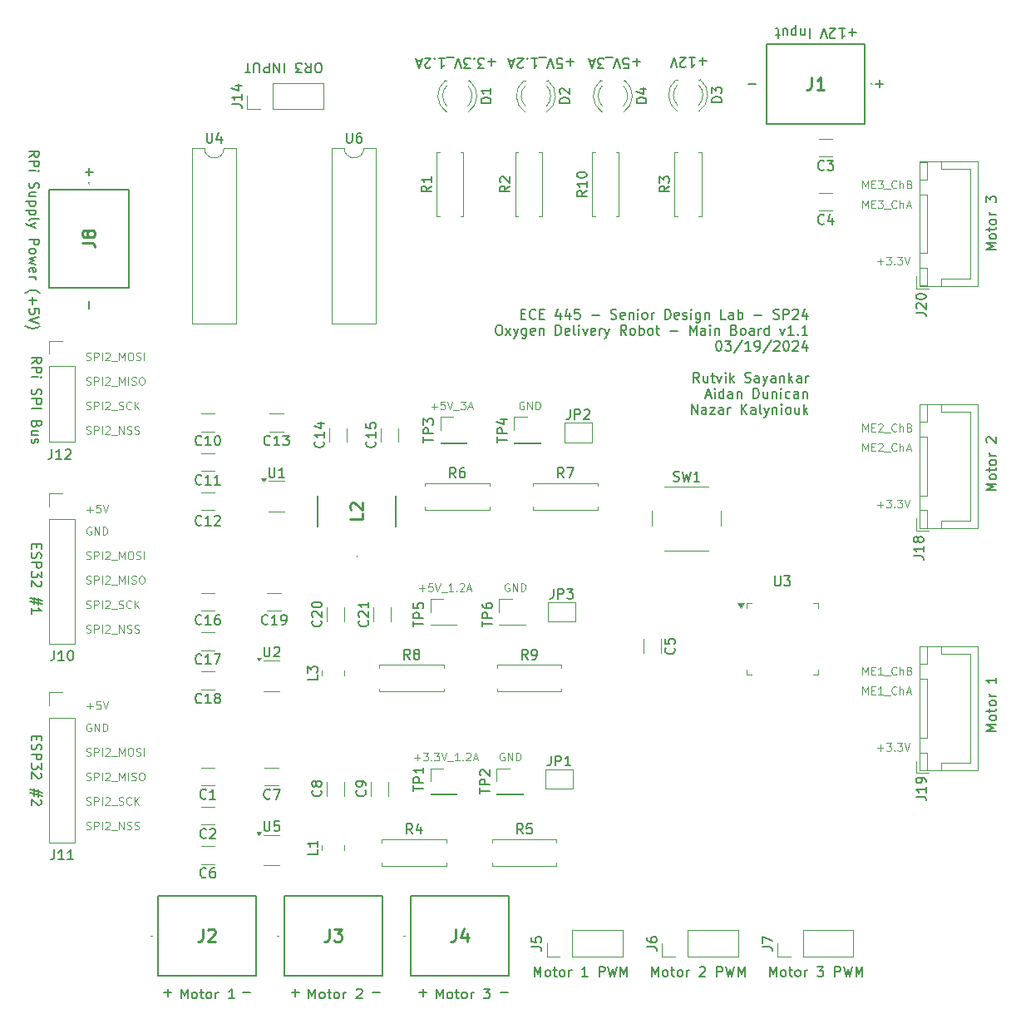
<source format=gbr>
%TF.GenerationSoftware,KiCad,Pcbnew,8.0.0*%
%TF.CreationDate,2024-03-19T00:20:39-05:00*%
%TF.ProjectId,MainBoard,4d61696e-426f-4617-9264-2e6b69636164,rev?*%
%TF.SameCoordinates,Original*%
%TF.FileFunction,Legend,Top*%
%TF.FilePolarity,Positive*%
%FSLAX46Y46*%
G04 Gerber Fmt 4.6, Leading zero omitted, Abs format (unit mm)*
G04 Created by KiCad (PCBNEW 8.0.0) date 2024-03-19 00:20:39*
%MOMM*%
%LPD*%
G01*
G04 APERTURE LIST*
%ADD10C,0.200000*%
%ADD11C,0.100000*%
%ADD12C,0.254000*%
%ADD13C,0.150000*%
%ADD14C,0.120000*%
G04 APERTURE END LIST*
D10*
X144869673Y-145617219D02*
X144869673Y-144617219D01*
X144869673Y-144617219D02*
X145203006Y-145331504D01*
X145203006Y-145331504D02*
X145536339Y-144617219D01*
X145536339Y-144617219D02*
X145536339Y-145617219D01*
X146155387Y-145617219D02*
X146060149Y-145569600D01*
X146060149Y-145569600D02*
X146012530Y-145521980D01*
X146012530Y-145521980D02*
X145964911Y-145426742D01*
X145964911Y-145426742D02*
X145964911Y-145141028D01*
X145964911Y-145141028D02*
X146012530Y-145045790D01*
X146012530Y-145045790D02*
X146060149Y-144998171D01*
X146060149Y-144998171D02*
X146155387Y-144950552D01*
X146155387Y-144950552D02*
X146298244Y-144950552D01*
X146298244Y-144950552D02*
X146393482Y-144998171D01*
X146393482Y-144998171D02*
X146441101Y-145045790D01*
X146441101Y-145045790D02*
X146488720Y-145141028D01*
X146488720Y-145141028D02*
X146488720Y-145426742D01*
X146488720Y-145426742D02*
X146441101Y-145521980D01*
X146441101Y-145521980D02*
X146393482Y-145569600D01*
X146393482Y-145569600D02*
X146298244Y-145617219D01*
X146298244Y-145617219D02*
X146155387Y-145617219D01*
X146774435Y-144950552D02*
X147155387Y-144950552D01*
X146917292Y-144617219D02*
X146917292Y-145474361D01*
X146917292Y-145474361D02*
X146964911Y-145569600D01*
X146964911Y-145569600D02*
X147060149Y-145617219D01*
X147060149Y-145617219D02*
X147155387Y-145617219D01*
X147631578Y-145617219D02*
X147536340Y-145569600D01*
X147536340Y-145569600D02*
X147488721Y-145521980D01*
X147488721Y-145521980D02*
X147441102Y-145426742D01*
X147441102Y-145426742D02*
X147441102Y-145141028D01*
X147441102Y-145141028D02*
X147488721Y-145045790D01*
X147488721Y-145045790D02*
X147536340Y-144998171D01*
X147536340Y-144998171D02*
X147631578Y-144950552D01*
X147631578Y-144950552D02*
X147774435Y-144950552D01*
X147774435Y-144950552D02*
X147869673Y-144998171D01*
X147869673Y-144998171D02*
X147917292Y-145045790D01*
X147917292Y-145045790D02*
X147964911Y-145141028D01*
X147964911Y-145141028D02*
X147964911Y-145426742D01*
X147964911Y-145426742D02*
X147917292Y-145521980D01*
X147917292Y-145521980D02*
X147869673Y-145569600D01*
X147869673Y-145569600D02*
X147774435Y-145617219D01*
X147774435Y-145617219D02*
X147631578Y-145617219D01*
X148393483Y-145617219D02*
X148393483Y-144950552D01*
X148393483Y-145141028D02*
X148441102Y-145045790D01*
X148441102Y-145045790D02*
X148488721Y-144998171D01*
X148488721Y-144998171D02*
X148583959Y-144950552D01*
X148583959Y-144950552D02*
X148679197Y-144950552D01*
X149679198Y-144617219D02*
X150298245Y-144617219D01*
X150298245Y-144617219D02*
X149964912Y-144998171D01*
X149964912Y-144998171D02*
X150107769Y-144998171D01*
X150107769Y-144998171D02*
X150203007Y-145045790D01*
X150203007Y-145045790D02*
X150250626Y-145093409D01*
X150250626Y-145093409D02*
X150298245Y-145188647D01*
X150298245Y-145188647D02*
X150298245Y-145426742D01*
X150298245Y-145426742D02*
X150250626Y-145521980D01*
X150250626Y-145521980D02*
X150203007Y-145569600D01*
X150203007Y-145569600D02*
X150107769Y-145617219D01*
X150107769Y-145617219D02*
X149822055Y-145617219D01*
X149822055Y-145617219D02*
X149726817Y-145569600D01*
X149726817Y-145569600D02*
X149679198Y-145521980D01*
X131869673Y-145617219D02*
X131869673Y-144617219D01*
X131869673Y-144617219D02*
X132203006Y-145331504D01*
X132203006Y-145331504D02*
X132536339Y-144617219D01*
X132536339Y-144617219D02*
X132536339Y-145617219D01*
X133155387Y-145617219D02*
X133060149Y-145569600D01*
X133060149Y-145569600D02*
X133012530Y-145521980D01*
X133012530Y-145521980D02*
X132964911Y-145426742D01*
X132964911Y-145426742D02*
X132964911Y-145141028D01*
X132964911Y-145141028D02*
X133012530Y-145045790D01*
X133012530Y-145045790D02*
X133060149Y-144998171D01*
X133060149Y-144998171D02*
X133155387Y-144950552D01*
X133155387Y-144950552D02*
X133298244Y-144950552D01*
X133298244Y-144950552D02*
X133393482Y-144998171D01*
X133393482Y-144998171D02*
X133441101Y-145045790D01*
X133441101Y-145045790D02*
X133488720Y-145141028D01*
X133488720Y-145141028D02*
X133488720Y-145426742D01*
X133488720Y-145426742D02*
X133441101Y-145521980D01*
X133441101Y-145521980D02*
X133393482Y-145569600D01*
X133393482Y-145569600D02*
X133298244Y-145617219D01*
X133298244Y-145617219D02*
X133155387Y-145617219D01*
X133774435Y-144950552D02*
X134155387Y-144950552D01*
X133917292Y-144617219D02*
X133917292Y-145474361D01*
X133917292Y-145474361D02*
X133964911Y-145569600D01*
X133964911Y-145569600D02*
X134060149Y-145617219D01*
X134060149Y-145617219D02*
X134155387Y-145617219D01*
X134631578Y-145617219D02*
X134536340Y-145569600D01*
X134536340Y-145569600D02*
X134488721Y-145521980D01*
X134488721Y-145521980D02*
X134441102Y-145426742D01*
X134441102Y-145426742D02*
X134441102Y-145141028D01*
X134441102Y-145141028D02*
X134488721Y-145045790D01*
X134488721Y-145045790D02*
X134536340Y-144998171D01*
X134536340Y-144998171D02*
X134631578Y-144950552D01*
X134631578Y-144950552D02*
X134774435Y-144950552D01*
X134774435Y-144950552D02*
X134869673Y-144998171D01*
X134869673Y-144998171D02*
X134917292Y-145045790D01*
X134917292Y-145045790D02*
X134964911Y-145141028D01*
X134964911Y-145141028D02*
X134964911Y-145426742D01*
X134964911Y-145426742D02*
X134917292Y-145521980D01*
X134917292Y-145521980D02*
X134869673Y-145569600D01*
X134869673Y-145569600D02*
X134774435Y-145617219D01*
X134774435Y-145617219D02*
X134631578Y-145617219D01*
X135393483Y-145617219D02*
X135393483Y-144950552D01*
X135393483Y-145141028D02*
X135441102Y-145045790D01*
X135441102Y-145045790D02*
X135488721Y-144998171D01*
X135488721Y-144998171D02*
X135583959Y-144950552D01*
X135583959Y-144950552D02*
X135679197Y-144950552D01*
X136726817Y-144712457D02*
X136774436Y-144664838D01*
X136774436Y-144664838D02*
X136869674Y-144617219D01*
X136869674Y-144617219D02*
X137107769Y-144617219D01*
X137107769Y-144617219D02*
X137203007Y-144664838D01*
X137203007Y-144664838D02*
X137250626Y-144712457D01*
X137250626Y-144712457D02*
X137298245Y-144807695D01*
X137298245Y-144807695D02*
X137298245Y-144902933D01*
X137298245Y-144902933D02*
X137250626Y-145045790D01*
X137250626Y-145045790D02*
X136679198Y-145617219D01*
X136679198Y-145617219D02*
X137298245Y-145617219D01*
X118869673Y-145617219D02*
X118869673Y-144617219D01*
X118869673Y-144617219D02*
X119203006Y-145331504D01*
X119203006Y-145331504D02*
X119536339Y-144617219D01*
X119536339Y-144617219D02*
X119536339Y-145617219D01*
X120155387Y-145617219D02*
X120060149Y-145569600D01*
X120060149Y-145569600D02*
X120012530Y-145521980D01*
X120012530Y-145521980D02*
X119964911Y-145426742D01*
X119964911Y-145426742D02*
X119964911Y-145141028D01*
X119964911Y-145141028D02*
X120012530Y-145045790D01*
X120012530Y-145045790D02*
X120060149Y-144998171D01*
X120060149Y-144998171D02*
X120155387Y-144950552D01*
X120155387Y-144950552D02*
X120298244Y-144950552D01*
X120298244Y-144950552D02*
X120393482Y-144998171D01*
X120393482Y-144998171D02*
X120441101Y-145045790D01*
X120441101Y-145045790D02*
X120488720Y-145141028D01*
X120488720Y-145141028D02*
X120488720Y-145426742D01*
X120488720Y-145426742D02*
X120441101Y-145521980D01*
X120441101Y-145521980D02*
X120393482Y-145569600D01*
X120393482Y-145569600D02*
X120298244Y-145617219D01*
X120298244Y-145617219D02*
X120155387Y-145617219D01*
X120774435Y-144950552D02*
X121155387Y-144950552D01*
X120917292Y-144617219D02*
X120917292Y-145474361D01*
X120917292Y-145474361D02*
X120964911Y-145569600D01*
X120964911Y-145569600D02*
X121060149Y-145617219D01*
X121060149Y-145617219D02*
X121155387Y-145617219D01*
X121631578Y-145617219D02*
X121536340Y-145569600D01*
X121536340Y-145569600D02*
X121488721Y-145521980D01*
X121488721Y-145521980D02*
X121441102Y-145426742D01*
X121441102Y-145426742D02*
X121441102Y-145141028D01*
X121441102Y-145141028D02*
X121488721Y-145045790D01*
X121488721Y-145045790D02*
X121536340Y-144998171D01*
X121536340Y-144998171D02*
X121631578Y-144950552D01*
X121631578Y-144950552D02*
X121774435Y-144950552D01*
X121774435Y-144950552D02*
X121869673Y-144998171D01*
X121869673Y-144998171D02*
X121917292Y-145045790D01*
X121917292Y-145045790D02*
X121964911Y-145141028D01*
X121964911Y-145141028D02*
X121964911Y-145426742D01*
X121964911Y-145426742D02*
X121917292Y-145521980D01*
X121917292Y-145521980D02*
X121869673Y-145569600D01*
X121869673Y-145569600D02*
X121774435Y-145617219D01*
X121774435Y-145617219D02*
X121631578Y-145617219D01*
X122393483Y-145617219D02*
X122393483Y-144950552D01*
X122393483Y-145141028D02*
X122441102Y-145045790D01*
X122441102Y-145045790D02*
X122488721Y-144998171D01*
X122488721Y-144998171D02*
X122583959Y-144950552D01*
X122583959Y-144950552D02*
X122679197Y-144950552D01*
X124298245Y-145617219D02*
X123726817Y-145617219D01*
X124012531Y-145617219D02*
X124012531Y-144617219D01*
X124012531Y-144617219D02*
X123917293Y-144760076D01*
X123917293Y-144760076D02*
X123822055Y-144855314D01*
X123822055Y-144855314D02*
X123726817Y-144902933D01*
D11*
X189756265Y-70592133D02*
X190365789Y-70592133D01*
X190061027Y-70896895D02*
X190061027Y-70287371D01*
X190670550Y-70096895D02*
X191165788Y-70096895D01*
X191165788Y-70096895D02*
X190899122Y-70401657D01*
X190899122Y-70401657D02*
X191013407Y-70401657D01*
X191013407Y-70401657D02*
X191089598Y-70439752D01*
X191089598Y-70439752D02*
X191127693Y-70477847D01*
X191127693Y-70477847D02*
X191165788Y-70554038D01*
X191165788Y-70554038D02*
X191165788Y-70744514D01*
X191165788Y-70744514D02*
X191127693Y-70820704D01*
X191127693Y-70820704D02*
X191089598Y-70858800D01*
X191089598Y-70858800D02*
X191013407Y-70896895D01*
X191013407Y-70896895D02*
X190784836Y-70896895D01*
X190784836Y-70896895D02*
X190708645Y-70858800D01*
X190708645Y-70858800D02*
X190670550Y-70820704D01*
X191508646Y-70820704D02*
X191546741Y-70858800D01*
X191546741Y-70858800D02*
X191508646Y-70896895D01*
X191508646Y-70896895D02*
X191470550Y-70858800D01*
X191470550Y-70858800D02*
X191508646Y-70820704D01*
X191508646Y-70820704D02*
X191508646Y-70896895D01*
X191813407Y-70096895D02*
X192308645Y-70096895D01*
X192308645Y-70096895D02*
X192041979Y-70401657D01*
X192041979Y-70401657D02*
X192156264Y-70401657D01*
X192156264Y-70401657D02*
X192232455Y-70439752D01*
X192232455Y-70439752D02*
X192270550Y-70477847D01*
X192270550Y-70477847D02*
X192308645Y-70554038D01*
X192308645Y-70554038D02*
X192308645Y-70744514D01*
X192308645Y-70744514D02*
X192270550Y-70820704D01*
X192270550Y-70820704D02*
X192232455Y-70858800D01*
X192232455Y-70858800D02*
X192156264Y-70896895D01*
X192156264Y-70896895D02*
X191927693Y-70896895D01*
X191927693Y-70896895D02*
X191851502Y-70858800D01*
X191851502Y-70858800D02*
X191813407Y-70820704D01*
X192537217Y-70096895D02*
X192803884Y-70896895D01*
X192803884Y-70896895D02*
X193070550Y-70096895D01*
X109218169Y-108358800D02*
X109332455Y-108396895D01*
X109332455Y-108396895D02*
X109522931Y-108396895D01*
X109522931Y-108396895D02*
X109599122Y-108358800D01*
X109599122Y-108358800D02*
X109637217Y-108320704D01*
X109637217Y-108320704D02*
X109675312Y-108244514D01*
X109675312Y-108244514D02*
X109675312Y-108168323D01*
X109675312Y-108168323D02*
X109637217Y-108092133D01*
X109637217Y-108092133D02*
X109599122Y-108054038D01*
X109599122Y-108054038D02*
X109522931Y-108015942D01*
X109522931Y-108015942D02*
X109370550Y-107977847D01*
X109370550Y-107977847D02*
X109294360Y-107939752D01*
X109294360Y-107939752D02*
X109256265Y-107901657D01*
X109256265Y-107901657D02*
X109218169Y-107825466D01*
X109218169Y-107825466D02*
X109218169Y-107749276D01*
X109218169Y-107749276D02*
X109256265Y-107673085D01*
X109256265Y-107673085D02*
X109294360Y-107634990D01*
X109294360Y-107634990D02*
X109370550Y-107596895D01*
X109370550Y-107596895D02*
X109561027Y-107596895D01*
X109561027Y-107596895D02*
X109675312Y-107634990D01*
X110018170Y-108396895D02*
X110018170Y-107596895D01*
X110018170Y-107596895D02*
X110322932Y-107596895D01*
X110322932Y-107596895D02*
X110399122Y-107634990D01*
X110399122Y-107634990D02*
X110437217Y-107673085D01*
X110437217Y-107673085D02*
X110475313Y-107749276D01*
X110475313Y-107749276D02*
X110475313Y-107863561D01*
X110475313Y-107863561D02*
X110437217Y-107939752D01*
X110437217Y-107939752D02*
X110399122Y-107977847D01*
X110399122Y-107977847D02*
X110322932Y-108015942D01*
X110322932Y-108015942D02*
X110018170Y-108015942D01*
X110818170Y-108396895D02*
X110818170Y-107596895D01*
X111161026Y-107673085D02*
X111199122Y-107634990D01*
X111199122Y-107634990D02*
X111275312Y-107596895D01*
X111275312Y-107596895D02*
X111465788Y-107596895D01*
X111465788Y-107596895D02*
X111541979Y-107634990D01*
X111541979Y-107634990D02*
X111580074Y-107673085D01*
X111580074Y-107673085D02*
X111618169Y-107749276D01*
X111618169Y-107749276D02*
X111618169Y-107825466D01*
X111618169Y-107825466D02*
X111580074Y-107939752D01*
X111580074Y-107939752D02*
X111122931Y-108396895D01*
X111122931Y-108396895D02*
X111618169Y-108396895D01*
X111770551Y-108473085D02*
X112380074Y-108473085D01*
X112570551Y-108396895D02*
X112570551Y-107596895D01*
X112570551Y-107596895D02*
X113027694Y-108396895D01*
X113027694Y-108396895D02*
X113027694Y-107596895D01*
X113370550Y-108358800D02*
X113484836Y-108396895D01*
X113484836Y-108396895D02*
X113675312Y-108396895D01*
X113675312Y-108396895D02*
X113751503Y-108358800D01*
X113751503Y-108358800D02*
X113789598Y-108320704D01*
X113789598Y-108320704D02*
X113827693Y-108244514D01*
X113827693Y-108244514D02*
X113827693Y-108168323D01*
X113827693Y-108168323D02*
X113789598Y-108092133D01*
X113789598Y-108092133D02*
X113751503Y-108054038D01*
X113751503Y-108054038D02*
X113675312Y-108015942D01*
X113675312Y-108015942D02*
X113522931Y-107977847D01*
X113522931Y-107977847D02*
X113446741Y-107939752D01*
X113446741Y-107939752D02*
X113408646Y-107901657D01*
X113408646Y-107901657D02*
X113370550Y-107825466D01*
X113370550Y-107825466D02*
X113370550Y-107749276D01*
X113370550Y-107749276D02*
X113408646Y-107673085D01*
X113408646Y-107673085D02*
X113446741Y-107634990D01*
X113446741Y-107634990D02*
X113522931Y-107596895D01*
X113522931Y-107596895D02*
X113713408Y-107596895D01*
X113713408Y-107596895D02*
X113827693Y-107634990D01*
X114132455Y-108358800D02*
X114246741Y-108396895D01*
X114246741Y-108396895D02*
X114437217Y-108396895D01*
X114437217Y-108396895D02*
X114513408Y-108358800D01*
X114513408Y-108358800D02*
X114551503Y-108320704D01*
X114551503Y-108320704D02*
X114589598Y-108244514D01*
X114589598Y-108244514D02*
X114589598Y-108168323D01*
X114589598Y-108168323D02*
X114551503Y-108092133D01*
X114551503Y-108092133D02*
X114513408Y-108054038D01*
X114513408Y-108054038D02*
X114437217Y-108015942D01*
X114437217Y-108015942D02*
X114284836Y-107977847D01*
X114284836Y-107977847D02*
X114208646Y-107939752D01*
X114208646Y-107939752D02*
X114170551Y-107901657D01*
X114170551Y-107901657D02*
X114132455Y-107825466D01*
X114132455Y-107825466D02*
X114132455Y-107749276D01*
X114132455Y-107749276D02*
X114170551Y-107673085D01*
X114170551Y-107673085D02*
X114208646Y-107634990D01*
X114208646Y-107634990D02*
X114284836Y-107596895D01*
X114284836Y-107596895D02*
X114475313Y-107596895D01*
X114475313Y-107596895D02*
X114589598Y-107634990D01*
D10*
X201867219Y-69380326D02*
X200867219Y-69380326D01*
X200867219Y-69380326D02*
X201581504Y-69046993D01*
X201581504Y-69046993D02*
X200867219Y-68713660D01*
X200867219Y-68713660D02*
X201867219Y-68713660D01*
X201867219Y-68094612D02*
X201819600Y-68189850D01*
X201819600Y-68189850D02*
X201771980Y-68237469D01*
X201771980Y-68237469D02*
X201676742Y-68285088D01*
X201676742Y-68285088D02*
X201391028Y-68285088D01*
X201391028Y-68285088D02*
X201295790Y-68237469D01*
X201295790Y-68237469D02*
X201248171Y-68189850D01*
X201248171Y-68189850D02*
X201200552Y-68094612D01*
X201200552Y-68094612D02*
X201200552Y-67951755D01*
X201200552Y-67951755D02*
X201248171Y-67856517D01*
X201248171Y-67856517D02*
X201295790Y-67808898D01*
X201295790Y-67808898D02*
X201391028Y-67761279D01*
X201391028Y-67761279D02*
X201676742Y-67761279D01*
X201676742Y-67761279D02*
X201771980Y-67808898D01*
X201771980Y-67808898D02*
X201819600Y-67856517D01*
X201819600Y-67856517D02*
X201867219Y-67951755D01*
X201867219Y-67951755D02*
X201867219Y-68094612D01*
X201200552Y-67475564D02*
X201200552Y-67094612D01*
X200867219Y-67332707D02*
X201724361Y-67332707D01*
X201724361Y-67332707D02*
X201819600Y-67285088D01*
X201819600Y-67285088D02*
X201867219Y-67189850D01*
X201867219Y-67189850D02*
X201867219Y-67094612D01*
X201867219Y-66618421D02*
X201819600Y-66713659D01*
X201819600Y-66713659D02*
X201771980Y-66761278D01*
X201771980Y-66761278D02*
X201676742Y-66808897D01*
X201676742Y-66808897D02*
X201391028Y-66808897D01*
X201391028Y-66808897D02*
X201295790Y-66761278D01*
X201295790Y-66761278D02*
X201248171Y-66713659D01*
X201248171Y-66713659D02*
X201200552Y-66618421D01*
X201200552Y-66618421D02*
X201200552Y-66475564D01*
X201200552Y-66475564D02*
X201248171Y-66380326D01*
X201248171Y-66380326D02*
X201295790Y-66332707D01*
X201295790Y-66332707D02*
X201391028Y-66285088D01*
X201391028Y-66285088D02*
X201676742Y-66285088D01*
X201676742Y-66285088D02*
X201771980Y-66332707D01*
X201771980Y-66332707D02*
X201819600Y-66380326D01*
X201819600Y-66380326D02*
X201867219Y-66475564D01*
X201867219Y-66475564D02*
X201867219Y-66618421D01*
X201867219Y-65856516D02*
X201200552Y-65856516D01*
X201391028Y-65856516D02*
X201295790Y-65808897D01*
X201295790Y-65808897D02*
X201248171Y-65761278D01*
X201248171Y-65761278D02*
X201200552Y-65666040D01*
X201200552Y-65666040D02*
X201200552Y-65570802D01*
X200867219Y-64570801D02*
X200867219Y-63951754D01*
X200867219Y-63951754D02*
X201248171Y-64285087D01*
X201248171Y-64285087D02*
X201248171Y-64142230D01*
X201248171Y-64142230D02*
X201295790Y-64046992D01*
X201295790Y-64046992D02*
X201343409Y-63999373D01*
X201343409Y-63999373D02*
X201438647Y-63951754D01*
X201438647Y-63951754D02*
X201676742Y-63951754D01*
X201676742Y-63951754D02*
X201771980Y-63999373D01*
X201771980Y-63999373D02*
X201819600Y-64046992D01*
X201819600Y-64046992D02*
X201867219Y-64142230D01*
X201867219Y-64142230D02*
X201867219Y-64427944D01*
X201867219Y-64427944D02*
X201819600Y-64523182D01*
X201819600Y-64523182D02*
X201771980Y-64570801D01*
X138369673Y-144986266D02*
X139131578Y-144986266D01*
D11*
X109256265Y-95842133D02*
X109865789Y-95842133D01*
X109561027Y-96146895D02*
X109561027Y-95537371D01*
X110627693Y-95346895D02*
X110246741Y-95346895D01*
X110246741Y-95346895D02*
X110208645Y-95727847D01*
X110208645Y-95727847D02*
X110246741Y-95689752D01*
X110246741Y-95689752D02*
X110322931Y-95651657D01*
X110322931Y-95651657D02*
X110513407Y-95651657D01*
X110513407Y-95651657D02*
X110589598Y-95689752D01*
X110589598Y-95689752D02*
X110627693Y-95727847D01*
X110627693Y-95727847D02*
X110665788Y-95804038D01*
X110665788Y-95804038D02*
X110665788Y-95994514D01*
X110665788Y-95994514D02*
X110627693Y-96070704D01*
X110627693Y-96070704D02*
X110589598Y-96108800D01*
X110589598Y-96108800D02*
X110513407Y-96146895D01*
X110513407Y-96146895D02*
X110322931Y-96146895D01*
X110322931Y-96146895D02*
X110246741Y-96108800D01*
X110246741Y-96108800D02*
X110208645Y-96070704D01*
X110894360Y-95346895D02*
X111161027Y-96146895D01*
X111161027Y-96146895D02*
X111427693Y-95346895D01*
X109218169Y-128358800D02*
X109332455Y-128396895D01*
X109332455Y-128396895D02*
X109522931Y-128396895D01*
X109522931Y-128396895D02*
X109599122Y-128358800D01*
X109599122Y-128358800D02*
X109637217Y-128320704D01*
X109637217Y-128320704D02*
X109675312Y-128244514D01*
X109675312Y-128244514D02*
X109675312Y-128168323D01*
X109675312Y-128168323D02*
X109637217Y-128092133D01*
X109637217Y-128092133D02*
X109599122Y-128054038D01*
X109599122Y-128054038D02*
X109522931Y-128015942D01*
X109522931Y-128015942D02*
X109370550Y-127977847D01*
X109370550Y-127977847D02*
X109294360Y-127939752D01*
X109294360Y-127939752D02*
X109256265Y-127901657D01*
X109256265Y-127901657D02*
X109218169Y-127825466D01*
X109218169Y-127825466D02*
X109218169Y-127749276D01*
X109218169Y-127749276D02*
X109256265Y-127673085D01*
X109256265Y-127673085D02*
X109294360Y-127634990D01*
X109294360Y-127634990D02*
X109370550Y-127596895D01*
X109370550Y-127596895D02*
X109561027Y-127596895D01*
X109561027Y-127596895D02*
X109675312Y-127634990D01*
X110018170Y-128396895D02*
X110018170Y-127596895D01*
X110018170Y-127596895D02*
X110322932Y-127596895D01*
X110322932Y-127596895D02*
X110399122Y-127634990D01*
X110399122Y-127634990D02*
X110437217Y-127673085D01*
X110437217Y-127673085D02*
X110475313Y-127749276D01*
X110475313Y-127749276D02*
X110475313Y-127863561D01*
X110475313Y-127863561D02*
X110437217Y-127939752D01*
X110437217Y-127939752D02*
X110399122Y-127977847D01*
X110399122Y-127977847D02*
X110322932Y-128015942D01*
X110322932Y-128015942D02*
X110018170Y-128015942D01*
X110818170Y-128396895D02*
X110818170Y-127596895D01*
X111161026Y-127673085D02*
X111199122Y-127634990D01*
X111199122Y-127634990D02*
X111275312Y-127596895D01*
X111275312Y-127596895D02*
X111465788Y-127596895D01*
X111465788Y-127596895D02*
X111541979Y-127634990D01*
X111541979Y-127634990D02*
X111580074Y-127673085D01*
X111580074Y-127673085D02*
X111618169Y-127749276D01*
X111618169Y-127749276D02*
X111618169Y-127825466D01*
X111618169Y-127825466D02*
X111580074Y-127939752D01*
X111580074Y-127939752D02*
X111122931Y-128396895D01*
X111122931Y-128396895D02*
X111618169Y-128396895D01*
X111770551Y-128473085D02*
X112380074Y-128473085D01*
X112570551Y-128396895D02*
X112570551Y-127596895D01*
X112570551Y-127596895D02*
X113027694Y-128396895D01*
X113027694Y-128396895D02*
X113027694Y-127596895D01*
X113370550Y-128358800D02*
X113484836Y-128396895D01*
X113484836Y-128396895D02*
X113675312Y-128396895D01*
X113675312Y-128396895D02*
X113751503Y-128358800D01*
X113751503Y-128358800D02*
X113789598Y-128320704D01*
X113789598Y-128320704D02*
X113827693Y-128244514D01*
X113827693Y-128244514D02*
X113827693Y-128168323D01*
X113827693Y-128168323D02*
X113789598Y-128092133D01*
X113789598Y-128092133D02*
X113751503Y-128054038D01*
X113751503Y-128054038D02*
X113675312Y-128015942D01*
X113675312Y-128015942D02*
X113522931Y-127977847D01*
X113522931Y-127977847D02*
X113446741Y-127939752D01*
X113446741Y-127939752D02*
X113408646Y-127901657D01*
X113408646Y-127901657D02*
X113370550Y-127825466D01*
X113370550Y-127825466D02*
X113370550Y-127749276D01*
X113370550Y-127749276D02*
X113408646Y-127673085D01*
X113408646Y-127673085D02*
X113446741Y-127634990D01*
X113446741Y-127634990D02*
X113522931Y-127596895D01*
X113522931Y-127596895D02*
X113713408Y-127596895D01*
X113713408Y-127596895D02*
X113827693Y-127634990D01*
X114132455Y-128358800D02*
X114246741Y-128396895D01*
X114246741Y-128396895D02*
X114437217Y-128396895D01*
X114437217Y-128396895D02*
X114513408Y-128358800D01*
X114513408Y-128358800D02*
X114551503Y-128320704D01*
X114551503Y-128320704D02*
X114589598Y-128244514D01*
X114589598Y-128244514D02*
X114589598Y-128168323D01*
X114589598Y-128168323D02*
X114551503Y-128092133D01*
X114551503Y-128092133D02*
X114513408Y-128054038D01*
X114513408Y-128054038D02*
X114437217Y-128015942D01*
X114437217Y-128015942D02*
X114284836Y-127977847D01*
X114284836Y-127977847D02*
X114208646Y-127939752D01*
X114208646Y-127939752D02*
X114170551Y-127901657D01*
X114170551Y-127901657D02*
X114132455Y-127825466D01*
X114132455Y-127825466D02*
X114132455Y-127749276D01*
X114132455Y-127749276D02*
X114170551Y-127673085D01*
X114170551Y-127673085D02*
X114208646Y-127634990D01*
X114208646Y-127634990D02*
X114284836Y-127596895D01*
X114284836Y-127596895D02*
X114475313Y-127596895D01*
X114475313Y-127596895D02*
X114589598Y-127634990D01*
D10*
X143513733Y-144619673D02*
X143513733Y-145381578D01*
X143132780Y-145000625D02*
X143894685Y-145000625D01*
D11*
X109218169Y-125858800D02*
X109332455Y-125896895D01*
X109332455Y-125896895D02*
X109522931Y-125896895D01*
X109522931Y-125896895D02*
X109599122Y-125858800D01*
X109599122Y-125858800D02*
X109637217Y-125820704D01*
X109637217Y-125820704D02*
X109675312Y-125744514D01*
X109675312Y-125744514D02*
X109675312Y-125668323D01*
X109675312Y-125668323D02*
X109637217Y-125592133D01*
X109637217Y-125592133D02*
X109599122Y-125554038D01*
X109599122Y-125554038D02*
X109522931Y-125515942D01*
X109522931Y-125515942D02*
X109370550Y-125477847D01*
X109370550Y-125477847D02*
X109294360Y-125439752D01*
X109294360Y-125439752D02*
X109256265Y-125401657D01*
X109256265Y-125401657D02*
X109218169Y-125325466D01*
X109218169Y-125325466D02*
X109218169Y-125249276D01*
X109218169Y-125249276D02*
X109256265Y-125173085D01*
X109256265Y-125173085D02*
X109294360Y-125134990D01*
X109294360Y-125134990D02*
X109370550Y-125096895D01*
X109370550Y-125096895D02*
X109561027Y-125096895D01*
X109561027Y-125096895D02*
X109675312Y-125134990D01*
X110018170Y-125896895D02*
X110018170Y-125096895D01*
X110018170Y-125096895D02*
X110322932Y-125096895D01*
X110322932Y-125096895D02*
X110399122Y-125134990D01*
X110399122Y-125134990D02*
X110437217Y-125173085D01*
X110437217Y-125173085D02*
X110475313Y-125249276D01*
X110475313Y-125249276D02*
X110475313Y-125363561D01*
X110475313Y-125363561D02*
X110437217Y-125439752D01*
X110437217Y-125439752D02*
X110399122Y-125477847D01*
X110399122Y-125477847D02*
X110322932Y-125515942D01*
X110322932Y-125515942D02*
X110018170Y-125515942D01*
X110818170Y-125896895D02*
X110818170Y-125096895D01*
X111161026Y-125173085D02*
X111199122Y-125134990D01*
X111199122Y-125134990D02*
X111275312Y-125096895D01*
X111275312Y-125096895D02*
X111465788Y-125096895D01*
X111465788Y-125096895D02*
X111541979Y-125134990D01*
X111541979Y-125134990D02*
X111580074Y-125173085D01*
X111580074Y-125173085D02*
X111618169Y-125249276D01*
X111618169Y-125249276D02*
X111618169Y-125325466D01*
X111618169Y-125325466D02*
X111580074Y-125439752D01*
X111580074Y-125439752D02*
X111122931Y-125896895D01*
X111122931Y-125896895D02*
X111618169Y-125896895D01*
X111770551Y-125973085D02*
X112380074Y-125973085D01*
X112532455Y-125858800D02*
X112646741Y-125896895D01*
X112646741Y-125896895D02*
X112837217Y-125896895D01*
X112837217Y-125896895D02*
X112913408Y-125858800D01*
X112913408Y-125858800D02*
X112951503Y-125820704D01*
X112951503Y-125820704D02*
X112989598Y-125744514D01*
X112989598Y-125744514D02*
X112989598Y-125668323D01*
X112989598Y-125668323D02*
X112951503Y-125592133D01*
X112951503Y-125592133D02*
X112913408Y-125554038D01*
X112913408Y-125554038D02*
X112837217Y-125515942D01*
X112837217Y-125515942D02*
X112684836Y-125477847D01*
X112684836Y-125477847D02*
X112608646Y-125439752D01*
X112608646Y-125439752D02*
X112570551Y-125401657D01*
X112570551Y-125401657D02*
X112532455Y-125325466D01*
X112532455Y-125325466D02*
X112532455Y-125249276D01*
X112532455Y-125249276D02*
X112570551Y-125173085D01*
X112570551Y-125173085D02*
X112608646Y-125134990D01*
X112608646Y-125134990D02*
X112684836Y-125096895D01*
X112684836Y-125096895D02*
X112875313Y-125096895D01*
X112875313Y-125096895D02*
X112989598Y-125134990D01*
X113789599Y-125820704D02*
X113751503Y-125858800D01*
X113751503Y-125858800D02*
X113637218Y-125896895D01*
X113637218Y-125896895D02*
X113561027Y-125896895D01*
X113561027Y-125896895D02*
X113446741Y-125858800D01*
X113446741Y-125858800D02*
X113370551Y-125782609D01*
X113370551Y-125782609D02*
X113332456Y-125706419D01*
X113332456Y-125706419D02*
X113294360Y-125554038D01*
X113294360Y-125554038D02*
X113294360Y-125439752D01*
X113294360Y-125439752D02*
X113332456Y-125287371D01*
X113332456Y-125287371D02*
X113370551Y-125211180D01*
X113370551Y-125211180D02*
X113446741Y-125134990D01*
X113446741Y-125134990D02*
X113561027Y-125096895D01*
X113561027Y-125096895D02*
X113637218Y-125096895D01*
X113637218Y-125096895D02*
X113751503Y-125134990D01*
X113751503Y-125134990D02*
X113789599Y-125173085D01*
X114132456Y-125896895D02*
X114132456Y-125096895D01*
X114589599Y-125896895D02*
X114246741Y-125439752D01*
X114589599Y-125096895D02*
X114132456Y-125554038D01*
X109218169Y-120858800D02*
X109332455Y-120896895D01*
X109332455Y-120896895D02*
X109522931Y-120896895D01*
X109522931Y-120896895D02*
X109599122Y-120858800D01*
X109599122Y-120858800D02*
X109637217Y-120820704D01*
X109637217Y-120820704D02*
X109675312Y-120744514D01*
X109675312Y-120744514D02*
X109675312Y-120668323D01*
X109675312Y-120668323D02*
X109637217Y-120592133D01*
X109637217Y-120592133D02*
X109599122Y-120554038D01*
X109599122Y-120554038D02*
X109522931Y-120515942D01*
X109522931Y-120515942D02*
X109370550Y-120477847D01*
X109370550Y-120477847D02*
X109294360Y-120439752D01*
X109294360Y-120439752D02*
X109256265Y-120401657D01*
X109256265Y-120401657D02*
X109218169Y-120325466D01*
X109218169Y-120325466D02*
X109218169Y-120249276D01*
X109218169Y-120249276D02*
X109256265Y-120173085D01*
X109256265Y-120173085D02*
X109294360Y-120134990D01*
X109294360Y-120134990D02*
X109370550Y-120096895D01*
X109370550Y-120096895D02*
X109561027Y-120096895D01*
X109561027Y-120096895D02*
X109675312Y-120134990D01*
X110018170Y-120896895D02*
X110018170Y-120096895D01*
X110018170Y-120096895D02*
X110322932Y-120096895D01*
X110322932Y-120096895D02*
X110399122Y-120134990D01*
X110399122Y-120134990D02*
X110437217Y-120173085D01*
X110437217Y-120173085D02*
X110475313Y-120249276D01*
X110475313Y-120249276D02*
X110475313Y-120363561D01*
X110475313Y-120363561D02*
X110437217Y-120439752D01*
X110437217Y-120439752D02*
X110399122Y-120477847D01*
X110399122Y-120477847D02*
X110322932Y-120515942D01*
X110322932Y-120515942D02*
X110018170Y-120515942D01*
X110818170Y-120896895D02*
X110818170Y-120096895D01*
X111161026Y-120173085D02*
X111199122Y-120134990D01*
X111199122Y-120134990D02*
X111275312Y-120096895D01*
X111275312Y-120096895D02*
X111465788Y-120096895D01*
X111465788Y-120096895D02*
X111541979Y-120134990D01*
X111541979Y-120134990D02*
X111580074Y-120173085D01*
X111580074Y-120173085D02*
X111618169Y-120249276D01*
X111618169Y-120249276D02*
X111618169Y-120325466D01*
X111618169Y-120325466D02*
X111580074Y-120439752D01*
X111580074Y-120439752D02*
X111122931Y-120896895D01*
X111122931Y-120896895D02*
X111618169Y-120896895D01*
X111770551Y-120973085D02*
X112380074Y-120973085D01*
X112570551Y-120896895D02*
X112570551Y-120096895D01*
X112570551Y-120096895D02*
X112837217Y-120668323D01*
X112837217Y-120668323D02*
X113103884Y-120096895D01*
X113103884Y-120096895D02*
X113103884Y-120896895D01*
X113637218Y-120096895D02*
X113789599Y-120096895D01*
X113789599Y-120096895D02*
X113865789Y-120134990D01*
X113865789Y-120134990D02*
X113941980Y-120211180D01*
X113941980Y-120211180D02*
X113980075Y-120363561D01*
X113980075Y-120363561D02*
X113980075Y-120630228D01*
X113980075Y-120630228D02*
X113941980Y-120782609D01*
X113941980Y-120782609D02*
X113865789Y-120858800D01*
X113865789Y-120858800D02*
X113789599Y-120896895D01*
X113789599Y-120896895D02*
X113637218Y-120896895D01*
X113637218Y-120896895D02*
X113561027Y-120858800D01*
X113561027Y-120858800D02*
X113484837Y-120782609D01*
X113484837Y-120782609D02*
X113446741Y-120630228D01*
X113446741Y-120630228D02*
X113446741Y-120363561D01*
X113446741Y-120363561D02*
X113484837Y-120211180D01*
X113484837Y-120211180D02*
X113561027Y-120134990D01*
X113561027Y-120134990D02*
X113637218Y-120096895D01*
X114284836Y-120858800D02*
X114399122Y-120896895D01*
X114399122Y-120896895D02*
X114589598Y-120896895D01*
X114589598Y-120896895D02*
X114665789Y-120858800D01*
X114665789Y-120858800D02*
X114703884Y-120820704D01*
X114703884Y-120820704D02*
X114741979Y-120744514D01*
X114741979Y-120744514D02*
X114741979Y-120668323D01*
X114741979Y-120668323D02*
X114703884Y-120592133D01*
X114703884Y-120592133D02*
X114665789Y-120554038D01*
X114665789Y-120554038D02*
X114589598Y-120515942D01*
X114589598Y-120515942D02*
X114437217Y-120477847D01*
X114437217Y-120477847D02*
X114361027Y-120439752D01*
X114361027Y-120439752D02*
X114322932Y-120401657D01*
X114322932Y-120401657D02*
X114284836Y-120325466D01*
X114284836Y-120325466D02*
X114284836Y-120249276D01*
X114284836Y-120249276D02*
X114322932Y-120173085D01*
X114322932Y-120173085D02*
X114361027Y-120134990D01*
X114361027Y-120134990D02*
X114437217Y-120096895D01*
X114437217Y-120096895D02*
X114627694Y-120096895D01*
X114627694Y-120096895D02*
X114741979Y-120134990D01*
X115084837Y-120896895D02*
X115084837Y-120096895D01*
X109218169Y-83108800D02*
X109332455Y-83146895D01*
X109332455Y-83146895D02*
X109522931Y-83146895D01*
X109522931Y-83146895D02*
X109599122Y-83108800D01*
X109599122Y-83108800D02*
X109637217Y-83070704D01*
X109637217Y-83070704D02*
X109675312Y-82994514D01*
X109675312Y-82994514D02*
X109675312Y-82918323D01*
X109675312Y-82918323D02*
X109637217Y-82842133D01*
X109637217Y-82842133D02*
X109599122Y-82804038D01*
X109599122Y-82804038D02*
X109522931Y-82765942D01*
X109522931Y-82765942D02*
X109370550Y-82727847D01*
X109370550Y-82727847D02*
X109294360Y-82689752D01*
X109294360Y-82689752D02*
X109256265Y-82651657D01*
X109256265Y-82651657D02*
X109218169Y-82575466D01*
X109218169Y-82575466D02*
X109218169Y-82499276D01*
X109218169Y-82499276D02*
X109256265Y-82423085D01*
X109256265Y-82423085D02*
X109294360Y-82384990D01*
X109294360Y-82384990D02*
X109370550Y-82346895D01*
X109370550Y-82346895D02*
X109561027Y-82346895D01*
X109561027Y-82346895D02*
X109675312Y-82384990D01*
X110018170Y-83146895D02*
X110018170Y-82346895D01*
X110018170Y-82346895D02*
X110322932Y-82346895D01*
X110322932Y-82346895D02*
X110399122Y-82384990D01*
X110399122Y-82384990D02*
X110437217Y-82423085D01*
X110437217Y-82423085D02*
X110475313Y-82499276D01*
X110475313Y-82499276D02*
X110475313Y-82613561D01*
X110475313Y-82613561D02*
X110437217Y-82689752D01*
X110437217Y-82689752D02*
X110399122Y-82727847D01*
X110399122Y-82727847D02*
X110322932Y-82765942D01*
X110322932Y-82765942D02*
X110018170Y-82765942D01*
X110818170Y-83146895D02*
X110818170Y-82346895D01*
X111161026Y-82423085D02*
X111199122Y-82384990D01*
X111199122Y-82384990D02*
X111275312Y-82346895D01*
X111275312Y-82346895D02*
X111465788Y-82346895D01*
X111465788Y-82346895D02*
X111541979Y-82384990D01*
X111541979Y-82384990D02*
X111580074Y-82423085D01*
X111580074Y-82423085D02*
X111618169Y-82499276D01*
X111618169Y-82499276D02*
X111618169Y-82575466D01*
X111618169Y-82575466D02*
X111580074Y-82689752D01*
X111580074Y-82689752D02*
X111122931Y-83146895D01*
X111122931Y-83146895D02*
X111618169Y-83146895D01*
X111770551Y-83223085D02*
X112380074Y-83223085D01*
X112570551Y-83146895D02*
X112570551Y-82346895D01*
X112570551Y-82346895D02*
X112837217Y-82918323D01*
X112837217Y-82918323D02*
X113103884Y-82346895D01*
X113103884Y-82346895D02*
X113103884Y-83146895D01*
X113484837Y-83146895D02*
X113484837Y-82346895D01*
X113827693Y-83108800D02*
X113941979Y-83146895D01*
X113941979Y-83146895D02*
X114132455Y-83146895D01*
X114132455Y-83146895D02*
X114208646Y-83108800D01*
X114208646Y-83108800D02*
X114246741Y-83070704D01*
X114246741Y-83070704D02*
X114284836Y-82994514D01*
X114284836Y-82994514D02*
X114284836Y-82918323D01*
X114284836Y-82918323D02*
X114246741Y-82842133D01*
X114246741Y-82842133D02*
X114208646Y-82804038D01*
X114208646Y-82804038D02*
X114132455Y-82765942D01*
X114132455Y-82765942D02*
X113980074Y-82727847D01*
X113980074Y-82727847D02*
X113903884Y-82689752D01*
X113903884Y-82689752D02*
X113865789Y-82651657D01*
X113865789Y-82651657D02*
X113827693Y-82575466D01*
X113827693Y-82575466D02*
X113827693Y-82499276D01*
X113827693Y-82499276D02*
X113865789Y-82423085D01*
X113865789Y-82423085D02*
X113903884Y-82384990D01*
X113903884Y-82384990D02*
X113980074Y-82346895D01*
X113980074Y-82346895D02*
X114170551Y-82346895D01*
X114170551Y-82346895D02*
X114284836Y-82384990D01*
X114780075Y-82346895D02*
X114932456Y-82346895D01*
X114932456Y-82346895D02*
X115008646Y-82384990D01*
X115008646Y-82384990D02*
X115084837Y-82461180D01*
X115084837Y-82461180D02*
X115122932Y-82613561D01*
X115122932Y-82613561D02*
X115122932Y-82880228D01*
X115122932Y-82880228D02*
X115084837Y-83032609D01*
X115084837Y-83032609D02*
X115008646Y-83108800D01*
X115008646Y-83108800D02*
X114932456Y-83146895D01*
X114932456Y-83146895D02*
X114780075Y-83146895D01*
X114780075Y-83146895D02*
X114703884Y-83108800D01*
X114703884Y-83108800D02*
X114627694Y-83032609D01*
X114627694Y-83032609D02*
X114589598Y-82880228D01*
X114589598Y-82880228D02*
X114589598Y-82613561D01*
X114589598Y-82613561D02*
X114627694Y-82461180D01*
X114627694Y-82461180D02*
X114703884Y-82384990D01*
X114703884Y-82384990D02*
X114780075Y-82346895D01*
D10*
X178829673Y-143367219D02*
X178829673Y-142367219D01*
X178829673Y-142367219D02*
X179163006Y-143081504D01*
X179163006Y-143081504D02*
X179496339Y-142367219D01*
X179496339Y-142367219D02*
X179496339Y-143367219D01*
X180115387Y-143367219D02*
X180020149Y-143319600D01*
X180020149Y-143319600D02*
X179972530Y-143271980D01*
X179972530Y-143271980D02*
X179924911Y-143176742D01*
X179924911Y-143176742D02*
X179924911Y-142891028D01*
X179924911Y-142891028D02*
X179972530Y-142795790D01*
X179972530Y-142795790D02*
X180020149Y-142748171D01*
X180020149Y-142748171D02*
X180115387Y-142700552D01*
X180115387Y-142700552D02*
X180258244Y-142700552D01*
X180258244Y-142700552D02*
X180353482Y-142748171D01*
X180353482Y-142748171D02*
X180401101Y-142795790D01*
X180401101Y-142795790D02*
X180448720Y-142891028D01*
X180448720Y-142891028D02*
X180448720Y-143176742D01*
X180448720Y-143176742D02*
X180401101Y-143271980D01*
X180401101Y-143271980D02*
X180353482Y-143319600D01*
X180353482Y-143319600D02*
X180258244Y-143367219D01*
X180258244Y-143367219D02*
X180115387Y-143367219D01*
X180734435Y-142700552D02*
X181115387Y-142700552D01*
X180877292Y-142367219D02*
X180877292Y-143224361D01*
X180877292Y-143224361D02*
X180924911Y-143319600D01*
X180924911Y-143319600D02*
X181020149Y-143367219D01*
X181020149Y-143367219D02*
X181115387Y-143367219D01*
X181591578Y-143367219D02*
X181496340Y-143319600D01*
X181496340Y-143319600D02*
X181448721Y-143271980D01*
X181448721Y-143271980D02*
X181401102Y-143176742D01*
X181401102Y-143176742D02*
X181401102Y-142891028D01*
X181401102Y-142891028D02*
X181448721Y-142795790D01*
X181448721Y-142795790D02*
X181496340Y-142748171D01*
X181496340Y-142748171D02*
X181591578Y-142700552D01*
X181591578Y-142700552D02*
X181734435Y-142700552D01*
X181734435Y-142700552D02*
X181829673Y-142748171D01*
X181829673Y-142748171D02*
X181877292Y-142795790D01*
X181877292Y-142795790D02*
X181924911Y-142891028D01*
X181924911Y-142891028D02*
X181924911Y-143176742D01*
X181924911Y-143176742D02*
X181877292Y-143271980D01*
X181877292Y-143271980D02*
X181829673Y-143319600D01*
X181829673Y-143319600D02*
X181734435Y-143367219D01*
X181734435Y-143367219D02*
X181591578Y-143367219D01*
X182353483Y-143367219D02*
X182353483Y-142700552D01*
X182353483Y-142891028D02*
X182401102Y-142795790D01*
X182401102Y-142795790D02*
X182448721Y-142748171D01*
X182448721Y-142748171D02*
X182543959Y-142700552D01*
X182543959Y-142700552D02*
X182639197Y-142700552D01*
X183639198Y-142367219D02*
X184258245Y-142367219D01*
X184258245Y-142367219D02*
X183924912Y-142748171D01*
X183924912Y-142748171D02*
X184067769Y-142748171D01*
X184067769Y-142748171D02*
X184163007Y-142795790D01*
X184163007Y-142795790D02*
X184210626Y-142843409D01*
X184210626Y-142843409D02*
X184258245Y-142938647D01*
X184258245Y-142938647D02*
X184258245Y-143176742D01*
X184258245Y-143176742D02*
X184210626Y-143271980D01*
X184210626Y-143271980D02*
X184163007Y-143319600D01*
X184163007Y-143319600D02*
X184067769Y-143367219D01*
X184067769Y-143367219D02*
X183782055Y-143367219D01*
X183782055Y-143367219D02*
X183686817Y-143319600D01*
X183686817Y-143319600D02*
X183639198Y-143271980D01*
X185448722Y-143367219D02*
X185448722Y-142367219D01*
X185448722Y-142367219D02*
X185829674Y-142367219D01*
X185829674Y-142367219D02*
X185924912Y-142414838D01*
X185924912Y-142414838D02*
X185972531Y-142462457D01*
X185972531Y-142462457D02*
X186020150Y-142557695D01*
X186020150Y-142557695D02*
X186020150Y-142700552D01*
X186020150Y-142700552D02*
X185972531Y-142795790D01*
X185972531Y-142795790D02*
X185924912Y-142843409D01*
X185924912Y-142843409D02*
X185829674Y-142891028D01*
X185829674Y-142891028D02*
X185448722Y-142891028D01*
X186353484Y-142367219D02*
X186591579Y-143367219D01*
X186591579Y-143367219D02*
X186782055Y-142652933D01*
X186782055Y-142652933D02*
X186972531Y-143367219D01*
X186972531Y-143367219D02*
X187210627Y-142367219D01*
X187591579Y-143367219D02*
X187591579Y-142367219D01*
X187591579Y-142367219D02*
X187924912Y-143081504D01*
X187924912Y-143081504D02*
X188258245Y-142367219D01*
X188258245Y-142367219D02*
X188258245Y-143367219D01*
D11*
X151762812Y-120634990D02*
X151686622Y-120596895D01*
X151686622Y-120596895D02*
X151572336Y-120596895D01*
X151572336Y-120596895D02*
X151458050Y-120634990D01*
X151458050Y-120634990D02*
X151381860Y-120711180D01*
X151381860Y-120711180D02*
X151343765Y-120787371D01*
X151343765Y-120787371D02*
X151305669Y-120939752D01*
X151305669Y-120939752D02*
X151305669Y-121054038D01*
X151305669Y-121054038D02*
X151343765Y-121206419D01*
X151343765Y-121206419D02*
X151381860Y-121282609D01*
X151381860Y-121282609D02*
X151458050Y-121358800D01*
X151458050Y-121358800D02*
X151572336Y-121396895D01*
X151572336Y-121396895D02*
X151648527Y-121396895D01*
X151648527Y-121396895D02*
X151762812Y-121358800D01*
X151762812Y-121358800D02*
X151800908Y-121320704D01*
X151800908Y-121320704D02*
X151800908Y-121054038D01*
X151800908Y-121054038D02*
X151648527Y-121054038D01*
X152143765Y-121396895D02*
X152143765Y-120596895D01*
X152143765Y-120596895D02*
X152600908Y-121396895D01*
X152600908Y-121396895D02*
X152600908Y-120596895D01*
X152981860Y-121396895D02*
X152981860Y-120596895D01*
X152981860Y-120596895D02*
X153172336Y-120596895D01*
X153172336Y-120596895D02*
X153286622Y-120634990D01*
X153286622Y-120634990D02*
X153362812Y-120711180D01*
X153362812Y-120711180D02*
X153400907Y-120787371D01*
X153400907Y-120787371D02*
X153439003Y-120939752D01*
X153439003Y-120939752D02*
X153439003Y-121054038D01*
X153439003Y-121054038D02*
X153400907Y-121206419D01*
X153400907Y-121206419D02*
X153362812Y-121282609D01*
X153362812Y-121282609D02*
X153286622Y-121358800D01*
X153286622Y-121358800D02*
X153172336Y-121396895D01*
X153172336Y-121396895D02*
X152981860Y-121396895D01*
X189756265Y-120092133D02*
X190365789Y-120092133D01*
X190061027Y-120396895D02*
X190061027Y-119787371D01*
X190670550Y-119596895D02*
X191165788Y-119596895D01*
X191165788Y-119596895D02*
X190899122Y-119901657D01*
X190899122Y-119901657D02*
X191013407Y-119901657D01*
X191013407Y-119901657D02*
X191089598Y-119939752D01*
X191089598Y-119939752D02*
X191127693Y-119977847D01*
X191127693Y-119977847D02*
X191165788Y-120054038D01*
X191165788Y-120054038D02*
X191165788Y-120244514D01*
X191165788Y-120244514D02*
X191127693Y-120320704D01*
X191127693Y-120320704D02*
X191089598Y-120358800D01*
X191089598Y-120358800D02*
X191013407Y-120396895D01*
X191013407Y-120396895D02*
X190784836Y-120396895D01*
X190784836Y-120396895D02*
X190708645Y-120358800D01*
X190708645Y-120358800D02*
X190670550Y-120320704D01*
X191508646Y-120320704D02*
X191546741Y-120358800D01*
X191546741Y-120358800D02*
X191508646Y-120396895D01*
X191508646Y-120396895D02*
X191470550Y-120358800D01*
X191470550Y-120358800D02*
X191508646Y-120320704D01*
X191508646Y-120320704D02*
X191508646Y-120396895D01*
X191813407Y-119596895D02*
X192308645Y-119596895D01*
X192308645Y-119596895D02*
X192041979Y-119901657D01*
X192041979Y-119901657D02*
X192156264Y-119901657D01*
X192156264Y-119901657D02*
X192232455Y-119939752D01*
X192232455Y-119939752D02*
X192270550Y-119977847D01*
X192270550Y-119977847D02*
X192308645Y-120054038D01*
X192308645Y-120054038D02*
X192308645Y-120244514D01*
X192308645Y-120244514D02*
X192270550Y-120320704D01*
X192270550Y-120320704D02*
X192232455Y-120358800D01*
X192232455Y-120358800D02*
X192156264Y-120396895D01*
X192156264Y-120396895D02*
X191927693Y-120396895D01*
X191927693Y-120396895D02*
X191851502Y-120358800D01*
X191851502Y-120358800D02*
X191813407Y-120320704D01*
X192537217Y-119596895D02*
X192803884Y-120396895D01*
X192803884Y-120396895D02*
X193070550Y-119596895D01*
X188256265Y-112646895D02*
X188256265Y-111846895D01*
X188256265Y-111846895D02*
X188522931Y-112418323D01*
X188522931Y-112418323D02*
X188789598Y-111846895D01*
X188789598Y-111846895D02*
X188789598Y-112646895D01*
X189170551Y-112227847D02*
X189437217Y-112227847D01*
X189551503Y-112646895D02*
X189170551Y-112646895D01*
X189170551Y-112646895D02*
X189170551Y-111846895D01*
X189170551Y-111846895D02*
X189551503Y-111846895D01*
X190313408Y-112646895D02*
X189856265Y-112646895D01*
X190084837Y-112646895D02*
X190084837Y-111846895D01*
X190084837Y-111846895D02*
X190008646Y-111961180D01*
X190008646Y-111961180D02*
X189932456Y-112037371D01*
X189932456Y-112037371D02*
X189856265Y-112075466D01*
X190465790Y-112723085D02*
X191075313Y-112723085D01*
X191722933Y-112570704D02*
X191684837Y-112608800D01*
X191684837Y-112608800D02*
X191570552Y-112646895D01*
X191570552Y-112646895D02*
X191494361Y-112646895D01*
X191494361Y-112646895D02*
X191380075Y-112608800D01*
X191380075Y-112608800D02*
X191303885Y-112532609D01*
X191303885Y-112532609D02*
X191265790Y-112456419D01*
X191265790Y-112456419D02*
X191227694Y-112304038D01*
X191227694Y-112304038D02*
X191227694Y-112189752D01*
X191227694Y-112189752D02*
X191265790Y-112037371D01*
X191265790Y-112037371D02*
X191303885Y-111961180D01*
X191303885Y-111961180D02*
X191380075Y-111884990D01*
X191380075Y-111884990D02*
X191494361Y-111846895D01*
X191494361Y-111846895D02*
X191570552Y-111846895D01*
X191570552Y-111846895D02*
X191684837Y-111884990D01*
X191684837Y-111884990D02*
X191722933Y-111923085D01*
X192065790Y-112646895D02*
X192065790Y-111846895D01*
X192408647Y-112646895D02*
X192408647Y-112227847D01*
X192408647Y-112227847D02*
X192370552Y-112151657D01*
X192370552Y-112151657D02*
X192294361Y-112113561D01*
X192294361Y-112113561D02*
X192180075Y-112113561D01*
X192180075Y-112113561D02*
X192103885Y-112151657D01*
X192103885Y-112151657D02*
X192065790Y-112189752D01*
X193056266Y-112227847D02*
X193170552Y-112265942D01*
X193170552Y-112265942D02*
X193208647Y-112304038D01*
X193208647Y-112304038D02*
X193246743Y-112380228D01*
X193246743Y-112380228D02*
X193246743Y-112494514D01*
X193246743Y-112494514D02*
X193208647Y-112570704D01*
X193208647Y-112570704D02*
X193170552Y-112608800D01*
X193170552Y-112608800D02*
X193094362Y-112646895D01*
X193094362Y-112646895D02*
X192789600Y-112646895D01*
X192789600Y-112646895D02*
X192789600Y-111846895D01*
X192789600Y-111846895D02*
X193056266Y-111846895D01*
X193056266Y-111846895D02*
X193132457Y-111884990D01*
X193132457Y-111884990D02*
X193170552Y-111923085D01*
X193170552Y-111923085D02*
X193208647Y-111999276D01*
X193208647Y-111999276D02*
X193208647Y-112075466D01*
X193208647Y-112075466D02*
X193170552Y-112151657D01*
X193170552Y-112151657D02*
X193132457Y-112189752D01*
X193132457Y-112189752D02*
X193056266Y-112227847D01*
X193056266Y-112227847D02*
X192789600Y-112227847D01*
D10*
X130513733Y-144619673D02*
X130513733Y-145381578D01*
X130132780Y-145000625D02*
X130894685Y-145000625D01*
X187630326Y-47263733D02*
X186868422Y-47263733D01*
X187249374Y-46882780D02*
X187249374Y-47644685D01*
X185868422Y-46882780D02*
X186439850Y-46882780D01*
X186154136Y-46882780D02*
X186154136Y-47882780D01*
X186154136Y-47882780D02*
X186249374Y-47739923D01*
X186249374Y-47739923D02*
X186344612Y-47644685D01*
X186344612Y-47644685D02*
X186439850Y-47597066D01*
X185487469Y-47787542D02*
X185439850Y-47835161D01*
X185439850Y-47835161D02*
X185344612Y-47882780D01*
X185344612Y-47882780D02*
X185106517Y-47882780D01*
X185106517Y-47882780D02*
X185011279Y-47835161D01*
X185011279Y-47835161D02*
X184963660Y-47787542D01*
X184963660Y-47787542D02*
X184916041Y-47692304D01*
X184916041Y-47692304D02*
X184916041Y-47597066D01*
X184916041Y-47597066D02*
X184963660Y-47454209D01*
X184963660Y-47454209D02*
X185535088Y-46882780D01*
X185535088Y-46882780D02*
X184916041Y-46882780D01*
X184630326Y-47882780D02*
X184296993Y-46882780D01*
X184296993Y-46882780D02*
X183963660Y-47882780D01*
X182868421Y-46882780D02*
X182868421Y-47882780D01*
X182392231Y-47549447D02*
X182392231Y-46882780D01*
X182392231Y-47454209D02*
X182344612Y-47501828D01*
X182344612Y-47501828D02*
X182249374Y-47549447D01*
X182249374Y-47549447D02*
X182106517Y-47549447D01*
X182106517Y-47549447D02*
X182011279Y-47501828D01*
X182011279Y-47501828D02*
X181963660Y-47406590D01*
X181963660Y-47406590D02*
X181963660Y-46882780D01*
X181487469Y-47549447D02*
X181487469Y-46549447D01*
X181487469Y-47501828D02*
X181392231Y-47549447D01*
X181392231Y-47549447D02*
X181201755Y-47549447D01*
X181201755Y-47549447D02*
X181106517Y-47501828D01*
X181106517Y-47501828D02*
X181058898Y-47454209D01*
X181058898Y-47454209D02*
X181011279Y-47358971D01*
X181011279Y-47358971D02*
X181011279Y-47073257D01*
X181011279Y-47073257D02*
X181058898Y-46978019D01*
X181058898Y-46978019D02*
X181106517Y-46930400D01*
X181106517Y-46930400D02*
X181201755Y-46882780D01*
X181201755Y-46882780D02*
X181392231Y-46882780D01*
X181392231Y-46882780D02*
X181487469Y-46930400D01*
X180154136Y-47549447D02*
X180154136Y-46882780D01*
X180582707Y-47549447D02*
X180582707Y-47025638D01*
X180582707Y-47025638D02*
X180535088Y-46930400D01*
X180535088Y-46930400D02*
X180439850Y-46882780D01*
X180439850Y-46882780D02*
X180296993Y-46882780D01*
X180296993Y-46882780D02*
X180201755Y-46930400D01*
X180201755Y-46930400D02*
X180154136Y-46978019D01*
X179820802Y-47549447D02*
X179439850Y-47549447D01*
X179677945Y-47882780D02*
X179677945Y-47025638D01*
X179677945Y-47025638D02*
X179630326Y-46930400D01*
X179630326Y-46930400D02*
X179535088Y-46882780D01*
X179535088Y-46882780D02*
X179439850Y-46882780D01*
D11*
X188256265Y-87896895D02*
X188256265Y-87096895D01*
X188256265Y-87096895D02*
X188522931Y-87668323D01*
X188522931Y-87668323D02*
X188789598Y-87096895D01*
X188789598Y-87096895D02*
X188789598Y-87896895D01*
X189170551Y-87477847D02*
X189437217Y-87477847D01*
X189551503Y-87896895D02*
X189170551Y-87896895D01*
X189170551Y-87896895D02*
X189170551Y-87096895D01*
X189170551Y-87096895D02*
X189551503Y-87096895D01*
X189856265Y-87173085D02*
X189894361Y-87134990D01*
X189894361Y-87134990D02*
X189970551Y-87096895D01*
X189970551Y-87096895D02*
X190161027Y-87096895D01*
X190161027Y-87096895D02*
X190237218Y-87134990D01*
X190237218Y-87134990D02*
X190275313Y-87173085D01*
X190275313Y-87173085D02*
X190313408Y-87249276D01*
X190313408Y-87249276D02*
X190313408Y-87325466D01*
X190313408Y-87325466D02*
X190275313Y-87439752D01*
X190275313Y-87439752D02*
X189818170Y-87896895D01*
X189818170Y-87896895D02*
X190313408Y-87896895D01*
X190465790Y-87973085D02*
X191075313Y-87973085D01*
X191722933Y-87820704D02*
X191684837Y-87858800D01*
X191684837Y-87858800D02*
X191570552Y-87896895D01*
X191570552Y-87896895D02*
X191494361Y-87896895D01*
X191494361Y-87896895D02*
X191380075Y-87858800D01*
X191380075Y-87858800D02*
X191303885Y-87782609D01*
X191303885Y-87782609D02*
X191265790Y-87706419D01*
X191265790Y-87706419D02*
X191227694Y-87554038D01*
X191227694Y-87554038D02*
X191227694Y-87439752D01*
X191227694Y-87439752D02*
X191265790Y-87287371D01*
X191265790Y-87287371D02*
X191303885Y-87211180D01*
X191303885Y-87211180D02*
X191380075Y-87134990D01*
X191380075Y-87134990D02*
X191494361Y-87096895D01*
X191494361Y-87096895D02*
X191570552Y-87096895D01*
X191570552Y-87096895D02*
X191684837Y-87134990D01*
X191684837Y-87134990D02*
X191722933Y-87173085D01*
X192065790Y-87896895D02*
X192065790Y-87096895D01*
X192408647Y-87896895D02*
X192408647Y-87477847D01*
X192408647Y-87477847D02*
X192370552Y-87401657D01*
X192370552Y-87401657D02*
X192294361Y-87363561D01*
X192294361Y-87363561D02*
X192180075Y-87363561D01*
X192180075Y-87363561D02*
X192103885Y-87401657D01*
X192103885Y-87401657D02*
X192065790Y-87439752D01*
X193056266Y-87477847D02*
X193170552Y-87515942D01*
X193170552Y-87515942D02*
X193208647Y-87554038D01*
X193208647Y-87554038D02*
X193246743Y-87630228D01*
X193246743Y-87630228D02*
X193246743Y-87744514D01*
X193246743Y-87744514D02*
X193208647Y-87820704D01*
X193208647Y-87820704D02*
X193170552Y-87858800D01*
X193170552Y-87858800D02*
X193094362Y-87896895D01*
X193094362Y-87896895D02*
X192789600Y-87896895D01*
X192789600Y-87896895D02*
X192789600Y-87096895D01*
X192789600Y-87096895D02*
X193056266Y-87096895D01*
X193056266Y-87096895D02*
X193132457Y-87134990D01*
X193132457Y-87134990D02*
X193170552Y-87173085D01*
X193170552Y-87173085D02*
X193208647Y-87249276D01*
X193208647Y-87249276D02*
X193208647Y-87325466D01*
X193208647Y-87325466D02*
X193170552Y-87401657D01*
X193170552Y-87401657D02*
X193132457Y-87439752D01*
X193132457Y-87439752D02*
X193056266Y-87477847D01*
X193056266Y-87477847D02*
X192789600Y-87477847D01*
D10*
X104156590Y-118869673D02*
X104156590Y-119203006D01*
X103632780Y-119345863D02*
X103632780Y-118869673D01*
X103632780Y-118869673D02*
X104632780Y-118869673D01*
X104632780Y-118869673D02*
X104632780Y-119345863D01*
X103680400Y-119726816D02*
X103632780Y-119869673D01*
X103632780Y-119869673D02*
X103632780Y-120107768D01*
X103632780Y-120107768D02*
X103680400Y-120203006D01*
X103680400Y-120203006D02*
X103728019Y-120250625D01*
X103728019Y-120250625D02*
X103823257Y-120298244D01*
X103823257Y-120298244D02*
X103918495Y-120298244D01*
X103918495Y-120298244D02*
X104013733Y-120250625D01*
X104013733Y-120250625D02*
X104061352Y-120203006D01*
X104061352Y-120203006D02*
X104108971Y-120107768D01*
X104108971Y-120107768D02*
X104156590Y-119917292D01*
X104156590Y-119917292D02*
X104204209Y-119822054D01*
X104204209Y-119822054D02*
X104251828Y-119774435D01*
X104251828Y-119774435D02*
X104347066Y-119726816D01*
X104347066Y-119726816D02*
X104442304Y-119726816D01*
X104442304Y-119726816D02*
X104537542Y-119774435D01*
X104537542Y-119774435D02*
X104585161Y-119822054D01*
X104585161Y-119822054D02*
X104632780Y-119917292D01*
X104632780Y-119917292D02*
X104632780Y-120155387D01*
X104632780Y-120155387D02*
X104585161Y-120298244D01*
X103632780Y-120726816D02*
X104632780Y-120726816D01*
X104632780Y-120726816D02*
X104632780Y-121107768D01*
X104632780Y-121107768D02*
X104585161Y-121203006D01*
X104585161Y-121203006D02*
X104537542Y-121250625D01*
X104537542Y-121250625D02*
X104442304Y-121298244D01*
X104442304Y-121298244D02*
X104299447Y-121298244D01*
X104299447Y-121298244D02*
X104204209Y-121250625D01*
X104204209Y-121250625D02*
X104156590Y-121203006D01*
X104156590Y-121203006D02*
X104108971Y-121107768D01*
X104108971Y-121107768D02*
X104108971Y-120726816D01*
X104632780Y-121631578D02*
X104632780Y-122250625D01*
X104632780Y-122250625D02*
X104251828Y-121917292D01*
X104251828Y-121917292D02*
X104251828Y-122060149D01*
X104251828Y-122060149D02*
X104204209Y-122155387D01*
X104204209Y-122155387D02*
X104156590Y-122203006D01*
X104156590Y-122203006D02*
X104061352Y-122250625D01*
X104061352Y-122250625D02*
X103823257Y-122250625D01*
X103823257Y-122250625D02*
X103728019Y-122203006D01*
X103728019Y-122203006D02*
X103680400Y-122155387D01*
X103680400Y-122155387D02*
X103632780Y-122060149D01*
X103632780Y-122060149D02*
X103632780Y-121774435D01*
X103632780Y-121774435D02*
X103680400Y-121679197D01*
X103680400Y-121679197D02*
X103728019Y-121631578D01*
X104537542Y-122631578D02*
X104585161Y-122679197D01*
X104585161Y-122679197D02*
X104632780Y-122774435D01*
X104632780Y-122774435D02*
X104632780Y-123012530D01*
X104632780Y-123012530D02*
X104585161Y-123107768D01*
X104585161Y-123107768D02*
X104537542Y-123155387D01*
X104537542Y-123155387D02*
X104442304Y-123203006D01*
X104442304Y-123203006D02*
X104347066Y-123203006D01*
X104347066Y-123203006D02*
X104204209Y-123155387D01*
X104204209Y-123155387D02*
X103632780Y-122583959D01*
X103632780Y-122583959D02*
X103632780Y-123203006D01*
X104299447Y-124345864D02*
X104299447Y-125060149D01*
X104728019Y-124631578D02*
X103442304Y-124345864D01*
X103870876Y-124964911D02*
X103870876Y-124250626D01*
X103442304Y-124679197D02*
X104728019Y-124964911D01*
X104537542Y-125345864D02*
X104585161Y-125393483D01*
X104585161Y-125393483D02*
X104632780Y-125488721D01*
X104632780Y-125488721D02*
X104632780Y-125726816D01*
X104632780Y-125726816D02*
X104585161Y-125822054D01*
X104585161Y-125822054D02*
X104537542Y-125869673D01*
X104537542Y-125869673D02*
X104442304Y-125917292D01*
X104442304Y-125917292D02*
X104347066Y-125917292D01*
X104347066Y-125917292D02*
X104204209Y-125869673D01*
X104204209Y-125869673D02*
X103632780Y-125298245D01*
X103632780Y-125298245D02*
X103632780Y-125917292D01*
D11*
X152262812Y-103384990D02*
X152186622Y-103346895D01*
X152186622Y-103346895D02*
X152072336Y-103346895D01*
X152072336Y-103346895D02*
X151958050Y-103384990D01*
X151958050Y-103384990D02*
X151881860Y-103461180D01*
X151881860Y-103461180D02*
X151843765Y-103537371D01*
X151843765Y-103537371D02*
X151805669Y-103689752D01*
X151805669Y-103689752D02*
X151805669Y-103804038D01*
X151805669Y-103804038D02*
X151843765Y-103956419D01*
X151843765Y-103956419D02*
X151881860Y-104032609D01*
X151881860Y-104032609D02*
X151958050Y-104108800D01*
X151958050Y-104108800D02*
X152072336Y-104146895D01*
X152072336Y-104146895D02*
X152148527Y-104146895D01*
X152148527Y-104146895D02*
X152262812Y-104108800D01*
X152262812Y-104108800D02*
X152300908Y-104070704D01*
X152300908Y-104070704D02*
X152300908Y-103804038D01*
X152300908Y-103804038D02*
X152148527Y-103804038D01*
X152643765Y-104146895D02*
X152643765Y-103346895D01*
X152643765Y-103346895D02*
X153100908Y-104146895D01*
X153100908Y-104146895D02*
X153100908Y-103346895D01*
X153481860Y-104146895D02*
X153481860Y-103346895D01*
X153481860Y-103346895D02*
X153672336Y-103346895D01*
X153672336Y-103346895D02*
X153786622Y-103384990D01*
X153786622Y-103384990D02*
X153862812Y-103461180D01*
X153862812Y-103461180D02*
X153900907Y-103537371D01*
X153900907Y-103537371D02*
X153939003Y-103689752D01*
X153939003Y-103689752D02*
X153939003Y-103804038D01*
X153939003Y-103804038D02*
X153900907Y-103956419D01*
X153900907Y-103956419D02*
X153862812Y-104032609D01*
X153862812Y-104032609D02*
X153786622Y-104108800D01*
X153786622Y-104108800D02*
X153672336Y-104146895D01*
X153672336Y-104146895D02*
X153481860Y-104146895D01*
X109218169Y-103358800D02*
X109332455Y-103396895D01*
X109332455Y-103396895D02*
X109522931Y-103396895D01*
X109522931Y-103396895D02*
X109599122Y-103358800D01*
X109599122Y-103358800D02*
X109637217Y-103320704D01*
X109637217Y-103320704D02*
X109675312Y-103244514D01*
X109675312Y-103244514D02*
X109675312Y-103168323D01*
X109675312Y-103168323D02*
X109637217Y-103092133D01*
X109637217Y-103092133D02*
X109599122Y-103054038D01*
X109599122Y-103054038D02*
X109522931Y-103015942D01*
X109522931Y-103015942D02*
X109370550Y-102977847D01*
X109370550Y-102977847D02*
X109294360Y-102939752D01*
X109294360Y-102939752D02*
X109256265Y-102901657D01*
X109256265Y-102901657D02*
X109218169Y-102825466D01*
X109218169Y-102825466D02*
X109218169Y-102749276D01*
X109218169Y-102749276D02*
X109256265Y-102673085D01*
X109256265Y-102673085D02*
X109294360Y-102634990D01*
X109294360Y-102634990D02*
X109370550Y-102596895D01*
X109370550Y-102596895D02*
X109561027Y-102596895D01*
X109561027Y-102596895D02*
X109675312Y-102634990D01*
X110018170Y-103396895D02*
X110018170Y-102596895D01*
X110018170Y-102596895D02*
X110322932Y-102596895D01*
X110322932Y-102596895D02*
X110399122Y-102634990D01*
X110399122Y-102634990D02*
X110437217Y-102673085D01*
X110437217Y-102673085D02*
X110475313Y-102749276D01*
X110475313Y-102749276D02*
X110475313Y-102863561D01*
X110475313Y-102863561D02*
X110437217Y-102939752D01*
X110437217Y-102939752D02*
X110399122Y-102977847D01*
X110399122Y-102977847D02*
X110322932Y-103015942D01*
X110322932Y-103015942D02*
X110018170Y-103015942D01*
X110818170Y-103396895D02*
X110818170Y-102596895D01*
X111161026Y-102673085D02*
X111199122Y-102634990D01*
X111199122Y-102634990D02*
X111275312Y-102596895D01*
X111275312Y-102596895D02*
X111465788Y-102596895D01*
X111465788Y-102596895D02*
X111541979Y-102634990D01*
X111541979Y-102634990D02*
X111580074Y-102673085D01*
X111580074Y-102673085D02*
X111618169Y-102749276D01*
X111618169Y-102749276D02*
X111618169Y-102825466D01*
X111618169Y-102825466D02*
X111580074Y-102939752D01*
X111580074Y-102939752D02*
X111122931Y-103396895D01*
X111122931Y-103396895D02*
X111618169Y-103396895D01*
X111770551Y-103473085D02*
X112380074Y-103473085D01*
X112570551Y-103396895D02*
X112570551Y-102596895D01*
X112570551Y-102596895D02*
X112837217Y-103168323D01*
X112837217Y-103168323D02*
X113103884Y-102596895D01*
X113103884Y-102596895D02*
X113103884Y-103396895D01*
X113484837Y-103396895D02*
X113484837Y-102596895D01*
X113827693Y-103358800D02*
X113941979Y-103396895D01*
X113941979Y-103396895D02*
X114132455Y-103396895D01*
X114132455Y-103396895D02*
X114208646Y-103358800D01*
X114208646Y-103358800D02*
X114246741Y-103320704D01*
X114246741Y-103320704D02*
X114284836Y-103244514D01*
X114284836Y-103244514D02*
X114284836Y-103168323D01*
X114284836Y-103168323D02*
X114246741Y-103092133D01*
X114246741Y-103092133D02*
X114208646Y-103054038D01*
X114208646Y-103054038D02*
X114132455Y-103015942D01*
X114132455Y-103015942D02*
X113980074Y-102977847D01*
X113980074Y-102977847D02*
X113903884Y-102939752D01*
X113903884Y-102939752D02*
X113865789Y-102901657D01*
X113865789Y-102901657D02*
X113827693Y-102825466D01*
X113827693Y-102825466D02*
X113827693Y-102749276D01*
X113827693Y-102749276D02*
X113865789Y-102673085D01*
X113865789Y-102673085D02*
X113903884Y-102634990D01*
X113903884Y-102634990D02*
X113980074Y-102596895D01*
X113980074Y-102596895D02*
X114170551Y-102596895D01*
X114170551Y-102596895D02*
X114284836Y-102634990D01*
X114780075Y-102596895D02*
X114932456Y-102596895D01*
X114932456Y-102596895D02*
X115008646Y-102634990D01*
X115008646Y-102634990D02*
X115084837Y-102711180D01*
X115084837Y-102711180D02*
X115122932Y-102863561D01*
X115122932Y-102863561D02*
X115122932Y-103130228D01*
X115122932Y-103130228D02*
X115084837Y-103282609D01*
X115084837Y-103282609D02*
X115008646Y-103358800D01*
X115008646Y-103358800D02*
X114932456Y-103396895D01*
X114932456Y-103396895D02*
X114780075Y-103396895D01*
X114780075Y-103396895D02*
X114703884Y-103358800D01*
X114703884Y-103358800D02*
X114627694Y-103282609D01*
X114627694Y-103282609D02*
X114589598Y-103130228D01*
X114589598Y-103130228D02*
X114589598Y-102863561D01*
X114589598Y-102863561D02*
X114627694Y-102711180D01*
X114627694Y-102711180D02*
X114703884Y-102634990D01*
X114703884Y-102634990D02*
X114780075Y-102596895D01*
D10*
X153487467Y-75933745D02*
X153820800Y-75933745D01*
X153963657Y-76457555D02*
X153487467Y-76457555D01*
X153487467Y-76457555D02*
X153487467Y-75457555D01*
X153487467Y-75457555D02*
X153963657Y-75457555D01*
X154963657Y-76362316D02*
X154916038Y-76409936D01*
X154916038Y-76409936D02*
X154773181Y-76457555D01*
X154773181Y-76457555D02*
X154677943Y-76457555D01*
X154677943Y-76457555D02*
X154535086Y-76409936D01*
X154535086Y-76409936D02*
X154439848Y-76314697D01*
X154439848Y-76314697D02*
X154392229Y-76219459D01*
X154392229Y-76219459D02*
X154344610Y-76028983D01*
X154344610Y-76028983D02*
X154344610Y-75886126D01*
X154344610Y-75886126D02*
X154392229Y-75695650D01*
X154392229Y-75695650D02*
X154439848Y-75600412D01*
X154439848Y-75600412D02*
X154535086Y-75505174D01*
X154535086Y-75505174D02*
X154677943Y-75457555D01*
X154677943Y-75457555D02*
X154773181Y-75457555D01*
X154773181Y-75457555D02*
X154916038Y-75505174D01*
X154916038Y-75505174D02*
X154963657Y-75552793D01*
X155392229Y-75933745D02*
X155725562Y-75933745D01*
X155868419Y-76457555D02*
X155392229Y-76457555D01*
X155392229Y-76457555D02*
X155392229Y-75457555D01*
X155392229Y-75457555D02*
X155868419Y-75457555D01*
X157487467Y-75790888D02*
X157487467Y-76457555D01*
X157249372Y-75409936D02*
X157011277Y-76124221D01*
X157011277Y-76124221D02*
X157630324Y-76124221D01*
X158439848Y-75790888D02*
X158439848Y-76457555D01*
X158201753Y-75409936D02*
X157963658Y-76124221D01*
X157963658Y-76124221D02*
X158582705Y-76124221D01*
X159439848Y-75457555D02*
X158963658Y-75457555D01*
X158963658Y-75457555D02*
X158916039Y-75933745D01*
X158916039Y-75933745D02*
X158963658Y-75886126D01*
X158963658Y-75886126D02*
X159058896Y-75838507D01*
X159058896Y-75838507D02*
X159296991Y-75838507D01*
X159296991Y-75838507D02*
X159392229Y-75886126D01*
X159392229Y-75886126D02*
X159439848Y-75933745D01*
X159439848Y-75933745D02*
X159487467Y-76028983D01*
X159487467Y-76028983D02*
X159487467Y-76267078D01*
X159487467Y-76267078D02*
X159439848Y-76362316D01*
X159439848Y-76362316D02*
X159392229Y-76409936D01*
X159392229Y-76409936D02*
X159296991Y-76457555D01*
X159296991Y-76457555D02*
X159058896Y-76457555D01*
X159058896Y-76457555D02*
X158963658Y-76409936D01*
X158963658Y-76409936D02*
X158916039Y-76362316D01*
X160677944Y-76076602D02*
X161439849Y-76076602D01*
X162630325Y-76409936D02*
X162773182Y-76457555D01*
X162773182Y-76457555D02*
X163011277Y-76457555D01*
X163011277Y-76457555D02*
X163106515Y-76409936D01*
X163106515Y-76409936D02*
X163154134Y-76362316D01*
X163154134Y-76362316D02*
X163201753Y-76267078D01*
X163201753Y-76267078D02*
X163201753Y-76171840D01*
X163201753Y-76171840D02*
X163154134Y-76076602D01*
X163154134Y-76076602D02*
X163106515Y-76028983D01*
X163106515Y-76028983D02*
X163011277Y-75981364D01*
X163011277Y-75981364D02*
X162820801Y-75933745D01*
X162820801Y-75933745D02*
X162725563Y-75886126D01*
X162725563Y-75886126D02*
X162677944Y-75838507D01*
X162677944Y-75838507D02*
X162630325Y-75743269D01*
X162630325Y-75743269D02*
X162630325Y-75648031D01*
X162630325Y-75648031D02*
X162677944Y-75552793D01*
X162677944Y-75552793D02*
X162725563Y-75505174D01*
X162725563Y-75505174D02*
X162820801Y-75457555D01*
X162820801Y-75457555D02*
X163058896Y-75457555D01*
X163058896Y-75457555D02*
X163201753Y-75505174D01*
X164011277Y-76409936D02*
X163916039Y-76457555D01*
X163916039Y-76457555D02*
X163725563Y-76457555D01*
X163725563Y-76457555D02*
X163630325Y-76409936D01*
X163630325Y-76409936D02*
X163582706Y-76314697D01*
X163582706Y-76314697D02*
X163582706Y-75933745D01*
X163582706Y-75933745D02*
X163630325Y-75838507D01*
X163630325Y-75838507D02*
X163725563Y-75790888D01*
X163725563Y-75790888D02*
X163916039Y-75790888D01*
X163916039Y-75790888D02*
X164011277Y-75838507D01*
X164011277Y-75838507D02*
X164058896Y-75933745D01*
X164058896Y-75933745D02*
X164058896Y-76028983D01*
X164058896Y-76028983D02*
X163582706Y-76124221D01*
X164487468Y-75790888D02*
X164487468Y-76457555D01*
X164487468Y-75886126D02*
X164535087Y-75838507D01*
X164535087Y-75838507D02*
X164630325Y-75790888D01*
X164630325Y-75790888D02*
X164773182Y-75790888D01*
X164773182Y-75790888D02*
X164868420Y-75838507D01*
X164868420Y-75838507D02*
X164916039Y-75933745D01*
X164916039Y-75933745D02*
X164916039Y-76457555D01*
X165392230Y-76457555D02*
X165392230Y-75790888D01*
X165392230Y-75457555D02*
X165344611Y-75505174D01*
X165344611Y-75505174D02*
X165392230Y-75552793D01*
X165392230Y-75552793D02*
X165439849Y-75505174D01*
X165439849Y-75505174D02*
X165392230Y-75457555D01*
X165392230Y-75457555D02*
X165392230Y-75552793D01*
X166011277Y-76457555D02*
X165916039Y-76409936D01*
X165916039Y-76409936D02*
X165868420Y-76362316D01*
X165868420Y-76362316D02*
X165820801Y-76267078D01*
X165820801Y-76267078D02*
X165820801Y-75981364D01*
X165820801Y-75981364D02*
X165868420Y-75886126D01*
X165868420Y-75886126D02*
X165916039Y-75838507D01*
X165916039Y-75838507D02*
X166011277Y-75790888D01*
X166011277Y-75790888D02*
X166154134Y-75790888D01*
X166154134Y-75790888D02*
X166249372Y-75838507D01*
X166249372Y-75838507D02*
X166296991Y-75886126D01*
X166296991Y-75886126D02*
X166344610Y-75981364D01*
X166344610Y-75981364D02*
X166344610Y-76267078D01*
X166344610Y-76267078D02*
X166296991Y-76362316D01*
X166296991Y-76362316D02*
X166249372Y-76409936D01*
X166249372Y-76409936D02*
X166154134Y-76457555D01*
X166154134Y-76457555D02*
X166011277Y-76457555D01*
X166773182Y-76457555D02*
X166773182Y-75790888D01*
X166773182Y-75981364D02*
X166820801Y-75886126D01*
X166820801Y-75886126D02*
X166868420Y-75838507D01*
X166868420Y-75838507D02*
X166963658Y-75790888D01*
X166963658Y-75790888D02*
X167058896Y-75790888D01*
X168154135Y-76457555D02*
X168154135Y-75457555D01*
X168154135Y-75457555D02*
X168392230Y-75457555D01*
X168392230Y-75457555D02*
X168535087Y-75505174D01*
X168535087Y-75505174D02*
X168630325Y-75600412D01*
X168630325Y-75600412D02*
X168677944Y-75695650D01*
X168677944Y-75695650D02*
X168725563Y-75886126D01*
X168725563Y-75886126D02*
X168725563Y-76028983D01*
X168725563Y-76028983D02*
X168677944Y-76219459D01*
X168677944Y-76219459D02*
X168630325Y-76314697D01*
X168630325Y-76314697D02*
X168535087Y-76409936D01*
X168535087Y-76409936D02*
X168392230Y-76457555D01*
X168392230Y-76457555D02*
X168154135Y-76457555D01*
X169535087Y-76409936D02*
X169439849Y-76457555D01*
X169439849Y-76457555D02*
X169249373Y-76457555D01*
X169249373Y-76457555D02*
X169154135Y-76409936D01*
X169154135Y-76409936D02*
X169106516Y-76314697D01*
X169106516Y-76314697D02*
X169106516Y-75933745D01*
X169106516Y-75933745D02*
X169154135Y-75838507D01*
X169154135Y-75838507D02*
X169249373Y-75790888D01*
X169249373Y-75790888D02*
X169439849Y-75790888D01*
X169439849Y-75790888D02*
X169535087Y-75838507D01*
X169535087Y-75838507D02*
X169582706Y-75933745D01*
X169582706Y-75933745D02*
X169582706Y-76028983D01*
X169582706Y-76028983D02*
X169106516Y-76124221D01*
X169963659Y-76409936D02*
X170058897Y-76457555D01*
X170058897Y-76457555D02*
X170249373Y-76457555D01*
X170249373Y-76457555D02*
X170344611Y-76409936D01*
X170344611Y-76409936D02*
X170392230Y-76314697D01*
X170392230Y-76314697D02*
X170392230Y-76267078D01*
X170392230Y-76267078D02*
X170344611Y-76171840D01*
X170344611Y-76171840D02*
X170249373Y-76124221D01*
X170249373Y-76124221D02*
X170106516Y-76124221D01*
X170106516Y-76124221D02*
X170011278Y-76076602D01*
X170011278Y-76076602D02*
X169963659Y-75981364D01*
X169963659Y-75981364D02*
X169963659Y-75933745D01*
X169963659Y-75933745D02*
X170011278Y-75838507D01*
X170011278Y-75838507D02*
X170106516Y-75790888D01*
X170106516Y-75790888D02*
X170249373Y-75790888D01*
X170249373Y-75790888D02*
X170344611Y-75838507D01*
X170820802Y-76457555D02*
X170820802Y-75790888D01*
X170820802Y-75457555D02*
X170773183Y-75505174D01*
X170773183Y-75505174D02*
X170820802Y-75552793D01*
X170820802Y-75552793D02*
X170868421Y-75505174D01*
X170868421Y-75505174D02*
X170820802Y-75457555D01*
X170820802Y-75457555D02*
X170820802Y-75552793D01*
X171725563Y-75790888D02*
X171725563Y-76600412D01*
X171725563Y-76600412D02*
X171677944Y-76695650D01*
X171677944Y-76695650D02*
X171630325Y-76743269D01*
X171630325Y-76743269D02*
X171535087Y-76790888D01*
X171535087Y-76790888D02*
X171392230Y-76790888D01*
X171392230Y-76790888D02*
X171296992Y-76743269D01*
X171725563Y-76409936D02*
X171630325Y-76457555D01*
X171630325Y-76457555D02*
X171439849Y-76457555D01*
X171439849Y-76457555D02*
X171344611Y-76409936D01*
X171344611Y-76409936D02*
X171296992Y-76362316D01*
X171296992Y-76362316D02*
X171249373Y-76267078D01*
X171249373Y-76267078D02*
X171249373Y-75981364D01*
X171249373Y-75981364D02*
X171296992Y-75886126D01*
X171296992Y-75886126D02*
X171344611Y-75838507D01*
X171344611Y-75838507D02*
X171439849Y-75790888D01*
X171439849Y-75790888D02*
X171630325Y-75790888D01*
X171630325Y-75790888D02*
X171725563Y-75838507D01*
X172201754Y-75790888D02*
X172201754Y-76457555D01*
X172201754Y-75886126D02*
X172249373Y-75838507D01*
X172249373Y-75838507D02*
X172344611Y-75790888D01*
X172344611Y-75790888D02*
X172487468Y-75790888D01*
X172487468Y-75790888D02*
X172582706Y-75838507D01*
X172582706Y-75838507D02*
X172630325Y-75933745D01*
X172630325Y-75933745D02*
X172630325Y-76457555D01*
X174344611Y-76457555D02*
X173868421Y-76457555D01*
X173868421Y-76457555D02*
X173868421Y-75457555D01*
X175106516Y-76457555D02*
X175106516Y-75933745D01*
X175106516Y-75933745D02*
X175058897Y-75838507D01*
X175058897Y-75838507D02*
X174963659Y-75790888D01*
X174963659Y-75790888D02*
X174773183Y-75790888D01*
X174773183Y-75790888D02*
X174677945Y-75838507D01*
X175106516Y-76409936D02*
X175011278Y-76457555D01*
X175011278Y-76457555D02*
X174773183Y-76457555D01*
X174773183Y-76457555D02*
X174677945Y-76409936D01*
X174677945Y-76409936D02*
X174630326Y-76314697D01*
X174630326Y-76314697D02*
X174630326Y-76219459D01*
X174630326Y-76219459D02*
X174677945Y-76124221D01*
X174677945Y-76124221D02*
X174773183Y-76076602D01*
X174773183Y-76076602D02*
X175011278Y-76076602D01*
X175011278Y-76076602D02*
X175106516Y-76028983D01*
X175582707Y-76457555D02*
X175582707Y-75457555D01*
X175582707Y-75838507D02*
X175677945Y-75790888D01*
X175677945Y-75790888D02*
X175868421Y-75790888D01*
X175868421Y-75790888D02*
X175963659Y-75838507D01*
X175963659Y-75838507D02*
X176011278Y-75886126D01*
X176011278Y-75886126D02*
X176058897Y-75981364D01*
X176058897Y-75981364D02*
X176058897Y-76267078D01*
X176058897Y-76267078D02*
X176011278Y-76362316D01*
X176011278Y-76362316D02*
X175963659Y-76409936D01*
X175963659Y-76409936D02*
X175868421Y-76457555D01*
X175868421Y-76457555D02*
X175677945Y-76457555D01*
X175677945Y-76457555D02*
X175582707Y-76409936D01*
X177249374Y-76076602D02*
X178011279Y-76076602D01*
X179201755Y-76409936D02*
X179344612Y-76457555D01*
X179344612Y-76457555D02*
X179582707Y-76457555D01*
X179582707Y-76457555D02*
X179677945Y-76409936D01*
X179677945Y-76409936D02*
X179725564Y-76362316D01*
X179725564Y-76362316D02*
X179773183Y-76267078D01*
X179773183Y-76267078D02*
X179773183Y-76171840D01*
X179773183Y-76171840D02*
X179725564Y-76076602D01*
X179725564Y-76076602D02*
X179677945Y-76028983D01*
X179677945Y-76028983D02*
X179582707Y-75981364D01*
X179582707Y-75981364D02*
X179392231Y-75933745D01*
X179392231Y-75933745D02*
X179296993Y-75886126D01*
X179296993Y-75886126D02*
X179249374Y-75838507D01*
X179249374Y-75838507D02*
X179201755Y-75743269D01*
X179201755Y-75743269D02*
X179201755Y-75648031D01*
X179201755Y-75648031D02*
X179249374Y-75552793D01*
X179249374Y-75552793D02*
X179296993Y-75505174D01*
X179296993Y-75505174D02*
X179392231Y-75457555D01*
X179392231Y-75457555D02*
X179630326Y-75457555D01*
X179630326Y-75457555D02*
X179773183Y-75505174D01*
X180201755Y-76457555D02*
X180201755Y-75457555D01*
X180201755Y-75457555D02*
X180582707Y-75457555D01*
X180582707Y-75457555D02*
X180677945Y-75505174D01*
X180677945Y-75505174D02*
X180725564Y-75552793D01*
X180725564Y-75552793D02*
X180773183Y-75648031D01*
X180773183Y-75648031D02*
X180773183Y-75790888D01*
X180773183Y-75790888D02*
X180725564Y-75886126D01*
X180725564Y-75886126D02*
X180677945Y-75933745D01*
X180677945Y-75933745D02*
X180582707Y-75981364D01*
X180582707Y-75981364D02*
X180201755Y-75981364D01*
X181154136Y-75552793D02*
X181201755Y-75505174D01*
X181201755Y-75505174D02*
X181296993Y-75457555D01*
X181296993Y-75457555D02*
X181535088Y-75457555D01*
X181535088Y-75457555D02*
X181630326Y-75505174D01*
X181630326Y-75505174D02*
X181677945Y-75552793D01*
X181677945Y-75552793D02*
X181725564Y-75648031D01*
X181725564Y-75648031D02*
X181725564Y-75743269D01*
X181725564Y-75743269D02*
X181677945Y-75886126D01*
X181677945Y-75886126D02*
X181106517Y-76457555D01*
X181106517Y-76457555D02*
X181725564Y-76457555D01*
X182582707Y-75790888D02*
X182582707Y-76457555D01*
X182344612Y-75409936D02*
X182106517Y-76124221D01*
X182106517Y-76124221D02*
X182725564Y-76124221D01*
X151154132Y-77067499D02*
X151344608Y-77067499D01*
X151344608Y-77067499D02*
X151439846Y-77115118D01*
X151439846Y-77115118D02*
X151535084Y-77210356D01*
X151535084Y-77210356D02*
X151582703Y-77400832D01*
X151582703Y-77400832D02*
X151582703Y-77734165D01*
X151582703Y-77734165D02*
X151535084Y-77924641D01*
X151535084Y-77924641D02*
X151439846Y-78019880D01*
X151439846Y-78019880D02*
X151344608Y-78067499D01*
X151344608Y-78067499D02*
X151154132Y-78067499D01*
X151154132Y-78067499D02*
X151058894Y-78019880D01*
X151058894Y-78019880D02*
X150963656Y-77924641D01*
X150963656Y-77924641D02*
X150916037Y-77734165D01*
X150916037Y-77734165D02*
X150916037Y-77400832D01*
X150916037Y-77400832D02*
X150963656Y-77210356D01*
X150963656Y-77210356D02*
X151058894Y-77115118D01*
X151058894Y-77115118D02*
X151154132Y-77067499D01*
X151916037Y-78067499D02*
X152439846Y-77400832D01*
X151916037Y-77400832D02*
X152439846Y-78067499D01*
X152725561Y-77400832D02*
X152963656Y-78067499D01*
X153201751Y-77400832D02*
X152963656Y-78067499D01*
X152963656Y-78067499D02*
X152868418Y-78305594D01*
X152868418Y-78305594D02*
X152820799Y-78353213D01*
X152820799Y-78353213D02*
X152725561Y-78400832D01*
X154011275Y-77400832D02*
X154011275Y-78210356D01*
X154011275Y-78210356D02*
X153963656Y-78305594D01*
X153963656Y-78305594D02*
X153916037Y-78353213D01*
X153916037Y-78353213D02*
X153820799Y-78400832D01*
X153820799Y-78400832D02*
X153677942Y-78400832D01*
X153677942Y-78400832D02*
X153582704Y-78353213D01*
X154011275Y-78019880D02*
X153916037Y-78067499D01*
X153916037Y-78067499D02*
X153725561Y-78067499D01*
X153725561Y-78067499D02*
X153630323Y-78019880D01*
X153630323Y-78019880D02*
X153582704Y-77972260D01*
X153582704Y-77972260D02*
X153535085Y-77877022D01*
X153535085Y-77877022D02*
X153535085Y-77591308D01*
X153535085Y-77591308D02*
X153582704Y-77496070D01*
X153582704Y-77496070D02*
X153630323Y-77448451D01*
X153630323Y-77448451D02*
X153725561Y-77400832D01*
X153725561Y-77400832D02*
X153916037Y-77400832D01*
X153916037Y-77400832D02*
X154011275Y-77448451D01*
X154868418Y-78019880D02*
X154773180Y-78067499D01*
X154773180Y-78067499D02*
X154582704Y-78067499D01*
X154582704Y-78067499D02*
X154487466Y-78019880D01*
X154487466Y-78019880D02*
X154439847Y-77924641D01*
X154439847Y-77924641D02*
X154439847Y-77543689D01*
X154439847Y-77543689D02*
X154487466Y-77448451D01*
X154487466Y-77448451D02*
X154582704Y-77400832D01*
X154582704Y-77400832D02*
X154773180Y-77400832D01*
X154773180Y-77400832D02*
X154868418Y-77448451D01*
X154868418Y-77448451D02*
X154916037Y-77543689D01*
X154916037Y-77543689D02*
X154916037Y-77638927D01*
X154916037Y-77638927D02*
X154439847Y-77734165D01*
X155344609Y-77400832D02*
X155344609Y-78067499D01*
X155344609Y-77496070D02*
X155392228Y-77448451D01*
X155392228Y-77448451D02*
X155487466Y-77400832D01*
X155487466Y-77400832D02*
X155630323Y-77400832D01*
X155630323Y-77400832D02*
X155725561Y-77448451D01*
X155725561Y-77448451D02*
X155773180Y-77543689D01*
X155773180Y-77543689D02*
X155773180Y-78067499D01*
X157011276Y-78067499D02*
X157011276Y-77067499D01*
X157011276Y-77067499D02*
X157249371Y-77067499D01*
X157249371Y-77067499D02*
X157392228Y-77115118D01*
X157392228Y-77115118D02*
X157487466Y-77210356D01*
X157487466Y-77210356D02*
X157535085Y-77305594D01*
X157535085Y-77305594D02*
X157582704Y-77496070D01*
X157582704Y-77496070D02*
X157582704Y-77638927D01*
X157582704Y-77638927D02*
X157535085Y-77829403D01*
X157535085Y-77829403D02*
X157487466Y-77924641D01*
X157487466Y-77924641D02*
X157392228Y-78019880D01*
X157392228Y-78019880D02*
X157249371Y-78067499D01*
X157249371Y-78067499D02*
X157011276Y-78067499D01*
X158392228Y-78019880D02*
X158296990Y-78067499D01*
X158296990Y-78067499D02*
X158106514Y-78067499D01*
X158106514Y-78067499D02*
X158011276Y-78019880D01*
X158011276Y-78019880D02*
X157963657Y-77924641D01*
X157963657Y-77924641D02*
X157963657Y-77543689D01*
X157963657Y-77543689D02*
X158011276Y-77448451D01*
X158011276Y-77448451D02*
X158106514Y-77400832D01*
X158106514Y-77400832D02*
X158296990Y-77400832D01*
X158296990Y-77400832D02*
X158392228Y-77448451D01*
X158392228Y-77448451D02*
X158439847Y-77543689D01*
X158439847Y-77543689D02*
X158439847Y-77638927D01*
X158439847Y-77638927D02*
X157963657Y-77734165D01*
X159011276Y-78067499D02*
X158916038Y-78019880D01*
X158916038Y-78019880D02*
X158868419Y-77924641D01*
X158868419Y-77924641D02*
X158868419Y-77067499D01*
X159392229Y-78067499D02*
X159392229Y-77400832D01*
X159392229Y-77067499D02*
X159344610Y-77115118D01*
X159344610Y-77115118D02*
X159392229Y-77162737D01*
X159392229Y-77162737D02*
X159439848Y-77115118D01*
X159439848Y-77115118D02*
X159392229Y-77067499D01*
X159392229Y-77067499D02*
X159392229Y-77162737D01*
X159773181Y-77400832D02*
X160011276Y-78067499D01*
X160011276Y-78067499D02*
X160249371Y-77400832D01*
X161011276Y-78019880D02*
X160916038Y-78067499D01*
X160916038Y-78067499D02*
X160725562Y-78067499D01*
X160725562Y-78067499D02*
X160630324Y-78019880D01*
X160630324Y-78019880D02*
X160582705Y-77924641D01*
X160582705Y-77924641D02*
X160582705Y-77543689D01*
X160582705Y-77543689D02*
X160630324Y-77448451D01*
X160630324Y-77448451D02*
X160725562Y-77400832D01*
X160725562Y-77400832D02*
X160916038Y-77400832D01*
X160916038Y-77400832D02*
X161011276Y-77448451D01*
X161011276Y-77448451D02*
X161058895Y-77543689D01*
X161058895Y-77543689D02*
X161058895Y-77638927D01*
X161058895Y-77638927D02*
X160582705Y-77734165D01*
X161487467Y-78067499D02*
X161487467Y-77400832D01*
X161487467Y-77591308D02*
X161535086Y-77496070D01*
X161535086Y-77496070D02*
X161582705Y-77448451D01*
X161582705Y-77448451D02*
X161677943Y-77400832D01*
X161677943Y-77400832D02*
X161773181Y-77400832D01*
X162011277Y-77400832D02*
X162249372Y-78067499D01*
X162487467Y-77400832D02*
X162249372Y-78067499D01*
X162249372Y-78067499D02*
X162154134Y-78305594D01*
X162154134Y-78305594D02*
X162106515Y-78353213D01*
X162106515Y-78353213D02*
X162011277Y-78400832D01*
X164201753Y-78067499D02*
X163868420Y-77591308D01*
X163630325Y-78067499D02*
X163630325Y-77067499D01*
X163630325Y-77067499D02*
X164011277Y-77067499D01*
X164011277Y-77067499D02*
X164106515Y-77115118D01*
X164106515Y-77115118D02*
X164154134Y-77162737D01*
X164154134Y-77162737D02*
X164201753Y-77257975D01*
X164201753Y-77257975D02*
X164201753Y-77400832D01*
X164201753Y-77400832D02*
X164154134Y-77496070D01*
X164154134Y-77496070D02*
X164106515Y-77543689D01*
X164106515Y-77543689D02*
X164011277Y-77591308D01*
X164011277Y-77591308D02*
X163630325Y-77591308D01*
X164773182Y-78067499D02*
X164677944Y-78019880D01*
X164677944Y-78019880D02*
X164630325Y-77972260D01*
X164630325Y-77972260D02*
X164582706Y-77877022D01*
X164582706Y-77877022D02*
X164582706Y-77591308D01*
X164582706Y-77591308D02*
X164630325Y-77496070D01*
X164630325Y-77496070D02*
X164677944Y-77448451D01*
X164677944Y-77448451D02*
X164773182Y-77400832D01*
X164773182Y-77400832D02*
X164916039Y-77400832D01*
X164916039Y-77400832D02*
X165011277Y-77448451D01*
X165011277Y-77448451D02*
X165058896Y-77496070D01*
X165058896Y-77496070D02*
X165106515Y-77591308D01*
X165106515Y-77591308D02*
X165106515Y-77877022D01*
X165106515Y-77877022D02*
X165058896Y-77972260D01*
X165058896Y-77972260D02*
X165011277Y-78019880D01*
X165011277Y-78019880D02*
X164916039Y-78067499D01*
X164916039Y-78067499D02*
X164773182Y-78067499D01*
X165535087Y-78067499D02*
X165535087Y-77067499D01*
X165535087Y-77448451D02*
X165630325Y-77400832D01*
X165630325Y-77400832D02*
X165820801Y-77400832D01*
X165820801Y-77400832D02*
X165916039Y-77448451D01*
X165916039Y-77448451D02*
X165963658Y-77496070D01*
X165963658Y-77496070D02*
X166011277Y-77591308D01*
X166011277Y-77591308D02*
X166011277Y-77877022D01*
X166011277Y-77877022D02*
X165963658Y-77972260D01*
X165963658Y-77972260D02*
X165916039Y-78019880D01*
X165916039Y-78019880D02*
X165820801Y-78067499D01*
X165820801Y-78067499D02*
X165630325Y-78067499D01*
X165630325Y-78067499D02*
X165535087Y-78019880D01*
X166582706Y-78067499D02*
X166487468Y-78019880D01*
X166487468Y-78019880D02*
X166439849Y-77972260D01*
X166439849Y-77972260D02*
X166392230Y-77877022D01*
X166392230Y-77877022D02*
X166392230Y-77591308D01*
X166392230Y-77591308D02*
X166439849Y-77496070D01*
X166439849Y-77496070D02*
X166487468Y-77448451D01*
X166487468Y-77448451D02*
X166582706Y-77400832D01*
X166582706Y-77400832D02*
X166725563Y-77400832D01*
X166725563Y-77400832D02*
X166820801Y-77448451D01*
X166820801Y-77448451D02*
X166868420Y-77496070D01*
X166868420Y-77496070D02*
X166916039Y-77591308D01*
X166916039Y-77591308D02*
X166916039Y-77877022D01*
X166916039Y-77877022D02*
X166868420Y-77972260D01*
X166868420Y-77972260D02*
X166820801Y-78019880D01*
X166820801Y-78019880D02*
X166725563Y-78067499D01*
X166725563Y-78067499D02*
X166582706Y-78067499D01*
X167201754Y-77400832D02*
X167582706Y-77400832D01*
X167344611Y-77067499D02*
X167344611Y-77924641D01*
X167344611Y-77924641D02*
X167392230Y-78019880D01*
X167392230Y-78019880D02*
X167487468Y-78067499D01*
X167487468Y-78067499D02*
X167582706Y-78067499D01*
X168677945Y-77686546D02*
X169439850Y-77686546D01*
X170677945Y-78067499D02*
X170677945Y-77067499D01*
X170677945Y-77067499D02*
X171011278Y-77781784D01*
X171011278Y-77781784D02*
X171344611Y-77067499D01*
X171344611Y-77067499D02*
X171344611Y-78067499D01*
X172249373Y-78067499D02*
X172249373Y-77543689D01*
X172249373Y-77543689D02*
X172201754Y-77448451D01*
X172201754Y-77448451D02*
X172106516Y-77400832D01*
X172106516Y-77400832D02*
X171916040Y-77400832D01*
X171916040Y-77400832D02*
X171820802Y-77448451D01*
X172249373Y-78019880D02*
X172154135Y-78067499D01*
X172154135Y-78067499D02*
X171916040Y-78067499D01*
X171916040Y-78067499D02*
X171820802Y-78019880D01*
X171820802Y-78019880D02*
X171773183Y-77924641D01*
X171773183Y-77924641D02*
X171773183Y-77829403D01*
X171773183Y-77829403D02*
X171820802Y-77734165D01*
X171820802Y-77734165D02*
X171916040Y-77686546D01*
X171916040Y-77686546D02*
X172154135Y-77686546D01*
X172154135Y-77686546D02*
X172249373Y-77638927D01*
X172725564Y-78067499D02*
X172725564Y-77400832D01*
X172725564Y-77067499D02*
X172677945Y-77115118D01*
X172677945Y-77115118D02*
X172725564Y-77162737D01*
X172725564Y-77162737D02*
X172773183Y-77115118D01*
X172773183Y-77115118D02*
X172725564Y-77067499D01*
X172725564Y-77067499D02*
X172725564Y-77162737D01*
X173201754Y-77400832D02*
X173201754Y-78067499D01*
X173201754Y-77496070D02*
X173249373Y-77448451D01*
X173249373Y-77448451D02*
X173344611Y-77400832D01*
X173344611Y-77400832D02*
X173487468Y-77400832D01*
X173487468Y-77400832D02*
X173582706Y-77448451D01*
X173582706Y-77448451D02*
X173630325Y-77543689D01*
X173630325Y-77543689D02*
X173630325Y-78067499D01*
X175201754Y-77543689D02*
X175344611Y-77591308D01*
X175344611Y-77591308D02*
X175392230Y-77638927D01*
X175392230Y-77638927D02*
X175439849Y-77734165D01*
X175439849Y-77734165D02*
X175439849Y-77877022D01*
X175439849Y-77877022D02*
X175392230Y-77972260D01*
X175392230Y-77972260D02*
X175344611Y-78019880D01*
X175344611Y-78019880D02*
X175249373Y-78067499D01*
X175249373Y-78067499D02*
X174868421Y-78067499D01*
X174868421Y-78067499D02*
X174868421Y-77067499D01*
X174868421Y-77067499D02*
X175201754Y-77067499D01*
X175201754Y-77067499D02*
X175296992Y-77115118D01*
X175296992Y-77115118D02*
X175344611Y-77162737D01*
X175344611Y-77162737D02*
X175392230Y-77257975D01*
X175392230Y-77257975D02*
X175392230Y-77353213D01*
X175392230Y-77353213D02*
X175344611Y-77448451D01*
X175344611Y-77448451D02*
X175296992Y-77496070D01*
X175296992Y-77496070D02*
X175201754Y-77543689D01*
X175201754Y-77543689D02*
X174868421Y-77543689D01*
X176011278Y-78067499D02*
X175916040Y-78019880D01*
X175916040Y-78019880D02*
X175868421Y-77972260D01*
X175868421Y-77972260D02*
X175820802Y-77877022D01*
X175820802Y-77877022D02*
X175820802Y-77591308D01*
X175820802Y-77591308D02*
X175868421Y-77496070D01*
X175868421Y-77496070D02*
X175916040Y-77448451D01*
X175916040Y-77448451D02*
X176011278Y-77400832D01*
X176011278Y-77400832D02*
X176154135Y-77400832D01*
X176154135Y-77400832D02*
X176249373Y-77448451D01*
X176249373Y-77448451D02*
X176296992Y-77496070D01*
X176296992Y-77496070D02*
X176344611Y-77591308D01*
X176344611Y-77591308D02*
X176344611Y-77877022D01*
X176344611Y-77877022D02*
X176296992Y-77972260D01*
X176296992Y-77972260D02*
X176249373Y-78019880D01*
X176249373Y-78019880D02*
X176154135Y-78067499D01*
X176154135Y-78067499D02*
X176011278Y-78067499D01*
X177201754Y-78067499D02*
X177201754Y-77543689D01*
X177201754Y-77543689D02*
X177154135Y-77448451D01*
X177154135Y-77448451D02*
X177058897Y-77400832D01*
X177058897Y-77400832D02*
X176868421Y-77400832D01*
X176868421Y-77400832D02*
X176773183Y-77448451D01*
X177201754Y-78019880D02*
X177106516Y-78067499D01*
X177106516Y-78067499D02*
X176868421Y-78067499D01*
X176868421Y-78067499D02*
X176773183Y-78019880D01*
X176773183Y-78019880D02*
X176725564Y-77924641D01*
X176725564Y-77924641D02*
X176725564Y-77829403D01*
X176725564Y-77829403D02*
X176773183Y-77734165D01*
X176773183Y-77734165D02*
X176868421Y-77686546D01*
X176868421Y-77686546D02*
X177106516Y-77686546D01*
X177106516Y-77686546D02*
X177201754Y-77638927D01*
X177677945Y-78067499D02*
X177677945Y-77400832D01*
X177677945Y-77591308D02*
X177725564Y-77496070D01*
X177725564Y-77496070D02*
X177773183Y-77448451D01*
X177773183Y-77448451D02*
X177868421Y-77400832D01*
X177868421Y-77400832D02*
X177963659Y-77400832D01*
X178725564Y-78067499D02*
X178725564Y-77067499D01*
X178725564Y-78019880D02*
X178630326Y-78067499D01*
X178630326Y-78067499D02*
X178439850Y-78067499D01*
X178439850Y-78067499D02*
X178344612Y-78019880D01*
X178344612Y-78019880D02*
X178296993Y-77972260D01*
X178296993Y-77972260D02*
X178249374Y-77877022D01*
X178249374Y-77877022D02*
X178249374Y-77591308D01*
X178249374Y-77591308D02*
X178296993Y-77496070D01*
X178296993Y-77496070D02*
X178344612Y-77448451D01*
X178344612Y-77448451D02*
X178439850Y-77400832D01*
X178439850Y-77400832D02*
X178630326Y-77400832D01*
X178630326Y-77400832D02*
X178725564Y-77448451D01*
X179868422Y-77400832D02*
X180106517Y-78067499D01*
X180106517Y-78067499D02*
X180344612Y-77400832D01*
X181249374Y-78067499D02*
X180677946Y-78067499D01*
X180963660Y-78067499D02*
X180963660Y-77067499D01*
X180963660Y-77067499D02*
X180868422Y-77210356D01*
X180868422Y-77210356D02*
X180773184Y-77305594D01*
X180773184Y-77305594D02*
X180677946Y-77353213D01*
X181677946Y-77972260D02*
X181725565Y-78019880D01*
X181725565Y-78019880D02*
X181677946Y-78067499D01*
X181677946Y-78067499D02*
X181630327Y-78019880D01*
X181630327Y-78019880D02*
X181677946Y-77972260D01*
X181677946Y-77972260D02*
X181677946Y-78067499D01*
X182677945Y-78067499D02*
X182106517Y-78067499D01*
X182392231Y-78067499D02*
X182392231Y-77067499D01*
X182392231Y-77067499D02*
X182296993Y-77210356D01*
X182296993Y-77210356D02*
X182201755Y-77305594D01*
X182201755Y-77305594D02*
X182106517Y-77353213D01*
X173582707Y-78677443D02*
X173677945Y-78677443D01*
X173677945Y-78677443D02*
X173773183Y-78725062D01*
X173773183Y-78725062D02*
X173820802Y-78772681D01*
X173820802Y-78772681D02*
X173868421Y-78867919D01*
X173868421Y-78867919D02*
X173916040Y-79058395D01*
X173916040Y-79058395D02*
X173916040Y-79296490D01*
X173916040Y-79296490D02*
X173868421Y-79486966D01*
X173868421Y-79486966D02*
X173820802Y-79582204D01*
X173820802Y-79582204D02*
X173773183Y-79629824D01*
X173773183Y-79629824D02*
X173677945Y-79677443D01*
X173677945Y-79677443D02*
X173582707Y-79677443D01*
X173582707Y-79677443D02*
X173487469Y-79629824D01*
X173487469Y-79629824D02*
X173439850Y-79582204D01*
X173439850Y-79582204D02*
X173392231Y-79486966D01*
X173392231Y-79486966D02*
X173344612Y-79296490D01*
X173344612Y-79296490D02*
X173344612Y-79058395D01*
X173344612Y-79058395D02*
X173392231Y-78867919D01*
X173392231Y-78867919D02*
X173439850Y-78772681D01*
X173439850Y-78772681D02*
X173487469Y-78725062D01*
X173487469Y-78725062D02*
X173582707Y-78677443D01*
X174249374Y-78677443D02*
X174868421Y-78677443D01*
X174868421Y-78677443D02*
X174535088Y-79058395D01*
X174535088Y-79058395D02*
X174677945Y-79058395D01*
X174677945Y-79058395D02*
X174773183Y-79106014D01*
X174773183Y-79106014D02*
X174820802Y-79153633D01*
X174820802Y-79153633D02*
X174868421Y-79248871D01*
X174868421Y-79248871D02*
X174868421Y-79486966D01*
X174868421Y-79486966D02*
X174820802Y-79582204D01*
X174820802Y-79582204D02*
X174773183Y-79629824D01*
X174773183Y-79629824D02*
X174677945Y-79677443D01*
X174677945Y-79677443D02*
X174392231Y-79677443D01*
X174392231Y-79677443D02*
X174296993Y-79629824D01*
X174296993Y-79629824D02*
X174249374Y-79582204D01*
X176011278Y-78629824D02*
X175154136Y-79915538D01*
X176868421Y-79677443D02*
X176296993Y-79677443D01*
X176582707Y-79677443D02*
X176582707Y-78677443D01*
X176582707Y-78677443D02*
X176487469Y-78820300D01*
X176487469Y-78820300D02*
X176392231Y-78915538D01*
X176392231Y-78915538D02*
X176296993Y-78963157D01*
X177344612Y-79677443D02*
X177535088Y-79677443D01*
X177535088Y-79677443D02*
X177630326Y-79629824D01*
X177630326Y-79629824D02*
X177677945Y-79582204D01*
X177677945Y-79582204D02*
X177773183Y-79439347D01*
X177773183Y-79439347D02*
X177820802Y-79248871D01*
X177820802Y-79248871D02*
X177820802Y-78867919D01*
X177820802Y-78867919D02*
X177773183Y-78772681D01*
X177773183Y-78772681D02*
X177725564Y-78725062D01*
X177725564Y-78725062D02*
X177630326Y-78677443D01*
X177630326Y-78677443D02*
X177439850Y-78677443D01*
X177439850Y-78677443D02*
X177344612Y-78725062D01*
X177344612Y-78725062D02*
X177296993Y-78772681D01*
X177296993Y-78772681D02*
X177249374Y-78867919D01*
X177249374Y-78867919D02*
X177249374Y-79106014D01*
X177249374Y-79106014D02*
X177296993Y-79201252D01*
X177296993Y-79201252D02*
X177344612Y-79248871D01*
X177344612Y-79248871D02*
X177439850Y-79296490D01*
X177439850Y-79296490D02*
X177630326Y-79296490D01*
X177630326Y-79296490D02*
X177725564Y-79248871D01*
X177725564Y-79248871D02*
X177773183Y-79201252D01*
X177773183Y-79201252D02*
X177820802Y-79106014D01*
X178963659Y-78629824D02*
X178106517Y-79915538D01*
X179249374Y-78772681D02*
X179296993Y-78725062D01*
X179296993Y-78725062D02*
X179392231Y-78677443D01*
X179392231Y-78677443D02*
X179630326Y-78677443D01*
X179630326Y-78677443D02*
X179725564Y-78725062D01*
X179725564Y-78725062D02*
X179773183Y-78772681D01*
X179773183Y-78772681D02*
X179820802Y-78867919D01*
X179820802Y-78867919D02*
X179820802Y-78963157D01*
X179820802Y-78963157D02*
X179773183Y-79106014D01*
X179773183Y-79106014D02*
X179201755Y-79677443D01*
X179201755Y-79677443D02*
X179820802Y-79677443D01*
X180439850Y-78677443D02*
X180535088Y-78677443D01*
X180535088Y-78677443D02*
X180630326Y-78725062D01*
X180630326Y-78725062D02*
X180677945Y-78772681D01*
X180677945Y-78772681D02*
X180725564Y-78867919D01*
X180725564Y-78867919D02*
X180773183Y-79058395D01*
X180773183Y-79058395D02*
X180773183Y-79296490D01*
X180773183Y-79296490D02*
X180725564Y-79486966D01*
X180725564Y-79486966D02*
X180677945Y-79582204D01*
X180677945Y-79582204D02*
X180630326Y-79629824D01*
X180630326Y-79629824D02*
X180535088Y-79677443D01*
X180535088Y-79677443D02*
X180439850Y-79677443D01*
X180439850Y-79677443D02*
X180344612Y-79629824D01*
X180344612Y-79629824D02*
X180296993Y-79582204D01*
X180296993Y-79582204D02*
X180249374Y-79486966D01*
X180249374Y-79486966D02*
X180201755Y-79296490D01*
X180201755Y-79296490D02*
X180201755Y-79058395D01*
X180201755Y-79058395D02*
X180249374Y-78867919D01*
X180249374Y-78867919D02*
X180296993Y-78772681D01*
X180296993Y-78772681D02*
X180344612Y-78725062D01*
X180344612Y-78725062D02*
X180439850Y-78677443D01*
X181154136Y-78772681D02*
X181201755Y-78725062D01*
X181201755Y-78725062D02*
X181296993Y-78677443D01*
X181296993Y-78677443D02*
X181535088Y-78677443D01*
X181535088Y-78677443D02*
X181630326Y-78725062D01*
X181630326Y-78725062D02*
X181677945Y-78772681D01*
X181677945Y-78772681D02*
X181725564Y-78867919D01*
X181725564Y-78867919D02*
X181725564Y-78963157D01*
X181725564Y-78963157D02*
X181677945Y-79106014D01*
X181677945Y-79106014D02*
X181106517Y-79677443D01*
X181106517Y-79677443D02*
X181725564Y-79677443D01*
X182582707Y-79010776D02*
X182582707Y-79677443D01*
X182344612Y-78629824D02*
X182106517Y-79344109D01*
X182106517Y-79344109D02*
X182725564Y-79344109D01*
X171630324Y-82897331D02*
X171296991Y-82421140D01*
X171058896Y-82897331D02*
X171058896Y-81897331D01*
X171058896Y-81897331D02*
X171439848Y-81897331D01*
X171439848Y-81897331D02*
X171535086Y-81944950D01*
X171535086Y-81944950D02*
X171582705Y-81992569D01*
X171582705Y-81992569D02*
X171630324Y-82087807D01*
X171630324Y-82087807D02*
X171630324Y-82230664D01*
X171630324Y-82230664D02*
X171582705Y-82325902D01*
X171582705Y-82325902D02*
X171535086Y-82373521D01*
X171535086Y-82373521D02*
X171439848Y-82421140D01*
X171439848Y-82421140D02*
X171058896Y-82421140D01*
X172487467Y-82230664D02*
X172487467Y-82897331D01*
X172058896Y-82230664D02*
X172058896Y-82754473D01*
X172058896Y-82754473D02*
X172106515Y-82849712D01*
X172106515Y-82849712D02*
X172201753Y-82897331D01*
X172201753Y-82897331D02*
X172344610Y-82897331D01*
X172344610Y-82897331D02*
X172439848Y-82849712D01*
X172439848Y-82849712D02*
X172487467Y-82802092D01*
X172820801Y-82230664D02*
X173201753Y-82230664D01*
X172963658Y-81897331D02*
X172963658Y-82754473D01*
X172963658Y-82754473D02*
X173011277Y-82849712D01*
X173011277Y-82849712D02*
X173106515Y-82897331D01*
X173106515Y-82897331D02*
X173201753Y-82897331D01*
X173439849Y-82230664D02*
X173677944Y-82897331D01*
X173677944Y-82897331D02*
X173916039Y-82230664D01*
X174296992Y-82897331D02*
X174296992Y-82230664D01*
X174296992Y-81897331D02*
X174249373Y-81944950D01*
X174249373Y-81944950D02*
X174296992Y-81992569D01*
X174296992Y-81992569D02*
X174344611Y-81944950D01*
X174344611Y-81944950D02*
X174296992Y-81897331D01*
X174296992Y-81897331D02*
X174296992Y-81992569D01*
X174773182Y-82897331D02*
X174773182Y-81897331D01*
X174868420Y-82516378D02*
X175154134Y-82897331D01*
X175154134Y-82230664D02*
X174773182Y-82611616D01*
X176296992Y-82849712D02*
X176439849Y-82897331D01*
X176439849Y-82897331D02*
X176677944Y-82897331D01*
X176677944Y-82897331D02*
X176773182Y-82849712D01*
X176773182Y-82849712D02*
X176820801Y-82802092D01*
X176820801Y-82802092D02*
X176868420Y-82706854D01*
X176868420Y-82706854D02*
X176868420Y-82611616D01*
X176868420Y-82611616D02*
X176820801Y-82516378D01*
X176820801Y-82516378D02*
X176773182Y-82468759D01*
X176773182Y-82468759D02*
X176677944Y-82421140D01*
X176677944Y-82421140D02*
X176487468Y-82373521D01*
X176487468Y-82373521D02*
X176392230Y-82325902D01*
X176392230Y-82325902D02*
X176344611Y-82278283D01*
X176344611Y-82278283D02*
X176296992Y-82183045D01*
X176296992Y-82183045D02*
X176296992Y-82087807D01*
X176296992Y-82087807D02*
X176344611Y-81992569D01*
X176344611Y-81992569D02*
X176392230Y-81944950D01*
X176392230Y-81944950D02*
X176487468Y-81897331D01*
X176487468Y-81897331D02*
X176725563Y-81897331D01*
X176725563Y-81897331D02*
X176868420Y-81944950D01*
X177725563Y-82897331D02*
X177725563Y-82373521D01*
X177725563Y-82373521D02*
X177677944Y-82278283D01*
X177677944Y-82278283D02*
X177582706Y-82230664D01*
X177582706Y-82230664D02*
X177392230Y-82230664D01*
X177392230Y-82230664D02*
X177296992Y-82278283D01*
X177725563Y-82849712D02*
X177630325Y-82897331D01*
X177630325Y-82897331D02*
X177392230Y-82897331D01*
X177392230Y-82897331D02*
X177296992Y-82849712D01*
X177296992Y-82849712D02*
X177249373Y-82754473D01*
X177249373Y-82754473D02*
X177249373Y-82659235D01*
X177249373Y-82659235D02*
X177296992Y-82563997D01*
X177296992Y-82563997D02*
X177392230Y-82516378D01*
X177392230Y-82516378D02*
X177630325Y-82516378D01*
X177630325Y-82516378D02*
X177725563Y-82468759D01*
X178106516Y-82230664D02*
X178344611Y-82897331D01*
X178582706Y-82230664D02*
X178344611Y-82897331D01*
X178344611Y-82897331D02*
X178249373Y-83135426D01*
X178249373Y-83135426D02*
X178201754Y-83183045D01*
X178201754Y-83183045D02*
X178106516Y-83230664D01*
X179392230Y-82897331D02*
X179392230Y-82373521D01*
X179392230Y-82373521D02*
X179344611Y-82278283D01*
X179344611Y-82278283D02*
X179249373Y-82230664D01*
X179249373Y-82230664D02*
X179058897Y-82230664D01*
X179058897Y-82230664D02*
X178963659Y-82278283D01*
X179392230Y-82849712D02*
X179296992Y-82897331D01*
X179296992Y-82897331D02*
X179058897Y-82897331D01*
X179058897Y-82897331D02*
X178963659Y-82849712D01*
X178963659Y-82849712D02*
X178916040Y-82754473D01*
X178916040Y-82754473D02*
X178916040Y-82659235D01*
X178916040Y-82659235D02*
X178963659Y-82563997D01*
X178963659Y-82563997D02*
X179058897Y-82516378D01*
X179058897Y-82516378D02*
X179296992Y-82516378D01*
X179296992Y-82516378D02*
X179392230Y-82468759D01*
X179868421Y-82230664D02*
X179868421Y-82897331D01*
X179868421Y-82325902D02*
X179916040Y-82278283D01*
X179916040Y-82278283D02*
X180011278Y-82230664D01*
X180011278Y-82230664D02*
X180154135Y-82230664D01*
X180154135Y-82230664D02*
X180249373Y-82278283D01*
X180249373Y-82278283D02*
X180296992Y-82373521D01*
X180296992Y-82373521D02*
X180296992Y-82897331D01*
X180773183Y-82897331D02*
X180773183Y-81897331D01*
X180868421Y-82516378D02*
X181154135Y-82897331D01*
X181154135Y-82230664D02*
X180773183Y-82611616D01*
X182011278Y-82897331D02*
X182011278Y-82373521D01*
X182011278Y-82373521D02*
X181963659Y-82278283D01*
X181963659Y-82278283D02*
X181868421Y-82230664D01*
X181868421Y-82230664D02*
X181677945Y-82230664D01*
X181677945Y-82230664D02*
X181582707Y-82278283D01*
X182011278Y-82849712D02*
X181916040Y-82897331D01*
X181916040Y-82897331D02*
X181677945Y-82897331D01*
X181677945Y-82897331D02*
X181582707Y-82849712D01*
X181582707Y-82849712D02*
X181535088Y-82754473D01*
X181535088Y-82754473D02*
X181535088Y-82659235D01*
X181535088Y-82659235D02*
X181582707Y-82563997D01*
X181582707Y-82563997D02*
X181677945Y-82516378D01*
X181677945Y-82516378D02*
X181916040Y-82516378D01*
X181916040Y-82516378D02*
X182011278Y-82468759D01*
X182487469Y-82897331D02*
X182487469Y-82230664D01*
X182487469Y-82421140D02*
X182535088Y-82325902D01*
X182535088Y-82325902D02*
X182582707Y-82278283D01*
X182582707Y-82278283D02*
X182677945Y-82230664D01*
X182677945Y-82230664D02*
X182773183Y-82230664D01*
X172296993Y-84221560D02*
X172773183Y-84221560D01*
X172201755Y-84507275D02*
X172535088Y-83507275D01*
X172535088Y-83507275D02*
X172868421Y-84507275D01*
X173201755Y-84507275D02*
X173201755Y-83840608D01*
X173201755Y-83507275D02*
X173154136Y-83554894D01*
X173154136Y-83554894D02*
X173201755Y-83602513D01*
X173201755Y-83602513D02*
X173249374Y-83554894D01*
X173249374Y-83554894D02*
X173201755Y-83507275D01*
X173201755Y-83507275D02*
X173201755Y-83602513D01*
X174106516Y-84507275D02*
X174106516Y-83507275D01*
X174106516Y-84459656D02*
X174011278Y-84507275D01*
X174011278Y-84507275D02*
X173820802Y-84507275D01*
X173820802Y-84507275D02*
X173725564Y-84459656D01*
X173725564Y-84459656D02*
X173677945Y-84412036D01*
X173677945Y-84412036D02*
X173630326Y-84316798D01*
X173630326Y-84316798D02*
X173630326Y-84031084D01*
X173630326Y-84031084D02*
X173677945Y-83935846D01*
X173677945Y-83935846D02*
X173725564Y-83888227D01*
X173725564Y-83888227D02*
X173820802Y-83840608D01*
X173820802Y-83840608D02*
X174011278Y-83840608D01*
X174011278Y-83840608D02*
X174106516Y-83888227D01*
X175011278Y-84507275D02*
X175011278Y-83983465D01*
X175011278Y-83983465D02*
X174963659Y-83888227D01*
X174963659Y-83888227D02*
X174868421Y-83840608D01*
X174868421Y-83840608D02*
X174677945Y-83840608D01*
X174677945Y-83840608D02*
X174582707Y-83888227D01*
X175011278Y-84459656D02*
X174916040Y-84507275D01*
X174916040Y-84507275D02*
X174677945Y-84507275D01*
X174677945Y-84507275D02*
X174582707Y-84459656D01*
X174582707Y-84459656D02*
X174535088Y-84364417D01*
X174535088Y-84364417D02*
X174535088Y-84269179D01*
X174535088Y-84269179D02*
X174582707Y-84173941D01*
X174582707Y-84173941D02*
X174677945Y-84126322D01*
X174677945Y-84126322D02*
X174916040Y-84126322D01*
X174916040Y-84126322D02*
X175011278Y-84078703D01*
X175487469Y-83840608D02*
X175487469Y-84507275D01*
X175487469Y-83935846D02*
X175535088Y-83888227D01*
X175535088Y-83888227D02*
X175630326Y-83840608D01*
X175630326Y-83840608D02*
X175773183Y-83840608D01*
X175773183Y-83840608D02*
X175868421Y-83888227D01*
X175868421Y-83888227D02*
X175916040Y-83983465D01*
X175916040Y-83983465D02*
X175916040Y-84507275D01*
X177154136Y-84507275D02*
X177154136Y-83507275D01*
X177154136Y-83507275D02*
X177392231Y-83507275D01*
X177392231Y-83507275D02*
X177535088Y-83554894D01*
X177535088Y-83554894D02*
X177630326Y-83650132D01*
X177630326Y-83650132D02*
X177677945Y-83745370D01*
X177677945Y-83745370D02*
X177725564Y-83935846D01*
X177725564Y-83935846D02*
X177725564Y-84078703D01*
X177725564Y-84078703D02*
X177677945Y-84269179D01*
X177677945Y-84269179D02*
X177630326Y-84364417D01*
X177630326Y-84364417D02*
X177535088Y-84459656D01*
X177535088Y-84459656D02*
X177392231Y-84507275D01*
X177392231Y-84507275D02*
X177154136Y-84507275D01*
X178582707Y-83840608D02*
X178582707Y-84507275D01*
X178154136Y-83840608D02*
X178154136Y-84364417D01*
X178154136Y-84364417D02*
X178201755Y-84459656D01*
X178201755Y-84459656D02*
X178296993Y-84507275D01*
X178296993Y-84507275D02*
X178439850Y-84507275D01*
X178439850Y-84507275D02*
X178535088Y-84459656D01*
X178535088Y-84459656D02*
X178582707Y-84412036D01*
X179058898Y-83840608D02*
X179058898Y-84507275D01*
X179058898Y-83935846D02*
X179106517Y-83888227D01*
X179106517Y-83888227D02*
X179201755Y-83840608D01*
X179201755Y-83840608D02*
X179344612Y-83840608D01*
X179344612Y-83840608D02*
X179439850Y-83888227D01*
X179439850Y-83888227D02*
X179487469Y-83983465D01*
X179487469Y-83983465D02*
X179487469Y-84507275D01*
X179963660Y-84507275D02*
X179963660Y-83840608D01*
X179963660Y-83507275D02*
X179916041Y-83554894D01*
X179916041Y-83554894D02*
X179963660Y-83602513D01*
X179963660Y-83602513D02*
X180011279Y-83554894D01*
X180011279Y-83554894D02*
X179963660Y-83507275D01*
X179963660Y-83507275D02*
X179963660Y-83602513D01*
X180868421Y-84459656D02*
X180773183Y-84507275D01*
X180773183Y-84507275D02*
X180582707Y-84507275D01*
X180582707Y-84507275D02*
X180487469Y-84459656D01*
X180487469Y-84459656D02*
X180439850Y-84412036D01*
X180439850Y-84412036D02*
X180392231Y-84316798D01*
X180392231Y-84316798D02*
X180392231Y-84031084D01*
X180392231Y-84031084D02*
X180439850Y-83935846D01*
X180439850Y-83935846D02*
X180487469Y-83888227D01*
X180487469Y-83888227D02*
X180582707Y-83840608D01*
X180582707Y-83840608D02*
X180773183Y-83840608D01*
X180773183Y-83840608D02*
X180868421Y-83888227D01*
X181725564Y-84507275D02*
X181725564Y-83983465D01*
X181725564Y-83983465D02*
X181677945Y-83888227D01*
X181677945Y-83888227D02*
X181582707Y-83840608D01*
X181582707Y-83840608D02*
X181392231Y-83840608D01*
X181392231Y-83840608D02*
X181296993Y-83888227D01*
X181725564Y-84459656D02*
X181630326Y-84507275D01*
X181630326Y-84507275D02*
X181392231Y-84507275D01*
X181392231Y-84507275D02*
X181296993Y-84459656D01*
X181296993Y-84459656D02*
X181249374Y-84364417D01*
X181249374Y-84364417D02*
X181249374Y-84269179D01*
X181249374Y-84269179D02*
X181296993Y-84173941D01*
X181296993Y-84173941D02*
X181392231Y-84126322D01*
X181392231Y-84126322D02*
X181630326Y-84126322D01*
X181630326Y-84126322D02*
X181725564Y-84078703D01*
X182201755Y-83840608D02*
X182201755Y-84507275D01*
X182201755Y-83935846D02*
X182249374Y-83888227D01*
X182249374Y-83888227D02*
X182344612Y-83840608D01*
X182344612Y-83840608D02*
X182487469Y-83840608D01*
X182487469Y-83840608D02*
X182582707Y-83888227D01*
X182582707Y-83888227D02*
X182630326Y-83983465D01*
X182630326Y-83983465D02*
X182630326Y-84507275D01*
X170868420Y-86117219D02*
X170868420Y-85117219D01*
X170868420Y-85117219D02*
X171439848Y-86117219D01*
X171439848Y-86117219D02*
X171439848Y-85117219D01*
X172344610Y-86117219D02*
X172344610Y-85593409D01*
X172344610Y-85593409D02*
X172296991Y-85498171D01*
X172296991Y-85498171D02*
X172201753Y-85450552D01*
X172201753Y-85450552D02*
X172011277Y-85450552D01*
X172011277Y-85450552D02*
X171916039Y-85498171D01*
X172344610Y-86069600D02*
X172249372Y-86117219D01*
X172249372Y-86117219D02*
X172011277Y-86117219D01*
X172011277Y-86117219D02*
X171916039Y-86069600D01*
X171916039Y-86069600D02*
X171868420Y-85974361D01*
X171868420Y-85974361D02*
X171868420Y-85879123D01*
X171868420Y-85879123D02*
X171916039Y-85783885D01*
X171916039Y-85783885D02*
X172011277Y-85736266D01*
X172011277Y-85736266D02*
X172249372Y-85736266D01*
X172249372Y-85736266D02*
X172344610Y-85688647D01*
X172725563Y-85450552D02*
X173249372Y-85450552D01*
X173249372Y-85450552D02*
X172725563Y-86117219D01*
X172725563Y-86117219D02*
X173249372Y-86117219D01*
X174058896Y-86117219D02*
X174058896Y-85593409D01*
X174058896Y-85593409D02*
X174011277Y-85498171D01*
X174011277Y-85498171D02*
X173916039Y-85450552D01*
X173916039Y-85450552D02*
X173725563Y-85450552D01*
X173725563Y-85450552D02*
X173630325Y-85498171D01*
X174058896Y-86069600D02*
X173963658Y-86117219D01*
X173963658Y-86117219D02*
X173725563Y-86117219D01*
X173725563Y-86117219D02*
X173630325Y-86069600D01*
X173630325Y-86069600D02*
X173582706Y-85974361D01*
X173582706Y-85974361D02*
X173582706Y-85879123D01*
X173582706Y-85879123D02*
X173630325Y-85783885D01*
X173630325Y-85783885D02*
X173725563Y-85736266D01*
X173725563Y-85736266D02*
X173963658Y-85736266D01*
X173963658Y-85736266D02*
X174058896Y-85688647D01*
X174535087Y-86117219D02*
X174535087Y-85450552D01*
X174535087Y-85641028D02*
X174582706Y-85545790D01*
X174582706Y-85545790D02*
X174630325Y-85498171D01*
X174630325Y-85498171D02*
X174725563Y-85450552D01*
X174725563Y-85450552D02*
X174820801Y-85450552D01*
X175916040Y-86117219D02*
X175916040Y-85117219D01*
X176487468Y-86117219D02*
X176058897Y-85545790D01*
X176487468Y-85117219D02*
X175916040Y-85688647D01*
X177344611Y-86117219D02*
X177344611Y-85593409D01*
X177344611Y-85593409D02*
X177296992Y-85498171D01*
X177296992Y-85498171D02*
X177201754Y-85450552D01*
X177201754Y-85450552D02*
X177011278Y-85450552D01*
X177011278Y-85450552D02*
X176916040Y-85498171D01*
X177344611Y-86069600D02*
X177249373Y-86117219D01*
X177249373Y-86117219D02*
X177011278Y-86117219D01*
X177011278Y-86117219D02*
X176916040Y-86069600D01*
X176916040Y-86069600D02*
X176868421Y-85974361D01*
X176868421Y-85974361D02*
X176868421Y-85879123D01*
X176868421Y-85879123D02*
X176916040Y-85783885D01*
X176916040Y-85783885D02*
X177011278Y-85736266D01*
X177011278Y-85736266D02*
X177249373Y-85736266D01*
X177249373Y-85736266D02*
X177344611Y-85688647D01*
X177963659Y-86117219D02*
X177868421Y-86069600D01*
X177868421Y-86069600D02*
X177820802Y-85974361D01*
X177820802Y-85974361D02*
X177820802Y-85117219D01*
X178249374Y-85450552D02*
X178487469Y-86117219D01*
X178725564Y-85450552D02*
X178487469Y-86117219D01*
X178487469Y-86117219D02*
X178392231Y-86355314D01*
X178392231Y-86355314D02*
X178344612Y-86402933D01*
X178344612Y-86402933D02*
X178249374Y-86450552D01*
X179106517Y-85450552D02*
X179106517Y-86117219D01*
X179106517Y-85545790D02*
X179154136Y-85498171D01*
X179154136Y-85498171D02*
X179249374Y-85450552D01*
X179249374Y-85450552D02*
X179392231Y-85450552D01*
X179392231Y-85450552D02*
X179487469Y-85498171D01*
X179487469Y-85498171D02*
X179535088Y-85593409D01*
X179535088Y-85593409D02*
X179535088Y-86117219D01*
X180011279Y-86117219D02*
X180011279Y-85450552D01*
X180011279Y-85117219D02*
X179963660Y-85164838D01*
X179963660Y-85164838D02*
X180011279Y-85212457D01*
X180011279Y-85212457D02*
X180058898Y-85164838D01*
X180058898Y-85164838D02*
X180011279Y-85117219D01*
X180011279Y-85117219D02*
X180011279Y-85212457D01*
X180630326Y-86117219D02*
X180535088Y-86069600D01*
X180535088Y-86069600D02*
X180487469Y-86021980D01*
X180487469Y-86021980D02*
X180439850Y-85926742D01*
X180439850Y-85926742D02*
X180439850Y-85641028D01*
X180439850Y-85641028D02*
X180487469Y-85545790D01*
X180487469Y-85545790D02*
X180535088Y-85498171D01*
X180535088Y-85498171D02*
X180630326Y-85450552D01*
X180630326Y-85450552D02*
X180773183Y-85450552D01*
X180773183Y-85450552D02*
X180868421Y-85498171D01*
X180868421Y-85498171D02*
X180916040Y-85545790D01*
X180916040Y-85545790D02*
X180963659Y-85641028D01*
X180963659Y-85641028D02*
X180963659Y-85926742D01*
X180963659Y-85926742D02*
X180916040Y-86021980D01*
X180916040Y-86021980D02*
X180868421Y-86069600D01*
X180868421Y-86069600D02*
X180773183Y-86117219D01*
X180773183Y-86117219D02*
X180630326Y-86117219D01*
X181820802Y-85450552D02*
X181820802Y-86117219D01*
X181392231Y-85450552D02*
X181392231Y-85974361D01*
X181392231Y-85974361D02*
X181439850Y-86069600D01*
X181439850Y-86069600D02*
X181535088Y-86117219D01*
X181535088Y-86117219D02*
X181677945Y-86117219D01*
X181677945Y-86117219D02*
X181773183Y-86069600D01*
X181773183Y-86069600D02*
X181820802Y-86021980D01*
X182296993Y-86117219D02*
X182296993Y-85117219D01*
X182392231Y-85736266D02*
X182677945Y-86117219D01*
X182677945Y-85450552D02*
X182296993Y-85831504D01*
D11*
X144343765Y-85342133D02*
X144953289Y-85342133D01*
X144648527Y-85646895D02*
X144648527Y-85037371D01*
X145715193Y-84846895D02*
X145334241Y-84846895D01*
X145334241Y-84846895D02*
X145296145Y-85227847D01*
X145296145Y-85227847D02*
X145334241Y-85189752D01*
X145334241Y-85189752D02*
X145410431Y-85151657D01*
X145410431Y-85151657D02*
X145600907Y-85151657D01*
X145600907Y-85151657D02*
X145677098Y-85189752D01*
X145677098Y-85189752D02*
X145715193Y-85227847D01*
X145715193Y-85227847D02*
X145753288Y-85304038D01*
X145753288Y-85304038D02*
X145753288Y-85494514D01*
X145753288Y-85494514D02*
X145715193Y-85570704D01*
X145715193Y-85570704D02*
X145677098Y-85608800D01*
X145677098Y-85608800D02*
X145600907Y-85646895D01*
X145600907Y-85646895D02*
X145410431Y-85646895D01*
X145410431Y-85646895D02*
X145334241Y-85608800D01*
X145334241Y-85608800D02*
X145296145Y-85570704D01*
X145981860Y-84846895D02*
X146248527Y-85646895D01*
X146248527Y-85646895D02*
X146515193Y-84846895D01*
X146591384Y-85723085D02*
X147200907Y-85723085D01*
X147315193Y-84846895D02*
X147810431Y-84846895D01*
X147810431Y-84846895D02*
X147543765Y-85151657D01*
X147543765Y-85151657D02*
X147658050Y-85151657D01*
X147658050Y-85151657D02*
X147734241Y-85189752D01*
X147734241Y-85189752D02*
X147772336Y-85227847D01*
X147772336Y-85227847D02*
X147810431Y-85304038D01*
X147810431Y-85304038D02*
X147810431Y-85494514D01*
X147810431Y-85494514D02*
X147772336Y-85570704D01*
X147772336Y-85570704D02*
X147734241Y-85608800D01*
X147734241Y-85608800D02*
X147658050Y-85646895D01*
X147658050Y-85646895D02*
X147429479Y-85646895D01*
X147429479Y-85646895D02*
X147353288Y-85608800D01*
X147353288Y-85608800D02*
X147315193Y-85570704D01*
X148115193Y-85418323D02*
X148496146Y-85418323D01*
X148039003Y-85646895D02*
X148305670Y-84846895D01*
X148305670Y-84846895D02*
X148572336Y-85646895D01*
D10*
X125119673Y-144986266D02*
X125881578Y-144986266D01*
D11*
X109218169Y-80608800D02*
X109332455Y-80646895D01*
X109332455Y-80646895D02*
X109522931Y-80646895D01*
X109522931Y-80646895D02*
X109599122Y-80608800D01*
X109599122Y-80608800D02*
X109637217Y-80570704D01*
X109637217Y-80570704D02*
X109675312Y-80494514D01*
X109675312Y-80494514D02*
X109675312Y-80418323D01*
X109675312Y-80418323D02*
X109637217Y-80342133D01*
X109637217Y-80342133D02*
X109599122Y-80304038D01*
X109599122Y-80304038D02*
X109522931Y-80265942D01*
X109522931Y-80265942D02*
X109370550Y-80227847D01*
X109370550Y-80227847D02*
X109294360Y-80189752D01*
X109294360Y-80189752D02*
X109256265Y-80151657D01*
X109256265Y-80151657D02*
X109218169Y-80075466D01*
X109218169Y-80075466D02*
X109218169Y-79999276D01*
X109218169Y-79999276D02*
X109256265Y-79923085D01*
X109256265Y-79923085D02*
X109294360Y-79884990D01*
X109294360Y-79884990D02*
X109370550Y-79846895D01*
X109370550Y-79846895D02*
X109561027Y-79846895D01*
X109561027Y-79846895D02*
X109675312Y-79884990D01*
X110018170Y-80646895D02*
X110018170Y-79846895D01*
X110018170Y-79846895D02*
X110322932Y-79846895D01*
X110322932Y-79846895D02*
X110399122Y-79884990D01*
X110399122Y-79884990D02*
X110437217Y-79923085D01*
X110437217Y-79923085D02*
X110475313Y-79999276D01*
X110475313Y-79999276D02*
X110475313Y-80113561D01*
X110475313Y-80113561D02*
X110437217Y-80189752D01*
X110437217Y-80189752D02*
X110399122Y-80227847D01*
X110399122Y-80227847D02*
X110322932Y-80265942D01*
X110322932Y-80265942D02*
X110018170Y-80265942D01*
X110818170Y-80646895D02*
X110818170Y-79846895D01*
X111161026Y-79923085D02*
X111199122Y-79884990D01*
X111199122Y-79884990D02*
X111275312Y-79846895D01*
X111275312Y-79846895D02*
X111465788Y-79846895D01*
X111465788Y-79846895D02*
X111541979Y-79884990D01*
X111541979Y-79884990D02*
X111580074Y-79923085D01*
X111580074Y-79923085D02*
X111618169Y-79999276D01*
X111618169Y-79999276D02*
X111618169Y-80075466D01*
X111618169Y-80075466D02*
X111580074Y-80189752D01*
X111580074Y-80189752D02*
X111122931Y-80646895D01*
X111122931Y-80646895D02*
X111618169Y-80646895D01*
X111770551Y-80723085D02*
X112380074Y-80723085D01*
X112570551Y-80646895D02*
X112570551Y-79846895D01*
X112570551Y-79846895D02*
X112837217Y-80418323D01*
X112837217Y-80418323D02*
X113103884Y-79846895D01*
X113103884Y-79846895D02*
X113103884Y-80646895D01*
X113637218Y-79846895D02*
X113789599Y-79846895D01*
X113789599Y-79846895D02*
X113865789Y-79884990D01*
X113865789Y-79884990D02*
X113941980Y-79961180D01*
X113941980Y-79961180D02*
X113980075Y-80113561D01*
X113980075Y-80113561D02*
X113980075Y-80380228D01*
X113980075Y-80380228D02*
X113941980Y-80532609D01*
X113941980Y-80532609D02*
X113865789Y-80608800D01*
X113865789Y-80608800D02*
X113789599Y-80646895D01*
X113789599Y-80646895D02*
X113637218Y-80646895D01*
X113637218Y-80646895D02*
X113561027Y-80608800D01*
X113561027Y-80608800D02*
X113484837Y-80532609D01*
X113484837Y-80532609D02*
X113446741Y-80380228D01*
X113446741Y-80380228D02*
X113446741Y-80113561D01*
X113446741Y-80113561D02*
X113484837Y-79961180D01*
X113484837Y-79961180D02*
X113561027Y-79884990D01*
X113561027Y-79884990D02*
X113637218Y-79846895D01*
X114284836Y-80608800D02*
X114399122Y-80646895D01*
X114399122Y-80646895D02*
X114589598Y-80646895D01*
X114589598Y-80646895D02*
X114665789Y-80608800D01*
X114665789Y-80608800D02*
X114703884Y-80570704D01*
X114703884Y-80570704D02*
X114741979Y-80494514D01*
X114741979Y-80494514D02*
X114741979Y-80418323D01*
X114741979Y-80418323D02*
X114703884Y-80342133D01*
X114703884Y-80342133D02*
X114665789Y-80304038D01*
X114665789Y-80304038D02*
X114589598Y-80265942D01*
X114589598Y-80265942D02*
X114437217Y-80227847D01*
X114437217Y-80227847D02*
X114361027Y-80189752D01*
X114361027Y-80189752D02*
X114322932Y-80151657D01*
X114322932Y-80151657D02*
X114284836Y-80075466D01*
X114284836Y-80075466D02*
X114284836Y-79999276D01*
X114284836Y-79999276D02*
X114322932Y-79923085D01*
X114322932Y-79923085D02*
X114361027Y-79884990D01*
X114361027Y-79884990D02*
X114437217Y-79846895D01*
X114437217Y-79846895D02*
X114627694Y-79846895D01*
X114627694Y-79846895D02*
X114741979Y-79884990D01*
X115084837Y-80646895D02*
X115084837Y-79846895D01*
D10*
X150880326Y-50263733D02*
X150118422Y-50263733D01*
X150499374Y-49882780D02*
X150499374Y-50644685D01*
X149737469Y-50882780D02*
X149118422Y-50882780D01*
X149118422Y-50882780D02*
X149451755Y-50501828D01*
X149451755Y-50501828D02*
X149308898Y-50501828D01*
X149308898Y-50501828D02*
X149213660Y-50454209D01*
X149213660Y-50454209D02*
X149166041Y-50406590D01*
X149166041Y-50406590D02*
X149118422Y-50311352D01*
X149118422Y-50311352D02*
X149118422Y-50073257D01*
X149118422Y-50073257D02*
X149166041Y-49978019D01*
X149166041Y-49978019D02*
X149213660Y-49930400D01*
X149213660Y-49930400D02*
X149308898Y-49882780D01*
X149308898Y-49882780D02*
X149594612Y-49882780D01*
X149594612Y-49882780D02*
X149689850Y-49930400D01*
X149689850Y-49930400D02*
X149737469Y-49978019D01*
X148689850Y-49978019D02*
X148642231Y-49930400D01*
X148642231Y-49930400D02*
X148689850Y-49882780D01*
X148689850Y-49882780D02*
X148737469Y-49930400D01*
X148737469Y-49930400D02*
X148689850Y-49978019D01*
X148689850Y-49978019D02*
X148689850Y-49882780D01*
X148308898Y-50882780D02*
X147689851Y-50882780D01*
X147689851Y-50882780D02*
X148023184Y-50501828D01*
X148023184Y-50501828D02*
X147880327Y-50501828D01*
X147880327Y-50501828D02*
X147785089Y-50454209D01*
X147785089Y-50454209D02*
X147737470Y-50406590D01*
X147737470Y-50406590D02*
X147689851Y-50311352D01*
X147689851Y-50311352D02*
X147689851Y-50073257D01*
X147689851Y-50073257D02*
X147737470Y-49978019D01*
X147737470Y-49978019D02*
X147785089Y-49930400D01*
X147785089Y-49930400D02*
X147880327Y-49882780D01*
X147880327Y-49882780D02*
X148166041Y-49882780D01*
X148166041Y-49882780D02*
X148261279Y-49930400D01*
X148261279Y-49930400D02*
X148308898Y-49978019D01*
X147404136Y-50882780D02*
X147070803Y-49882780D01*
X147070803Y-49882780D02*
X146737470Y-50882780D01*
X146642232Y-49787542D02*
X145880327Y-49787542D01*
X145118422Y-49882780D02*
X145689850Y-49882780D01*
X145404136Y-49882780D02*
X145404136Y-50882780D01*
X145404136Y-50882780D02*
X145499374Y-50739923D01*
X145499374Y-50739923D02*
X145594612Y-50644685D01*
X145594612Y-50644685D02*
X145689850Y-50597066D01*
X144689850Y-49978019D02*
X144642231Y-49930400D01*
X144642231Y-49930400D02*
X144689850Y-49882780D01*
X144689850Y-49882780D02*
X144737469Y-49930400D01*
X144737469Y-49930400D02*
X144689850Y-49978019D01*
X144689850Y-49978019D02*
X144689850Y-49882780D01*
X144261279Y-50787542D02*
X144213660Y-50835161D01*
X144213660Y-50835161D02*
X144118422Y-50882780D01*
X144118422Y-50882780D02*
X143880327Y-50882780D01*
X143880327Y-50882780D02*
X143785089Y-50835161D01*
X143785089Y-50835161D02*
X143737470Y-50787542D01*
X143737470Y-50787542D02*
X143689851Y-50692304D01*
X143689851Y-50692304D02*
X143689851Y-50597066D01*
X143689851Y-50597066D02*
X143737470Y-50454209D01*
X143737470Y-50454209D02*
X144308898Y-49882780D01*
X144308898Y-49882780D02*
X143689851Y-49882780D01*
X143308898Y-50168495D02*
X142832708Y-50168495D01*
X143404136Y-49882780D02*
X143070803Y-50882780D01*
X143070803Y-50882780D02*
X142737470Y-49882780D01*
D11*
X189756265Y-95342133D02*
X190365789Y-95342133D01*
X190061027Y-95646895D02*
X190061027Y-95037371D01*
X190670550Y-94846895D02*
X191165788Y-94846895D01*
X191165788Y-94846895D02*
X190899122Y-95151657D01*
X190899122Y-95151657D02*
X191013407Y-95151657D01*
X191013407Y-95151657D02*
X191089598Y-95189752D01*
X191089598Y-95189752D02*
X191127693Y-95227847D01*
X191127693Y-95227847D02*
X191165788Y-95304038D01*
X191165788Y-95304038D02*
X191165788Y-95494514D01*
X191165788Y-95494514D02*
X191127693Y-95570704D01*
X191127693Y-95570704D02*
X191089598Y-95608800D01*
X191089598Y-95608800D02*
X191013407Y-95646895D01*
X191013407Y-95646895D02*
X190784836Y-95646895D01*
X190784836Y-95646895D02*
X190708645Y-95608800D01*
X190708645Y-95608800D02*
X190670550Y-95570704D01*
X191508646Y-95570704D02*
X191546741Y-95608800D01*
X191546741Y-95608800D02*
X191508646Y-95646895D01*
X191508646Y-95646895D02*
X191470550Y-95608800D01*
X191470550Y-95608800D02*
X191508646Y-95570704D01*
X191508646Y-95570704D02*
X191508646Y-95646895D01*
X191813407Y-94846895D02*
X192308645Y-94846895D01*
X192308645Y-94846895D02*
X192041979Y-95151657D01*
X192041979Y-95151657D02*
X192156264Y-95151657D01*
X192156264Y-95151657D02*
X192232455Y-95189752D01*
X192232455Y-95189752D02*
X192270550Y-95227847D01*
X192270550Y-95227847D02*
X192308645Y-95304038D01*
X192308645Y-95304038D02*
X192308645Y-95494514D01*
X192308645Y-95494514D02*
X192270550Y-95570704D01*
X192270550Y-95570704D02*
X192232455Y-95608800D01*
X192232455Y-95608800D02*
X192156264Y-95646895D01*
X192156264Y-95646895D02*
X191927693Y-95646895D01*
X191927693Y-95646895D02*
X191851502Y-95608800D01*
X191851502Y-95608800D02*
X191813407Y-95570704D01*
X192537217Y-94846895D02*
X192803884Y-95646895D01*
X192803884Y-95646895D02*
X193070550Y-94846895D01*
D10*
X103382780Y-59941101D02*
X103858971Y-59607768D01*
X103382780Y-59369673D02*
X104382780Y-59369673D01*
X104382780Y-59369673D02*
X104382780Y-59750625D01*
X104382780Y-59750625D02*
X104335161Y-59845863D01*
X104335161Y-59845863D02*
X104287542Y-59893482D01*
X104287542Y-59893482D02*
X104192304Y-59941101D01*
X104192304Y-59941101D02*
X104049447Y-59941101D01*
X104049447Y-59941101D02*
X103954209Y-59893482D01*
X103954209Y-59893482D02*
X103906590Y-59845863D01*
X103906590Y-59845863D02*
X103858971Y-59750625D01*
X103858971Y-59750625D02*
X103858971Y-59369673D01*
X103382780Y-60369673D02*
X104382780Y-60369673D01*
X104382780Y-60369673D02*
X104382780Y-60750625D01*
X104382780Y-60750625D02*
X104335161Y-60845863D01*
X104335161Y-60845863D02*
X104287542Y-60893482D01*
X104287542Y-60893482D02*
X104192304Y-60941101D01*
X104192304Y-60941101D02*
X104049447Y-60941101D01*
X104049447Y-60941101D02*
X103954209Y-60893482D01*
X103954209Y-60893482D02*
X103906590Y-60845863D01*
X103906590Y-60845863D02*
X103858971Y-60750625D01*
X103858971Y-60750625D02*
X103858971Y-60369673D01*
X103382780Y-61369673D02*
X104049447Y-61369673D01*
X104382780Y-61369673D02*
X104335161Y-61322054D01*
X104335161Y-61322054D02*
X104287542Y-61369673D01*
X104287542Y-61369673D02*
X104335161Y-61417292D01*
X104335161Y-61417292D02*
X104382780Y-61369673D01*
X104382780Y-61369673D02*
X104287542Y-61369673D01*
X103430400Y-62560149D02*
X103382780Y-62703006D01*
X103382780Y-62703006D02*
X103382780Y-62941101D01*
X103382780Y-62941101D02*
X103430400Y-63036339D01*
X103430400Y-63036339D02*
X103478019Y-63083958D01*
X103478019Y-63083958D02*
X103573257Y-63131577D01*
X103573257Y-63131577D02*
X103668495Y-63131577D01*
X103668495Y-63131577D02*
X103763733Y-63083958D01*
X103763733Y-63083958D02*
X103811352Y-63036339D01*
X103811352Y-63036339D02*
X103858971Y-62941101D01*
X103858971Y-62941101D02*
X103906590Y-62750625D01*
X103906590Y-62750625D02*
X103954209Y-62655387D01*
X103954209Y-62655387D02*
X104001828Y-62607768D01*
X104001828Y-62607768D02*
X104097066Y-62560149D01*
X104097066Y-62560149D02*
X104192304Y-62560149D01*
X104192304Y-62560149D02*
X104287542Y-62607768D01*
X104287542Y-62607768D02*
X104335161Y-62655387D01*
X104335161Y-62655387D02*
X104382780Y-62750625D01*
X104382780Y-62750625D02*
X104382780Y-62988720D01*
X104382780Y-62988720D02*
X104335161Y-63131577D01*
X104049447Y-63988720D02*
X103382780Y-63988720D01*
X104049447Y-63560149D02*
X103525638Y-63560149D01*
X103525638Y-63560149D02*
X103430400Y-63607768D01*
X103430400Y-63607768D02*
X103382780Y-63703006D01*
X103382780Y-63703006D02*
X103382780Y-63845863D01*
X103382780Y-63845863D02*
X103430400Y-63941101D01*
X103430400Y-63941101D02*
X103478019Y-63988720D01*
X104049447Y-64464911D02*
X103049447Y-64464911D01*
X104001828Y-64464911D02*
X104049447Y-64560149D01*
X104049447Y-64560149D02*
X104049447Y-64750625D01*
X104049447Y-64750625D02*
X104001828Y-64845863D01*
X104001828Y-64845863D02*
X103954209Y-64893482D01*
X103954209Y-64893482D02*
X103858971Y-64941101D01*
X103858971Y-64941101D02*
X103573257Y-64941101D01*
X103573257Y-64941101D02*
X103478019Y-64893482D01*
X103478019Y-64893482D02*
X103430400Y-64845863D01*
X103430400Y-64845863D02*
X103382780Y-64750625D01*
X103382780Y-64750625D02*
X103382780Y-64560149D01*
X103382780Y-64560149D02*
X103430400Y-64464911D01*
X104049447Y-65369673D02*
X103049447Y-65369673D01*
X104001828Y-65369673D02*
X104049447Y-65464911D01*
X104049447Y-65464911D02*
X104049447Y-65655387D01*
X104049447Y-65655387D02*
X104001828Y-65750625D01*
X104001828Y-65750625D02*
X103954209Y-65798244D01*
X103954209Y-65798244D02*
X103858971Y-65845863D01*
X103858971Y-65845863D02*
X103573257Y-65845863D01*
X103573257Y-65845863D02*
X103478019Y-65798244D01*
X103478019Y-65798244D02*
X103430400Y-65750625D01*
X103430400Y-65750625D02*
X103382780Y-65655387D01*
X103382780Y-65655387D02*
X103382780Y-65464911D01*
X103382780Y-65464911D02*
X103430400Y-65369673D01*
X103382780Y-66417292D02*
X103430400Y-66322054D01*
X103430400Y-66322054D02*
X103525638Y-66274435D01*
X103525638Y-66274435D02*
X104382780Y-66274435D01*
X104049447Y-66703007D02*
X103382780Y-66941102D01*
X104049447Y-67179197D02*
X103382780Y-66941102D01*
X103382780Y-66941102D02*
X103144685Y-66845864D01*
X103144685Y-66845864D02*
X103097066Y-66798245D01*
X103097066Y-66798245D02*
X103049447Y-66703007D01*
X103382780Y-68322055D02*
X104382780Y-68322055D01*
X104382780Y-68322055D02*
X104382780Y-68703007D01*
X104382780Y-68703007D02*
X104335161Y-68798245D01*
X104335161Y-68798245D02*
X104287542Y-68845864D01*
X104287542Y-68845864D02*
X104192304Y-68893483D01*
X104192304Y-68893483D02*
X104049447Y-68893483D01*
X104049447Y-68893483D02*
X103954209Y-68845864D01*
X103954209Y-68845864D02*
X103906590Y-68798245D01*
X103906590Y-68798245D02*
X103858971Y-68703007D01*
X103858971Y-68703007D02*
X103858971Y-68322055D01*
X103382780Y-69464912D02*
X103430400Y-69369674D01*
X103430400Y-69369674D02*
X103478019Y-69322055D01*
X103478019Y-69322055D02*
X103573257Y-69274436D01*
X103573257Y-69274436D02*
X103858971Y-69274436D01*
X103858971Y-69274436D02*
X103954209Y-69322055D01*
X103954209Y-69322055D02*
X104001828Y-69369674D01*
X104001828Y-69369674D02*
X104049447Y-69464912D01*
X104049447Y-69464912D02*
X104049447Y-69607769D01*
X104049447Y-69607769D02*
X104001828Y-69703007D01*
X104001828Y-69703007D02*
X103954209Y-69750626D01*
X103954209Y-69750626D02*
X103858971Y-69798245D01*
X103858971Y-69798245D02*
X103573257Y-69798245D01*
X103573257Y-69798245D02*
X103478019Y-69750626D01*
X103478019Y-69750626D02*
X103430400Y-69703007D01*
X103430400Y-69703007D02*
X103382780Y-69607769D01*
X103382780Y-69607769D02*
X103382780Y-69464912D01*
X104049447Y-70131579D02*
X103382780Y-70322055D01*
X103382780Y-70322055D02*
X103858971Y-70512531D01*
X103858971Y-70512531D02*
X103382780Y-70703007D01*
X103382780Y-70703007D02*
X104049447Y-70893483D01*
X103430400Y-71655388D02*
X103382780Y-71560150D01*
X103382780Y-71560150D02*
X103382780Y-71369674D01*
X103382780Y-71369674D02*
X103430400Y-71274436D01*
X103430400Y-71274436D02*
X103525638Y-71226817D01*
X103525638Y-71226817D02*
X103906590Y-71226817D01*
X103906590Y-71226817D02*
X104001828Y-71274436D01*
X104001828Y-71274436D02*
X104049447Y-71369674D01*
X104049447Y-71369674D02*
X104049447Y-71560150D01*
X104049447Y-71560150D02*
X104001828Y-71655388D01*
X104001828Y-71655388D02*
X103906590Y-71703007D01*
X103906590Y-71703007D02*
X103811352Y-71703007D01*
X103811352Y-71703007D02*
X103716114Y-71226817D01*
X103382780Y-72131579D02*
X104049447Y-72131579D01*
X103858971Y-72131579D02*
X103954209Y-72179198D01*
X103954209Y-72179198D02*
X104001828Y-72226817D01*
X104001828Y-72226817D02*
X104049447Y-72322055D01*
X104049447Y-72322055D02*
X104049447Y-72417293D01*
X103001828Y-73798246D02*
X103049447Y-73750627D01*
X103049447Y-73750627D02*
X103192304Y-73655389D01*
X103192304Y-73655389D02*
X103287542Y-73607770D01*
X103287542Y-73607770D02*
X103430400Y-73560151D01*
X103430400Y-73560151D02*
X103668495Y-73512532D01*
X103668495Y-73512532D02*
X103858971Y-73512532D01*
X103858971Y-73512532D02*
X104097066Y-73560151D01*
X104097066Y-73560151D02*
X104239923Y-73607770D01*
X104239923Y-73607770D02*
X104335161Y-73655389D01*
X104335161Y-73655389D02*
X104478019Y-73750627D01*
X104478019Y-73750627D02*
X104525638Y-73798246D01*
X103763733Y-74179199D02*
X103763733Y-74941104D01*
X103382780Y-74560151D02*
X104144685Y-74560151D01*
X104382780Y-75893484D02*
X104382780Y-75417294D01*
X104382780Y-75417294D02*
X103906590Y-75369675D01*
X103906590Y-75369675D02*
X103954209Y-75417294D01*
X103954209Y-75417294D02*
X104001828Y-75512532D01*
X104001828Y-75512532D02*
X104001828Y-75750627D01*
X104001828Y-75750627D02*
X103954209Y-75845865D01*
X103954209Y-75845865D02*
X103906590Y-75893484D01*
X103906590Y-75893484D02*
X103811352Y-75941103D01*
X103811352Y-75941103D02*
X103573257Y-75941103D01*
X103573257Y-75941103D02*
X103478019Y-75893484D01*
X103478019Y-75893484D02*
X103430400Y-75845865D01*
X103430400Y-75845865D02*
X103382780Y-75750627D01*
X103382780Y-75750627D02*
X103382780Y-75512532D01*
X103382780Y-75512532D02*
X103430400Y-75417294D01*
X103430400Y-75417294D02*
X103478019Y-75369675D01*
X104382780Y-76226818D02*
X103382780Y-76560151D01*
X103382780Y-76560151D02*
X104382780Y-76893484D01*
X103001828Y-77131580D02*
X103049447Y-77179199D01*
X103049447Y-77179199D02*
X103192304Y-77274437D01*
X103192304Y-77274437D02*
X103287542Y-77322056D01*
X103287542Y-77322056D02*
X103430400Y-77369675D01*
X103430400Y-77369675D02*
X103668495Y-77417294D01*
X103668495Y-77417294D02*
X103858971Y-77417294D01*
X103858971Y-77417294D02*
X104097066Y-77369675D01*
X104097066Y-77369675D02*
X104239923Y-77322056D01*
X104239923Y-77322056D02*
X104335161Y-77274437D01*
X104335161Y-77274437D02*
X104478019Y-77179199D01*
X104478019Y-77179199D02*
X104525638Y-77131580D01*
D11*
X109218169Y-100858800D02*
X109332455Y-100896895D01*
X109332455Y-100896895D02*
X109522931Y-100896895D01*
X109522931Y-100896895D02*
X109599122Y-100858800D01*
X109599122Y-100858800D02*
X109637217Y-100820704D01*
X109637217Y-100820704D02*
X109675312Y-100744514D01*
X109675312Y-100744514D02*
X109675312Y-100668323D01*
X109675312Y-100668323D02*
X109637217Y-100592133D01*
X109637217Y-100592133D02*
X109599122Y-100554038D01*
X109599122Y-100554038D02*
X109522931Y-100515942D01*
X109522931Y-100515942D02*
X109370550Y-100477847D01*
X109370550Y-100477847D02*
X109294360Y-100439752D01*
X109294360Y-100439752D02*
X109256265Y-100401657D01*
X109256265Y-100401657D02*
X109218169Y-100325466D01*
X109218169Y-100325466D02*
X109218169Y-100249276D01*
X109218169Y-100249276D02*
X109256265Y-100173085D01*
X109256265Y-100173085D02*
X109294360Y-100134990D01*
X109294360Y-100134990D02*
X109370550Y-100096895D01*
X109370550Y-100096895D02*
X109561027Y-100096895D01*
X109561027Y-100096895D02*
X109675312Y-100134990D01*
X110018170Y-100896895D02*
X110018170Y-100096895D01*
X110018170Y-100096895D02*
X110322932Y-100096895D01*
X110322932Y-100096895D02*
X110399122Y-100134990D01*
X110399122Y-100134990D02*
X110437217Y-100173085D01*
X110437217Y-100173085D02*
X110475313Y-100249276D01*
X110475313Y-100249276D02*
X110475313Y-100363561D01*
X110475313Y-100363561D02*
X110437217Y-100439752D01*
X110437217Y-100439752D02*
X110399122Y-100477847D01*
X110399122Y-100477847D02*
X110322932Y-100515942D01*
X110322932Y-100515942D02*
X110018170Y-100515942D01*
X110818170Y-100896895D02*
X110818170Y-100096895D01*
X111161026Y-100173085D02*
X111199122Y-100134990D01*
X111199122Y-100134990D02*
X111275312Y-100096895D01*
X111275312Y-100096895D02*
X111465788Y-100096895D01*
X111465788Y-100096895D02*
X111541979Y-100134990D01*
X111541979Y-100134990D02*
X111580074Y-100173085D01*
X111580074Y-100173085D02*
X111618169Y-100249276D01*
X111618169Y-100249276D02*
X111618169Y-100325466D01*
X111618169Y-100325466D02*
X111580074Y-100439752D01*
X111580074Y-100439752D02*
X111122931Y-100896895D01*
X111122931Y-100896895D02*
X111618169Y-100896895D01*
X111770551Y-100973085D02*
X112380074Y-100973085D01*
X112570551Y-100896895D02*
X112570551Y-100096895D01*
X112570551Y-100096895D02*
X112837217Y-100668323D01*
X112837217Y-100668323D02*
X113103884Y-100096895D01*
X113103884Y-100096895D02*
X113103884Y-100896895D01*
X113637218Y-100096895D02*
X113789599Y-100096895D01*
X113789599Y-100096895D02*
X113865789Y-100134990D01*
X113865789Y-100134990D02*
X113941980Y-100211180D01*
X113941980Y-100211180D02*
X113980075Y-100363561D01*
X113980075Y-100363561D02*
X113980075Y-100630228D01*
X113980075Y-100630228D02*
X113941980Y-100782609D01*
X113941980Y-100782609D02*
X113865789Y-100858800D01*
X113865789Y-100858800D02*
X113789599Y-100896895D01*
X113789599Y-100896895D02*
X113637218Y-100896895D01*
X113637218Y-100896895D02*
X113561027Y-100858800D01*
X113561027Y-100858800D02*
X113484837Y-100782609D01*
X113484837Y-100782609D02*
X113446741Y-100630228D01*
X113446741Y-100630228D02*
X113446741Y-100363561D01*
X113446741Y-100363561D02*
X113484837Y-100211180D01*
X113484837Y-100211180D02*
X113561027Y-100134990D01*
X113561027Y-100134990D02*
X113637218Y-100096895D01*
X114284836Y-100858800D02*
X114399122Y-100896895D01*
X114399122Y-100896895D02*
X114589598Y-100896895D01*
X114589598Y-100896895D02*
X114665789Y-100858800D01*
X114665789Y-100858800D02*
X114703884Y-100820704D01*
X114703884Y-100820704D02*
X114741979Y-100744514D01*
X114741979Y-100744514D02*
X114741979Y-100668323D01*
X114741979Y-100668323D02*
X114703884Y-100592133D01*
X114703884Y-100592133D02*
X114665789Y-100554038D01*
X114665789Y-100554038D02*
X114589598Y-100515942D01*
X114589598Y-100515942D02*
X114437217Y-100477847D01*
X114437217Y-100477847D02*
X114361027Y-100439752D01*
X114361027Y-100439752D02*
X114322932Y-100401657D01*
X114322932Y-100401657D02*
X114284836Y-100325466D01*
X114284836Y-100325466D02*
X114284836Y-100249276D01*
X114284836Y-100249276D02*
X114322932Y-100173085D01*
X114322932Y-100173085D02*
X114361027Y-100134990D01*
X114361027Y-100134990D02*
X114437217Y-100096895D01*
X114437217Y-100096895D02*
X114627694Y-100096895D01*
X114627694Y-100096895D02*
X114741979Y-100134990D01*
X115084837Y-100896895D02*
X115084837Y-100096895D01*
X109256265Y-115842133D02*
X109865789Y-115842133D01*
X109561027Y-116146895D02*
X109561027Y-115537371D01*
X110627693Y-115346895D02*
X110246741Y-115346895D01*
X110246741Y-115346895D02*
X110208645Y-115727847D01*
X110208645Y-115727847D02*
X110246741Y-115689752D01*
X110246741Y-115689752D02*
X110322931Y-115651657D01*
X110322931Y-115651657D02*
X110513407Y-115651657D01*
X110513407Y-115651657D02*
X110589598Y-115689752D01*
X110589598Y-115689752D02*
X110627693Y-115727847D01*
X110627693Y-115727847D02*
X110665788Y-115804038D01*
X110665788Y-115804038D02*
X110665788Y-115994514D01*
X110665788Y-115994514D02*
X110627693Y-116070704D01*
X110627693Y-116070704D02*
X110589598Y-116108800D01*
X110589598Y-116108800D02*
X110513407Y-116146895D01*
X110513407Y-116146895D02*
X110322931Y-116146895D01*
X110322931Y-116146895D02*
X110246741Y-116108800D01*
X110246741Y-116108800D02*
X110208645Y-116070704D01*
X110894360Y-115346895D02*
X111161027Y-116146895D01*
X111161027Y-116146895D02*
X111427693Y-115346895D01*
D10*
X103632780Y-80941101D02*
X104108971Y-80607768D01*
X103632780Y-80369673D02*
X104632780Y-80369673D01*
X104632780Y-80369673D02*
X104632780Y-80750625D01*
X104632780Y-80750625D02*
X104585161Y-80845863D01*
X104585161Y-80845863D02*
X104537542Y-80893482D01*
X104537542Y-80893482D02*
X104442304Y-80941101D01*
X104442304Y-80941101D02*
X104299447Y-80941101D01*
X104299447Y-80941101D02*
X104204209Y-80893482D01*
X104204209Y-80893482D02*
X104156590Y-80845863D01*
X104156590Y-80845863D02*
X104108971Y-80750625D01*
X104108971Y-80750625D02*
X104108971Y-80369673D01*
X103632780Y-81369673D02*
X104632780Y-81369673D01*
X104632780Y-81369673D02*
X104632780Y-81750625D01*
X104632780Y-81750625D02*
X104585161Y-81845863D01*
X104585161Y-81845863D02*
X104537542Y-81893482D01*
X104537542Y-81893482D02*
X104442304Y-81941101D01*
X104442304Y-81941101D02*
X104299447Y-81941101D01*
X104299447Y-81941101D02*
X104204209Y-81893482D01*
X104204209Y-81893482D02*
X104156590Y-81845863D01*
X104156590Y-81845863D02*
X104108971Y-81750625D01*
X104108971Y-81750625D02*
X104108971Y-81369673D01*
X103632780Y-82369673D02*
X104299447Y-82369673D01*
X104632780Y-82369673D02*
X104585161Y-82322054D01*
X104585161Y-82322054D02*
X104537542Y-82369673D01*
X104537542Y-82369673D02*
X104585161Y-82417292D01*
X104585161Y-82417292D02*
X104632780Y-82369673D01*
X104632780Y-82369673D02*
X104537542Y-82369673D01*
X103680400Y-83560149D02*
X103632780Y-83703006D01*
X103632780Y-83703006D02*
X103632780Y-83941101D01*
X103632780Y-83941101D02*
X103680400Y-84036339D01*
X103680400Y-84036339D02*
X103728019Y-84083958D01*
X103728019Y-84083958D02*
X103823257Y-84131577D01*
X103823257Y-84131577D02*
X103918495Y-84131577D01*
X103918495Y-84131577D02*
X104013733Y-84083958D01*
X104013733Y-84083958D02*
X104061352Y-84036339D01*
X104061352Y-84036339D02*
X104108971Y-83941101D01*
X104108971Y-83941101D02*
X104156590Y-83750625D01*
X104156590Y-83750625D02*
X104204209Y-83655387D01*
X104204209Y-83655387D02*
X104251828Y-83607768D01*
X104251828Y-83607768D02*
X104347066Y-83560149D01*
X104347066Y-83560149D02*
X104442304Y-83560149D01*
X104442304Y-83560149D02*
X104537542Y-83607768D01*
X104537542Y-83607768D02*
X104585161Y-83655387D01*
X104585161Y-83655387D02*
X104632780Y-83750625D01*
X104632780Y-83750625D02*
X104632780Y-83988720D01*
X104632780Y-83988720D02*
X104585161Y-84131577D01*
X103632780Y-84560149D02*
X104632780Y-84560149D01*
X104632780Y-84560149D02*
X104632780Y-84941101D01*
X104632780Y-84941101D02*
X104585161Y-85036339D01*
X104585161Y-85036339D02*
X104537542Y-85083958D01*
X104537542Y-85083958D02*
X104442304Y-85131577D01*
X104442304Y-85131577D02*
X104299447Y-85131577D01*
X104299447Y-85131577D02*
X104204209Y-85083958D01*
X104204209Y-85083958D02*
X104156590Y-85036339D01*
X104156590Y-85036339D02*
X104108971Y-84941101D01*
X104108971Y-84941101D02*
X104108971Y-84560149D01*
X103632780Y-85560149D02*
X104632780Y-85560149D01*
X104156590Y-87131577D02*
X104108971Y-87274434D01*
X104108971Y-87274434D02*
X104061352Y-87322053D01*
X104061352Y-87322053D02*
X103966114Y-87369672D01*
X103966114Y-87369672D02*
X103823257Y-87369672D01*
X103823257Y-87369672D02*
X103728019Y-87322053D01*
X103728019Y-87322053D02*
X103680400Y-87274434D01*
X103680400Y-87274434D02*
X103632780Y-87179196D01*
X103632780Y-87179196D02*
X103632780Y-86798244D01*
X103632780Y-86798244D02*
X104632780Y-86798244D01*
X104632780Y-86798244D02*
X104632780Y-87131577D01*
X104632780Y-87131577D02*
X104585161Y-87226815D01*
X104585161Y-87226815D02*
X104537542Y-87274434D01*
X104537542Y-87274434D02*
X104442304Y-87322053D01*
X104442304Y-87322053D02*
X104347066Y-87322053D01*
X104347066Y-87322053D02*
X104251828Y-87274434D01*
X104251828Y-87274434D02*
X104204209Y-87226815D01*
X104204209Y-87226815D02*
X104156590Y-87131577D01*
X104156590Y-87131577D02*
X104156590Y-86798244D01*
X104299447Y-88226815D02*
X103632780Y-88226815D01*
X104299447Y-87798244D02*
X103775638Y-87798244D01*
X103775638Y-87798244D02*
X103680400Y-87845863D01*
X103680400Y-87845863D02*
X103632780Y-87941101D01*
X103632780Y-87941101D02*
X103632780Y-88083958D01*
X103632780Y-88083958D02*
X103680400Y-88179196D01*
X103680400Y-88179196D02*
X103728019Y-88226815D01*
X103680400Y-88655387D02*
X103632780Y-88750625D01*
X103632780Y-88750625D02*
X103632780Y-88941101D01*
X103632780Y-88941101D02*
X103680400Y-89036339D01*
X103680400Y-89036339D02*
X103775638Y-89083958D01*
X103775638Y-89083958D02*
X103823257Y-89083958D01*
X103823257Y-89083958D02*
X103918495Y-89036339D01*
X103918495Y-89036339D02*
X103966114Y-88941101D01*
X103966114Y-88941101D02*
X103966114Y-88798244D01*
X103966114Y-88798244D02*
X104013733Y-88703006D01*
X104013733Y-88703006D02*
X104108971Y-88655387D01*
X104108971Y-88655387D02*
X104156590Y-88655387D01*
X104156590Y-88655387D02*
X104251828Y-88703006D01*
X104251828Y-88703006D02*
X104299447Y-88798244D01*
X104299447Y-88798244D02*
X104299447Y-88941101D01*
X104299447Y-88941101D02*
X104251828Y-89036339D01*
X154829673Y-143367219D02*
X154829673Y-142367219D01*
X154829673Y-142367219D02*
X155163006Y-143081504D01*
X155163006Y-143081504D02*
X155496339Y-142367219D01*
X155496339Y-142367219D02*
X155496339Y-143367219D01*
X156115387Y-143367219D02*
X156020149Y-143319600D01*
X156020149Y-143319600D02*
X155972530Y-143271980D01*
X155972530Y-143271980D02*
X155924911Y-143176742D01*
X155924911Y-143176742D02*
X155924911Y-142891028D01*
X155924911Y-142891028D02*
X155972530Y-142795790D01*
X155972530Y-142795790D02*
X156020149Y-142748171D01*
X156020149Y-142748171D02*
X156115387Y-142700552D01*
X156115387Y-142700552D02*
X156258244Y-142700552D01*
X156258244Y-142700552D02*
X156353482Y-142748171D01*
X156353482Y-142748171D02*
X156401101Y-142795790D01*
X156401101Y-142795790D02*
X156448720Y-142891028D01*
X156448720Y-142891028D02*
X156448720Y-143176742D01*
X156448720Y-143176742D02*
X156401101Y-143271980D01*
X156401101Y-143271980D02*
X156353482Y-143319600D01*
X156353482Y-143319600D02*
X156258244Y-143367219D01*
X156258244Y-143367219D02*
X156115387Y-143367219D01*
X156734435Y-142700552D02*
X157115387Y-142700552D01*
X156877292Y-142367219D02*
X156877292Y-143224361D01*
X156877292Y-143224361D02*
X156924911Y-143319600D01*
X156924911Y-143319600D02*
X157020149Y-143367219D01*
X157020149Y-143367219D02*
X157115387Y-143367219D01*
X157591578Y-143367219D02*
X157496340Y-143319600D01*
X157496340Y-143319600D02*
X157448721Y-143271980D01*
X157448721Y-143271980D02*
X157401102Y-143176742D01*
X157401102Y-143176742D02*
X157401102Y-142891028D01*
X157401102Y-142891028D02*
X157448721Y-142795790D01*
X157448721Y-142795790D02*
X157496340Y-142748171D01*
X157496340Y-142748171D02*
X157591578Y-142700552D01*
X157591578Y-142700552D02*
X157734435Y-142700552D01*
X157734435Y-142700552D02*
X157829673Y-142748171D01*
X157829673Y-142748171D02*
X157877292Y-142795790D01*
X157877292Y-142795790D02*
X157924911Y-142891028D01*
X157924911Y-142891028D02*
X157924911Y-143176742D01*
X157924911Y-143176742D02*
X157877292Y-143271980D01*
X157877292Y-143271980D02*
X157829673Y-143319600D01*
X157829673Y-143319600D02*
X157734435Y-143367219D01*
X157734435Y-143367219D02*
X157591578Y-143367219D01*
X158353483Y-143367219D02*
X158353483Y-142700552D01*
X158353483Y-142891028D02*
X158401102Y-142795790D01*
X158401102Y-142795790D02*
X158448721Y-142748171D01*
X158448721Y-142748171D02*
X158543959Y-142700552D01*
X158543959Y-142700552D02*
X158639197Y-142700552D01*
X160258245Y-143367219D02*
X159686817Y-143367219D01*
X159972531Y-143367219D02*
X159972531Y-142367219D01*
X159972531Y-142367219D02*
X159877293Y-142510076D01*
X159877293Y-142510076D02*
X159782055Y-142605314D01*
X159782055Y-142605314D02*
X159686817Y-142652933D01*
X161448722Y-143367219D02*
X161448722Y-142367219D01*
X161448722Y-142367219D02*
X161829674Y-142367219D01*
X161829674Y-142367219D02*
X161924912Y-142414838D01*
X161924912Y-142414838D02*
X161972531Y-142462457D01*
X161972531Y-142462457D02*
X162020150Y-142557695D01*
X162020150Y-142557695D02*
X162020150Y-142700552D01*
X162020150Y-142700552D02*
X161972531Y-142795790D01*
X161972531Y-142795790D02*
X161924912Y-142843409D01*
X161924912Y-142843409D02*
X161829674Y-142891028D01*
X161829674Y-142891028D02*
X161448722Y-142891028D01*
X162353484Y-142367219D02*
X162591579Y-143367219D01*
X162591579Y-143367219D02*
X162782055Y-142652933D01*
X162782055Y-142652933D02*
X162972531Y-143367219D01*
X162972531Y-143367219D02*
X163210627Y-142367219D01*
X163591579Y-143367219D02*
X163591579Y-142367219D01*
X163591579Y-142367219D02*
X163924912Y-143081504D01*
X163924912Y-143081504D02*
X164258245Y-142367219D01*
X164258245Y-142367219D02*
X164258245Y-143367219D01*
D11*
X153762812Y-84884990D02*
X153686622Y-84846895D01*
X153686622Y-84846895D02*
X153572336Y-84846895D01*
X153572336Y-84846895D02*
X153458050Y-84884990D01*
X153458050Y-84884990D02*
X153381860Y-84961180D01*
X153381860Y-84961180D02*
X153343765Y-85037371D01*
X153343765Y-85037371D02*
X153305669Y-85189752D01*
X153305669Y-85189752D02*
X153305669Y-85304038D01*
X153305669Y-85304038D02*
X153343765Y-85456419D01*
X153343765Y-85456419D02*
X153381860Y-85532609D01*
X153381860Y-85532609D02*
X153458050Y-85608800D01*
X153458050Y-85608800D02*
X153572336Y-85646895D01*
X153572336Y-85646895D02*
X153648527Y-85646895D01*
X153648527Y-85646895D02*
X153762812Y-85608800D01*
X153762812Y-85608800D02*
X153800908Y-85570704D01*
X153800908Y-85570704D02*
X153800908Y-85304038D01*
X153800908Y-85304038D02*
X153648527Y-85304038D01*
X154143765Y-85646895D02*
X154143765Y-84846895D01*
X154143765Y-84846895D02*
X154600908Y-85646895D01*
X154600908Y-85646895D02*
X154600908Y-84846895D01*
X154981860Y-85646895D02*
X154981860Y-84846895D01*
X154981860Y-84846895D02*
X155172336Y-84846895D01*
X155172336Y-84846895D02*
X155286622Y-84884990D01*
X155286622Y-84884990D02*
X155362812Y-84961180D01*
X155362812Y-84961180D02*
X155400907Y-85037371D01*
X155400907Y-85037371D02*
X155439003Y-85189752D01*
X155439003Y-85189752D02*
X155439003Y-85304038D01*
X155439003Y-85304038D02*
X155400907Y-85456419D01*
X155400907Y-85456419D02*
X155362812Y-85532609D01*
X155362812Y-85532609D02*
X155286622Y-85608800D01*
X155286622Y-85608800D02*
X155172336Y-85646895D01*
X155172336Y-85646895D02*
X154981860Y-85646895D01*
D10*
X117513733Y-144619673D02*
X117513733Y-145381578D01*
X117132780Y-145000625D02*
X117894685Y-145000625D01*
D11*
X188256265Y-63146895D02*
X188256265Y-62346895D01*
X188256265Y-62346895D02*
X188522931Y-62918323D01*
X188522931Y-62918323D02*
X188789598Y-62346895D01*
X188789598Y-62346895D02*
X188789598Y-63146895D01*
X189170551Y-62727847D02*
X189437217Y-62727847D01*
X189551503Y-63146895D02*
X189170551Y-63146895D01*
X189170551Y-63146895D02*
X189170551Y-62346895D01*
X189170551Y-62346895D02*
X189551503Y-62346895D01*
X189818170Y-62346895D02*
X190313408Y-62346895D01*
X190313408Y-62346895D02*
X190046742Y-62651657D01*
X190046742Y-62651657D02*
X190161027Y-62651657D01*
X190161027Y-62651657D02*
X190237218Y-62689752D01*
X190237218Y-62689752D02*
X190275313Y-62727847D01*
X190275313Y-62727847D02*
X190313408Y-62804038D01*
X190313408Y-62804038D02*
X190313408Y-62994514D01*
X190313408Y-62994514D02*
X190275313Y-63070704D01*
X190275313Y-63070704D02*
X190237218Y-63108800D01*
X190237218Y-63108800D02*
X190161027Y-63146895D01*
X190161027Y-63146895D02*
X189932456Y-63146895D01*
X189932456Y-63146895D02*
X189856265Y-63108800D01*
X189856265Y-63108800D02*
X189818170Y-63070704D01*
X190465790Y-63223085D02*
X191075313Y-63223085D01*
X191722933Y-63070704D02*
X191684837Y-63108800D01*
X191684837Y-63108800D02*
X191570552Y-63146895D01*
X191570552Y-63146895D02*
X191494361Y-63146895D01*
X191494361Y-63146895D02*
X191380075Y-63108800D01*
X191380075Y-63108800D02*
X191303885Y-63032609D01*
X191303885Y-63032609D02*
X191265790Y-62956419D01*
X191265790Y-62956419D02*
X191227694Y-62804038D01*
X191227694Y-62804038D02*
X191227694Y-62689752D01*
X191227694Y-62689752D02*
X191265790Y-62537371D01*
X191265790Y-62537371D02*
X191303885Y-62461180D01*
X191303885Y-62461180D02*
X191380075Y-62384990D01*
X191380075Y-62384990D02*
X191494361Y-62346895D01*
X191494361Y-62346895D02*
X191570552Y-62346895D01*
X191570552Y-62346895D02*
X191684837Y-62384990D01*
X191684837Y-62384990D02*
X191722933Y-62423085D01*
X192065790Y-63146895D02*
X192065790Y-62346895D01*
X192408647Y-63146895D02*
X192408647Y-62727847D01*
X192408647Y-62727847D02*
X192370552Y-62651657D01*
X192370552Y-62651657D02*
X192294361Y-62613561D01*
X192294361Y-62613561D02*
X192180075Y-62613561D01*
X192180075Y-62613561D02*
X192103885Y-62651657D01*
X192103885Y-62651657D02*
X192065790Y-62689752D01*
X193056266Y-62727847D02*
X193170552Y-62765942D01*
X193170552Y-62765942D02*
X193208647Y-62804038D01*
X193208647Y-62804038D02*
X193246743Y-62880228D01*
X193246743Y-62880228D02*
X193246743Y-62994514D01*
X193246743Y-62994514D02*
X193208647Y-63070704D01*
X193208647Y-63070704D02*
X193170552Y-63108800D01*
X193170552Y-63108800D02*
X193094362Y-63146895D01*
X193094362Y-63146895D02*
X192789600Y-63146895D01*
X192789600Y-63146895D02*
X192789600Y-62346895D01*
X192789600Y-62346895D02*
X193056266Y-62346895D01*
X193056266Y-62346895D02*
X193132457Y-62384990D01*
X193132457Y-62384990D02*
X193170552Y-62423085D01*
X193170552Y-62423085D02*
X193208647Y-62499276D01*
X193208647Y-62499276D02*
X193208647Y-62575466D01*
X193208647Y-62575466D02*
X193170552Y-62651657D01*
X193170552Y-62651657D02*
X193132457Y-62689752D01*
X193132457Y-62689752D02*
X193056266Y-62727847D01*
X193056266Y-62727847D02*
X192789600Y-62727847D01*
D10*
X158880326Y-50263733D02*
X158118422Y-50263733D01*
X158499374Y-49882780D02*
X158499374Y-50644685D01*
X157166041Y-50882780D02*
X157642231Y-50882780D01*
X157642231Y-50882780D02*
X157689850Y-50406590D01*
X157689850Y-50406590D02*
X157642231Y-50454209D01*
X157642231Y-50454209D02*
X157546993Y-50501828D01*
X157546993Y-50501828D02*
X157308898Y-50501828D01*
X157308898Y-50501828D02*
X157213660Y-50454209D01*
X157213660Y-50454209D02*
X157166041Y-50406590D01*
X157166041Y-50406590D02*
X157118422Y-50311352D01*
X157118422Y-50311352D02*
X157118422Y-50073257D01*
X157118422Y-50073257D02*
X157166041Y-49978019D01*
X157166041Y-49978019D02*
X157213660Y-49930400D01*
X157213660Y-49930400D02*
X157308898Y-49882780D01*
X157308898Y-49882780D02*
X157546993Y-49882780D01*
X157546993Y-49882780D02*
X157642231Y-49930400D01*
X157642231Y-49930400D02*
X157689850Y-49978019D01*
X156832707Y-50882780D02*
X156499374Y-49882780D01*
X156499374Y-49882780D02*
X156166041Y-50882780D01*
X156070803Y-49787542D02*
X155308898Y-49787542D01*
X154546993Y-49882780D02*
X155118421Y-49882780D01*
X154832707Y-49882780D02*
X154832707Y-50882780D01*
X154832707Y-50882780D02*
X154927945Y-50739923D01*
X154927945Y-50739923D02*
X155023183Y-50644685D01*
X155023183Y-50644685D02*
X155118421Y-50597066D01*
X154118421Y-49978019D02*
X154070802Y-49930400D01*
X154070802Y-49930400D02*
X154118421Y-49882780D01*
X154118421Y-49882780D02*
X154166040Y-49930400D01*
X154166040Y-49930400D02*
X154118421Y-49978019D01*
X154118421Y-49978019D02*
X154118421Y-49882780D01*
X153689850Y-50787542D02*
X153642231Y-50835161D01*
X153642231Y-50835161D02*
X153546993Y-50882780D01*
X153546993Y-50882780D02*
X153308898Y-50882780D01*
X153308898Y-50882780D02*
X153213660Y-50835161D01*
X153213660Y-50835161D02*
X153166041Y-50787542D01*
X153166041Y-50787542D02*
X153118422Y-50692304D01*
X153118422Y-50692304D02*
X153118422Y-50597066D01*
X153118422Y-50597066D02*
X153166041Y-50454209D01*
X153166041Y-50454209D02*
X153737469Y-49882780D01*
X153737469Y-49882780D02*
X153118422Y-49882780D01*
X152737469Y-50168495D02*
X152261279Y-50168495D01*
X152832707Y-49882780D02*
X152499374Y-50882780D01*
X152499374Y-50882780D02*
X152166041Y-49882780D01*
D11*
X143093765Y-103842133D02*
X143703289Y-103842133D01*
X143398527Y-104146895D02*
X143398527Y-103537371D01*
X144465193Y-103346895D02*
X144084241Y-103346895D01*
X144084241Y-103346895D02*
X144046145Y-103727847D01*
X144046145Y-103727847D02*
X144084241Y-103689752D01*
X144084241Y-103689752D02*
X144160431Y-103651657D01*
X144160431Y-103651657D02*
X144350907Y-103651657D01*
X144350907Y-103651657D02*
X144427098Y-103689752D01*
X144427098Y-103689752D02*
X144465193Y-103727847D01*
X144465193Y-103727847D02*
X144503288Y-103804038D01*
X144503288Y-103804038D02*
X144503288Y-103994514D01*
X144503288Y-103994514D02*
X144465193Y-104070704D01*
X144465193Y-104070704D02*
X144427098Y-104108800D01*
X144427098Y-104108800D02*
X144350907Y-104146895D01*
X144350907Y-104146895D02*
X144160431Y-104146895D01*
X144160431Y-104146895D02*
X144084241Y-104108800D01*
X144084241Y-104108800D02*
X144046145Y-104070704D01*
X144731860Y-103346895D02*
X144998527Y-104146895D01*
X144998527Y-104146895D02*
X145265193Y-103346895D01*
X145341384Y-104223085D02*
X145950907Y-104223085D01*
X146560431Y-104146895D02*
X146103288Y-104146895D01*
X146331860Y-104146895D02*
X146331860Y-103346895D01*
X146331860Y-103346895D02*
X146255669Y-103461180D01*
X146255669Y-103461180D02*
X146179479Y-103537371D01*
X146179479Y-103537371D02*
X146103288Y-103575466D01*
X146903289Y-104070704D02*
X146941384Y-104108800D01*
X146941384Y-104108800D02*
X146903289Y-104146895D01*
X146903289Y-104146895D02*
X146865193Y-104108800D01*
X146865193Y-104108800D02*
X146903289Y-104070704D01*
X146903289Y-104070704D02*
X146903289Y-104146895D01*
X147246145Y-103423085D02*
X147284241Y-103384990D01*
X147284241Y-103384990D02*
X147360431Y-103346895D01*
X147360431Y-103346895D02*
X147550907Y-103346895D01*
X147550907Y-103346895D02*
X147627098Y-103384990D01*
X147627098Y-103384990D02*
X147665193Y-103423085D01*
X147665193Y-103423085D02*
X147703288Y-103499276D01*
X147703288Y-103499276D02*
X147703288Y-103575466D01*
X147703288Y-103575466D02*
X147665193Y-103689752D01*
X147665193Y-103689752D02*
X147208050Y-104146895D01*
X147208050Y-104146895D02*
X147703288Y-104146895D01*
X148008050Y-103918323D02*
X148389003Y-103918323D01*
X147931860Y-104146895D02*
X148198527Y-103346895D01*
X148198527Y-103346895D02*
X148465193Y-104146895D01*
X109218169Y-123358800D02*
X109332455Y-123396895D01*
X109332455Y-123396895D02*
X109522931Y-123396895D01*
X109522931Y-123396895D02*
X109599122Y-123358800D01*
X109599122Y-123358800D02*
X109637217Y-123320704D01*
X109637217Y-123320704D02*
X109675312Y-123244514D01*
X109675312Y-123244514D02*
X109675312Y-123168323D01*
X109675312Y-123168323D02*
X109637217Y-123092133D01*
X109637217Y-123092133D02*
X109599122Y-123054038D01*
X109599122Y-123054038D02*
X109522931Y-123015942D01*
X109522931Y-123015942D02*
X109370550Y-122977847D01*
X109370550Y-122977847D02*
X109294360Y-122939752D01*
X109294360Y-122939752D02*
X109256265Y-122901657D01*
X109256265Y-122901657D02*
X109218169Y-122825466D01*
X109218169Y-122825466D02*
X109218169Y-122749276D01*
X109218169Y-122749276D02*
X109256265Y-122673085D01*
X109256265Y-122673085D02*
X109294360Y-122634990D01*
X109294360Y-122634990D02*
X109370550Y-122596895D01*
X109370550Y-122596895D02*
X109561027Y-122596895D01*
X109561027Y-122596895D02*
X109675312Y-122634990D01*
X110018170Y-123396895D02*
X110018170Y-122596895D01*
X110018170Y-122596895D02*
X110322932Y-122596895D01*
X110322932Y-122596895D02*
X110399122Y-122634990D01*
X110399122Y-122634990D02*
X110437217Y-122673085D01*
X110437217Y-122673085D02*
X110475313Y-122749276D01*
X110475313Y-122749276D02*
X110475313Y-122863561D01*
X110475313Y-122863561D02*
X110437217Y-122939752D01*
X110437217Y-122939752D02*
X110399122Y-122977847D01*
X110399122Y-122977847D02*
X110322932Y-123015942D01*
X110322932Y-123015942D02*
X110018170Y-123015942D01*
X110818170Y-123396895D02*
X110818170Y-122596895D01*
X111161026Y-122673085D02*
X111199122Y-122634990D01*
X111199122Y-122634990D02*
X111275312Y-122596895D01*
X111275312Y-122596895D02*
X111465788Y-122596895D01*
X111465788Y-122596895D02*
X111541979Y-122634990D01*
X111541979Y-122634990D02*
X111580074Y-122673085D01*
X111580074Y-122673085D02*
X111618169Y-122749276D01*
X111618169Y-122749276D02*
X111618169Y-122825466D01*
X111618169Y-122825466D02*
X111580074Y-122939752D01*
X111580074Y-122939752D02*
X111122931Y-123396895D01*
X111122931Y-123396895D02*
X111618169Y-123396895D01*
X111770551Y-123473085D02*
X112380074Y-123473085D01*
X112570551Y-123396895D02*
X112570551Y-122596895D01*
X112570551Y-122596895D02*
X112837217Y-123168323D01*
X112837217Y-123168323D02*
X113103884Y-122596895D01*
X113103884Y-122596895D02*
X113103884Y-123396895D01*
X113484837Y-123396895D02*
X113484837Y-122596895D01*
X113827693Y-123358800D02*
X113941979Y-123396895D01*
X113941979Y-123396895D02*
X114132455Y-123396895D01*
X114132455Y-123396895D02*
X114208646Y-123358800D01*
X114208646Y-123358800D02*
X114246741Y-123320704D01*
X114246741Y-123320704D02*
X114284836Y-123244514D01*
X114284836Y-123244514D02*
X114284836Y-123168323D01*
X114284836Y-123168323D02*
X114246741Y-123092133D01*
X114246741Y-123092133D02*
X114208646Y-123054038D01*
X114208646Y-123054038D02*
X114132455Y-123015942D01*
X114132455Y-123015942D02*
X113980074Y-122977847D01*
X113980074Y-122977847D02*
X113903884Y-122939752D01*
X113903884Y-122939752D02*
X113865789Y-122901657D01*
X113865789Y-122901657D02*
X113827693Y-122825466D01*
X113827693Y-122825466D02*
X113827693Y-122749276D01*
X113827693Y-122749276D02*
X113865789Y-122673085D01*
X113865789Y-122673085D02*
X113903884Y-122634990D01*
X113903884Y-122634990D02*
X113980074Y-122596895D01*
X113980074Y-122596895D02*
X114170551Y-122596895D01*
X114170551Y-122596895D02*
X114284836Y-122634990D01*
X114780075Y-122596895D02*
X114932456Y-122596895D01*
X114932456Y-122596895D02*
X115008646Y-122634990D01*
X115008646Y-122634990D02*
X115084837Y-122711180D01*
X115084837Y-122711180D02*
X115122932Y-122863561D01*
X115122932Y-122863561D02*
X115122932Y-123130228D01*
X115122932Y-123130228D02*
X115084837Y-123282609D01*
X115084837Y-123282609D02*
X115008646Y-123358800D01*
X115008646Y-123358800D02*
X114932456Y-123396895D01*
X114932456Y-123396895D02*
X114780075Y-123396895D01*
X114780075Y-123396895D02*
X114703884Y-123358800D01*
X114703884Y-123358800D02*
X114627694Y-123282609D01*
X114627694Y-123282609D02*
X114589598Y-123130228D01*
X114589598Y-123130228D02*
X114589598Y-122863561D01*
X114589598Y-122863561D02*
X114627694Y-122711180D01*
X114627694Y-122711180D02*
X114703884Y-122634990D01*
X114703884Y-122634990D02*
X114780075Y-122596895D01*
X109218169Y-85608800D02*
X109332455Y-85646895D01*
X109332455Y-85646895D02*
X109522931Y-85646895D01*
X109522931Y-85646895D02*
X109599122Y-85608800D01*
X109599122Y-85608800D02*
X109637217Y-85570704D01*
X109637217Y-85570704D02*
X109675312Y-85494514D01*
X109675312Y-85494514D02*
X109675312Y-85418323D01*
X109675312Y-85418323D02*
X109637217Y-85342133D01*
X109637217Y-85342133D02*
X109599122Y-85304038D01*
X109599122Y-85304038D02*
X109522931Y-85265942D01*
X109522931Y-85265942D02*
X109370550Y-85227847D01*
X109370550Y-85227847D02*
X109294360Y-85189752D01*
X109294360Y-85189752D02*
X109256265Y-85151657D01*
X109256265Y-85151657D02*
X109218169Y-85075466D01*
X109218169Y-85075466D02*
X109218169Y-84999276D01*
X109218169Y-84999276D02*
X109256265Y-84923085D01*
X109256265Y-84923085D02*
X109294360Y-84884990D01*
X109294360Y-84884990D02*
X109370550Y-84846895D01*
X109370550Y-84846895D02*
X109561027Y-84846895D01*
X109561027Y-84846895D02*
X109675312Y-84884990D01*
X110018170Y-85646895D02*
X110018170Y-84846895D01*
X110018170Y-84846895D02*
X110322932Y-84846895D01*
X110322932Y-84846895D02*
X110399122Y-84884990D01*
X110399122Y-84884990D02*
X110437217Y-84923085D01*
X110437217Y-84923085D02*
X110475313Y-84999276D01*
X110475313Y-84999276D02*
X110475313Y-85113561D01*
X110475313Y-85113561D02*
X110437217Y-85189752D01*
X110437217Y-85189752D02*
X110399122Y-85227847D01*
X110399122Y-85227847D02*
X110322932Y-85265942D01*
X110322932Y-85265942D02*
X110018170Y-85265942D01*
X110818170Y-85646895D02*
X110818170Y-84846895D01*
X111161026Y-84923085D02*
X111199122Y-84884990D01*
X111199122Y-84884990D02*
X111275312Y-84846895D01*
X111275312Y-84846895D02*
X111465788Y-84846895D01*
X111465788Y-84846895D02*
X111541979Y-84884990D01*
X111541979Y-84884990D02*
X111580074Y-84923085D01*
X111580074Y-84923085D02*
X111618169Y-84999276D01*
X111618169Y-84999276D02*
X111618169Y-85075466D01*
X111618169Y-85075466D02*
X111580074Y-85189752D01*
X111580074Y-85189752D02*
X111122931Y-85646895D01*
X111122931Y-85646895D02*
X111618169Y-85646895D01*
X111770551Y-85723085D02*
X112380074Y-85723085D01*
X112532455Y-85608800D02*
X112646741Y-85646895D01*
X112646741Y-85646895D02*
X112837217Y-85646895D01*
X112837217Y-85646895D02*
X112913408Y-85608800D01*
X112913408Y-85608800D02*
X112951503Y-85570704D01*
X112951503Y-85570704D02*
X112989598Y-85494514D01*
X112989598Y-85494514D02*
X112989598Y-85418323D01*
X112989598Y-85418323D02*
X112951503Y-85342133D01*
X112951503Y-85342133D02*
X112913408Y-85304038D01*
X112913408Y-85304038D02*
X112837217Y-85265942D01*
X112837217Y-85265942D02*
X112684836Y-85227847D01*
X112684836Y-85227847D02*
X112608646Y-85189752D01*
X112608646Y-85189752D02*
X112570551Y-85151657D01*
X112570551Y-85151657D02*
X112532455Y-85075466D01*
X112532455Y-85075466D02*
X112532455Y-84999276D01*
X112532455Y-84999276D02*
X112570551Y-84923085D01*
X112570551Y-84923085D02*
X112608646Y-84884990D01*
X112608646Y-84884990D02*
X112684836Y-84846895D01*
X112684836Y-84846895D02*
X112875313Y-84846895D01*
X112875313Y-84846895D02*
X112989598Y-84884990D01*
X113789599Y-85570704D02*
X113751503Y-85608800D01*
X113751503Y-85608800D02*
X113637218Y-85646895D01*
X113637218Y-85646895D02*
X113561027Y-85646895D01*
X113561027Y-85646895D02*
X113446741Y-85608800D01*
X113446741Y-85608800D02*
X113370551Y-85532609D01*
X113370551Y-85532609D02*
X113332456Y-85456419D01*
X113332456Y-85456419D02*
X113294360Y-85304038D01*
X113294360Y-85304038D02*
X113294360Y-85189752D01*
X113294360Y-85189752D02*
X113332456Y-85037371D01*
X113332456Y-85037371D02*
X113370551Y-84961180D01*
X113370551Y-84961180D02*
X113446741Y-84884990D01*
X113446741Y-84884990D02*
X113561027Y-84846895D01*
X113561027Y-84846895D02*
X113637218Y-84846895D01*
X113637218Y-84846895D02*
X113751503Y-84884990D01*
X113751503Y-84884990D02*
X113789599Y-84923085D01*
X114132456Y-85646895D02*
X114132456Y-84846895D01*
X114589599Y-85646895D02*
X114246741Y-85189752D01*
X114589599Y-84846895D02*
X114132456Y-85304038D01*
D10*
X151369673Y-144986266D02*
X152131578Y-144986266D01*
D11*
X188256265Y-65146895D02*
X188256265Y-64346895D01*
X188256265Y-64346895D02*
X188522931Y-64918323D01*
X188522931Y-64918323D02*
X188789598Y-64346895D01*
X188789598Y-64346895D02*
X188789598Y-65146895D01*
X189170551Y-64727847D02*
X189437217Y-64727847D01*
X189551503Y-65146895D02*
X189170551Y-65146895D01*
X189170551Y-65146895D02*
X189170551Y-64346895D01*
X189170551Y-64346895D02*
X189551503Y-64346895D01*
X189818170Y-64346895D02*
X190313408Y-64346895D01*
X190313408Y-64346895D02*
X190046742Y-64651657D01*
X190046742Y-64651657D02*
X190161027Y-64651657D01*
X190161027Y-64651657D02*
X190237218Y-64689752D01*
X190237218Y-64689752D02*
X190275313Y-64727847D01*
X190275313Y-64727847D02*
X190313408Y-64804038D01*
X190313408Y-64804038D02*
X190313408Y-64994514D01*
X190313408Y-64994514D02*
X190275313Y-65070704D01*
X190275313Y-65070704D02*
X190237218Y-65108800D01*
X190237218Y-65108800D02*
X190161027Y-65146895D01*
X190161027Y-65146895D02*
X189932456Y-65146895D01*
X189932456Y-65146895D02*
X189856265Y-65108800D01*
X189856265Y-65108800D02*
X189818170Y-65070704D01*
X190465790Y-65223085D02*
X191075313Y-65223085D01*
X191722933Y-65070704D02*
X191684837Y-65108800D01*
X191684837Y-65108800D02*
X191570552Y-65146895D01*
X191570552Y-65146895D02*
X191494361Y-65146895D01*
X191494361Y-65146895D02*
X191380075Y-65108800D01*
X191380075Y-65108800D02*
X191303885Y-65032609D01*
X191303885Y-65032609D02*
X191265790Y-64956419D01*
X191265790Y-64956419D02*
X191227694Y-64804038D01*
X191227694Y-64804038D02*
X191227694Y-64689752D01*
X191227694Y-64689752D02*
X191265790Y-64537371D01*
X191265790Y-64537371D02*
X191303885Y-64461180D01*
X191303885Y-64461180D02*
X191380075Y-64384990D01*
X191380075Y-64384990D02*
X191494361Y-64346895D01*
X191494361Y-64346895D02*
X191570552Y-64346895D01*
X191570552Y-64346895D02*
X191684837Y-64384990D01*
X191684837Y-64384990D02*
X191722933Y-64423085D01*
X192065790Y-65146895D02*
X192065790Y-64346895D01*
X192408647Y-65146895D02*
X192408647Y-64727847D01*
X192408647Y-64727847D02*
X192370552Y-64651657D01*
X192370552Y-64651657D02*
X192294361Y-64613561D01*
X192294361Y-64613561D02*
X192180075Y-64613561D01*
X192180075Y-64613561D02*
X192103885Y-64651657D01*
X192103885Y-64651657D02*
X192065790Y-64689752D01*
X192751504Y-64918323D02*
X193132457Y-64918323D01*
X192675314Y-65146895D02*
X192941981Y-64346895D01*
X192941981Y-64346895D02*
X193208647Y-65146895D01*
D10*
X172380326Y-50185733D02*
X171618422Y-50185733D01*
X171999374Y-49804780D02*
X171999374Y-50566685D01*
X170618422Y-49804780D02*
X171189850Y-49804780D01*
X170904136Y-49804780D02*
X170904136Y-50804780D01*
X170904136Y-50804780D02*
X170999374Y-50661923D01*
X170999374Y-50661923D02*
X171094612Y-50566685D01*
X171094612Y-50566685D02*
X171189850Y-50519066D01*
X170237469Y-50709542D02*
X170189850Y-50757161D01*
X170189850Y-50757161D02*
X170094612Y-50804780D01*
X170094612Y-50804780D02*
X169856517Y-50804780D01*
X169856517Y-50804780D02*
X169761279Y-50757161D01*
X169761279Y-50757161D02*
X169713660Y-50709542D01*
X169713660Y-50709542D02*
X169666041Y-50614304D01*
X169666041Y-50614304D02*
X169666041Y-50519066D01*
X169666041Y-50519066D02*
X169713660Y-50376209D01*
X169713660Y-50376209D02*
X170285088Y-49804780D01*
X170285088Y-49804780D02*
X169666041Y-49804780D01*
X169380326Y-50804780D02*
X169046993Y-49804780D01*
X169046993Y-49804780D02*
X168713660Y-50804780D01*
D11*
X109218169Y-105858800D02*
X109332455Y-105896895D01*
X109332455Y-105896895D02*
X109522931Y-105896895D01*
X109522931Y-105896895D02*
X109599122Y-105858800D01*
X109599122Y-105858800D02*
X109637217Y-105820704D01*
X109637217Y-105820704D02*
X109675312Y-105744514D01*
X109675312Y-105744514D02*
X109675312Y-105668323D01*
X109675312Y-105668323D02*
X109637217Y-105592133D01*
X109637217Y-105592133D02*
X109599122Y-105554038D01*
X109599122Y-105554038D02*
X109522931Y-105515942D01*
X109522931Y-105515942D02*
X109370550Y-105477847D01*
X109370550Y-105477847D02*
X109294360Y-105439752D01*
X109294360Y-105439752D02*
X109256265Y-105401657D01*
X109256265Y-105401657D02*
X109218169Y-105325466D01*
X109218169Y-105325466D02*
X109218169Y-105249276D01*
X109218169Y-105249276D02*
X109256265Y-105173085D01*
X109256265Y-105173085D02*
X109294360Y-105134990D01*
X109294360Y-105134990D02*
X109370550Y-105096895D01*
X109370550Y-105096895D02*
X109561027Y-105096895D01*
X109561027Y-105096895D02*
X109675312Y-105134990D01*
X110018170Y-105896895D02*
X110018170Y-105096895D01*
X110018170Y-105096895D02*
X110322932Y-105096895D01*
X110322932Y-105096895D02*
X110399122Y-105134990D01*
X110399122Y-105134990D02*
X110437217Y-105173085D01*
X110437217Y-105173085D02*
X110475313Y-105249276D01*
X110475313Y-105249276D02*
X110475313Y-105363561D01*
X110475313Y-105363561D02*
X110437217Y-105439752D01*
X110437217Y-105439752D02*
X110399122Y-105477847D01*
X110399122Y-105477847D02*
X110322932Y-105515942D01*
X110322932Y-105515942D02*
X110018170Y-105515942D01*
X110818170Y-105896895D02*
X110818170Y-105096895D01*
X111161026Y-105173085D02*
X111199122Y-105134990D01*
X111199122Y-105134990D02*
X111275312Y-105096895D01*
X111275312Y-105096895D02*
X111465788Y-105096895D01*
X111465788Y-105096895D02*
X111541979Y-105134990D01*
X111541979Y-105134990D02*
X111580074Y-105173085D01*
X111580074Y-105173085D02*
X111618169Y-105249276D01*
X111618169Y-105249276D02*
X111618169Y-105325466D01*
X111618169Y-105325466D02*
X111580074Y-105439752D01*
X111580074Y-105439752D02*
X111122931Y-105896895D01*
X111122931Y-105896895D02*
X111618169Y-105896895D01*
X111770551Y-105973085D02*
X112380074Y-105973085D01*
X112532455Y-105858800D02*
X112646741Y-105896895D01*
X112646741Y-105896895D02*
X112837217Y-105896895D01*
X112837217Y-105896895D02*
X112913408Y-105858800D01*
X112913408Y-105858800D02*
X112951503Y-105820704D01*
X112951503Y-105820704D02*
X112989598Y-105744514D01*
X112989598Y-105744514D02*
X112989598Y-105668323D01*
X112989598Y-105668323D02*
X112951503Y-105592133D01*
X112951503Y-105592133D02*
X112913408Y-105554038D01*
X112913408Y-105554038D02*
X112837217Y-105515942D01*
X112837217Y-105515942D02*
X112684836Y-105477847D01*
X112684836Y-105477847D02*
X112608646Y-105439752D01*
X112608646Y-105439752D02*
X112570551Y-105401657D01*
X112570551Y-105401657D02*
X112532455Y-105325466D01*
X112532455Y-105325466D02*
X112532455Y-105249276D01*
X112532455Y-105249276D02*
X112570551Y-105173085D01*
X112570551Y-105173085D02*
X112608646Y-105134990D01*
X112608646Y-105134990D02*
X112684836Y-105096895D01*
X112684836Y-105096895D02*
X112875313Y-105096895D01*
X112875313Y-105096895D02*
X112989598Y-105134990D01*
X113789599Y-105820704D02*
X113751503Y-105858800D01*
X113751503Y-105858800D02*
X113637218Y-105896895D01*
X113637218Y-105896895D02*
X113561027Y-105896895D01*
X113561027Y-105896895D02*
X113446741Y-105858800D01*
X113446741Y-105858800D02*
X113370551Y-105782609D01*
X113370551Y-105782609D02*
X113332456Y-105706419D01*
X113332456Y-105706419D02*
X113294360Y-105554038D01*
X113294360Y-105554038D02*
X113294360Y-105439752D01*
X113294360Y-105439752D02*
X113332456Y-105287371D01*
X113332456Y-105287371D02*
X113370551Y-105211180D01*
X113370551Y-105211180D02*
X113446741Y-105134990D01*
X113446741Y-105134990D02*
X113561027Y-105096895D01*
X113561027Y-105096895D02*
X113637218Y-105096895D01*
X113637218Y-105096895D02*
X113751503Y-105134990D01*
X113751503Y-105134990D02*
X113789599Y-105173085D01*
X114132456Y-105896895D02*
X114132456Y-105096895D01*
X114589599Y-105896895D02*
X114246741Y-105439752D01*
X114589599Y-105096895D02*
X114132456Y-105554038D01*
D10*
X109119673Y-61486266D02*
X109881578Y-61486266D01*
X109500625Y-61867219D02*
X109500625Y-61105314D01*
X165630326Y-50263733D02*
X164868422Y-50263733D01*
X165249374Y-49882780D02*
X165249374Y-50644685D01*
X163916041Y-50882780D02*
X164392231Y-50882780D01*
X164392231Y-50882780D02*
X164439850Y-50406590D01*
X164439850Y-50406590D02*
X164392231Y-50454209D01*
X164392231Y-50454209D02*
X164296993Y-50501828D01*
X164296993Y-50501828D02*
X164058898Y-50501828D01*
X164058898Y-50501828D02*
X163963660Y-50454209D01*
X163963660Y-50454209D02*
X163916041Y-50406590D01*
X163916041Y-50406590D02*
X163868422Y-50311352D01*
X163868422Y-50311352D02*
X163868422Y-50073257D01*
X163868422Y-50073257D02*
X163916041Y-49978019D01*
X163916041Y-49978019D02*
X163963660Y-49930400D01*
X163963660Y-49930400D02*
X164058898Y-49882780D01*
X164058898Y-49882780D02*
X164296993Y-49882780D01*
X164296993Y-49882780D02*
X164392231Y-49930400D01*
X164392231Y-49930400D02*
X164439850Y-49978019D01*
X163582707Y-50882780D02*
X163249374Y-49882780D01*
X163249374Y-49882780D02*
X162916041Y-50882780D01*
X162820803Y-49787542D02*
X162058898Y-49787542D01*
X161916040Y-50882780D02*
X161296993Y-50882780D01*
X161296993Y-50882780D02*
X161630326Y-50501828D01*
X161630326Y-50501828D02*
X161487469Y-50501828D01*
X161487469Y-50501828D02*
X161392231Y-50454209D01*
X161392231Y-50454209D02*
X161344612Y-50406590D01*
X161344612Y-50406590D02*
X161296993Y-50311352D01*
X161296993Y-50311352D02*
X161296993Y-50073257D01*
X161296993Y-50073257D02*
X161344612Y-49978019D01*
X161344612Y-49978019D02*
X161392231Y-49930400D01*
X161392231Y-49930400D02*
X161487469Y-49882780D01*
X161487469Y-49882780D02*
X161773183Y-49882780D01*
X161773183Y-49882780D02*
X161868421Y-49930400D01*
X161868421Y-49930400D02*
X161916040Y-49978019D01*
X160916040Y-50168495D02*
X160439850Y-50168495D01*
X161011278Y-49882780D02*
X160677945Y-50882780D01*
X160677945Y-50882780D02*
X160344612Y-49882780D01*
D11*
X188256265Y-89896895D02*
X188256265Y-89096895D01*
X188256265Y-89096895D02*
X188522931Y-89668323D01*
X188522931Y-89668323D02*
X188789598Y-89096895D01*
X188789598Y-89096895D02*
X188789598Y-89896895D01*
X189170551Y-89477847D02*
X189437217Y-89477847D01*
X189551503Y-89896895D02*
X189170551Y-89896895D01*
X189170551Y-89896895D02*
X189170551Y-89096895D01*
X189170551Y-89096895D02*
X189551503Y-89096895D01*
X189856265Y-89173085D02*
X189894361Y-89134990D01*
X189894361Y-89134990D02*
X189970551Y-89096895D01*
X189970551Y-89096895D02*
X190161027Y-89096895D01*
X190161027Y-89096895D02*
X190237218Y-89134990D01*
X190237218Y-89134990D02*
X190275313Y-89173085D01*
X190275313Y-89173085D02*
X190313408Y-89249276D01*
X190313408Y-89249276D02*
X190313408Y-89325466D01*
X190313408Y-89325466D02*
X190275313Y-89439752D01*
X190275313Y-89439752D02*
X189818170Y-89896895D01*
X189818170Y-89896895D02*
X190313408Y-89896895D01*
X190465790Y-89973085D02*
X191075313Y-89973085D01*
X191722933Y-89820704D02*
X191684837Y-89858800D01*
X191684837Y-89858800D02*
X191570552Y-89896895D01*
X191570552Y-89896895D02*
X191494361Y-89896895D01*
X191494361Y-89896895D02*
X191380075Y-89858800D01*
X191380075Y-89858800D02*
X191303885Y-89782609D01*
X191303885Y-89782609D02*
X191265790Y-89706419D01*
X191265790Y-89706419D02*
X191227694Y-89554038D01*
X191227694Y-89554038D02*
X191227694Y-89439752D01*
X191227694Y-89439752D02*
X191265790Y-89287371D01*
X191265790Y-89287371D02*
X191303885Y-89211180D01*
X191303885Y-89211180D02*
X191380075Y-89134990D01*
X191380075Y-89134990D02*
X191494361Y-89096895D01*
X191494361Y-89096895D02*
X191570552Y-89096895D01*
X191570552Y-89096895D02*
X191684837Y-89134990D01*
X191684837Y-89134990D02*
X191722933Y-89173085D01*
X192065790Y-89896895D02*
X192065790Y-89096895D01*
X192408647Y-89896895D02*
X192408647Y-89477847D01*
X192408647Y-89477847D02*
X192370552Y-89401657D01*
X192370552Y-89401657D02*
X192294361Y-89363561D01*
X192294361Y-89363561D02*
X192180075Y-89363561D01*
X192180075Y-89363561D02*
X192103885Y-89401657D01*
X192103885Y-89401657D02*
X192065790Y-89439752D01*
X192751504Y-89668323D02*
X193132457Y-89668323D01*
X192675314Y-89896895D02*
X192941981Y-89096895D01*
X192941981Y-89096895D02*
X193208647Y-89896895D01*
X109675312Y-117634990D02*
X109599122Y-117596895D01*
X109599122Y-117596895D02*
X109484836Y-117596895D01*
X109484836Y-117596895D02*
X109370550Y-117634990D01*
X109370550Y-117634990D02*
X109294360Y-117711180D01*
X109294360Y-117711180D02*
X109256265Y-117787371D01*
X109256265Y-117787371D02*
X109218169Y-117939752D01*
X109218169Y-117939752D02*
X109218169Y-118054038D01*
X109218169Y-118054038D02*
X109256265Y-118206419D01*
X109256265Y-118206419D02*
X109294360Y-118282609D01*
X109294360Y-118282609D02*
X109370550Y-118358800D01*
X109370550Y-118358800D02*
X109484836Y-118396895D01*
X109484836Y-118396895D02*
X109561027Y-118396895D01*
X109561027Y-118396895D02*
X109675312Y-118358800D01*
X109675312Y-118358800D02*
X109713408Y-118320704D01*
X109713408Y-118320704D02*
X109713408Y-118054038D01*
X109713408Y-118054038D02*
X109561027Y-118054038D01*
X110056265Y-118396895D02*
X110056265Y-117596895D01*
X110056265Y-117596895D02*
X110513408Y-118396895D01*
X110513408Y-118396895D02*
X110513408Y-117596895D01*
X110894360Y-118396895D02*
X110894360Y-117596895D01*
X110894360Y-117596895D02*
X111084836Y-117596895D01*
X111084836Y-117596895D02*
X111199122Y-117634990D01*
X111199122Y-117634990D02*
X111275312Y-117711180D01*
X111275312Y-117711180D02*
X111313407Y-117787371D01*
X111313407Y-117787371D02*
X111351503Y-117939752D01*
X111351503Y-117939752D02*
X111351503Y-118054038D01*
X111351503Y-118054038D02*
X111313407Y-118206419D01*
X111313407Y-118206419D02*
X111275312Y-118282609D01*
X111275312Y-118282609D02*
X111199122Y-118358800D01*
X111199122Y-118358800D02*
X111084836Y-118396895D01*
X111084836Y-118396895D02*
X110894360Y-118396895D01*
X109218169Y-88108800D02*
X109332455Y-88146895D01*
X109332455Y-88146895D02*
X109522931Y-88146895D01*
X109522931Y-88146895D02*
X109599122Y-88108800D01*
X109599122Y-88108800D02*
X109637217Y-88070704D01*
X109637217Y-88070704D02*
X109675312Y-87994514D01*
X109675312Y-87994514D02*
X109675312Y-87918323D01*
X109675312Y-87918323D02*
X109637217Y-87842133D01*
X109637217Y-87842133D02*
X109599122Y-87804038D01*
X109599122Y-87804038D02*
X109522931Y-87765942D01*
X109522931Y-87765942D02*
X109370550Y-87727847D01*
X109370550Y-87727847D02*
X109294360Y-87689752D01*
X109294360Y-87689752D02*
X109256265Y-87651657D01*
X109256265Y-87651657D02*
X109218169Y-87575466D01*
X109218169Y-87575466D02*
X109218169Y-87499276D01*
X109218169Y-87499276D02*
X109256265Y-87423085D01*
X109256265Y-87423085D02*
X109294360Y-87384990D01*
X109294360Y-87384990D02*
X109370550Y-87346895D01*
X109370550Y-87346895D02*
X109561027Y-87346895D01*
X109561027Y-87346895D02*
X109675312Y-87384990D01*
X110018170Y-88146895D02*
X110018170Y-87346895D01*
X110018170Y-87346895D02*
X110322932Y-87346895D01*
X110322932Y-87346895D02*
X110399122Y-87384990D01*
X110399122Y-87384990D02*
X110437217Y-87423085D01*
X110437217Y-87423085D02*
X110475313Y-87499276D01*
X110475313Y-87499276D02*
X110475313Y-87613561D01*
X110475313Y-87613561D02*
X110437217Y-87689752D01*
X110437217Y-87689752D02*
X110399122Y-87727847D01*
X110399122Y-87727847D02*
X110322932Y-87765942D01*
X110322932Y-87765942D02*
X110018170Y-87765942D01*
X110818170Y-88146895D02*
X110818170Y-87346895D01*
X111161026Y-87423085D02*
X111199122Y-87384990D01*
X111199122Y-87384990D02*
X111275312Y-87346895D01*
X111275312Y-87346895D02*
X111465788Y-87346895D01*
X111465788Y-87346895D02*
X111541979Y-87384990D01*
X111541979Y-87384990D02*
X111580074Y-87423085D01*
X111580074Y-87423085D02*
X111618169Y-87499276D01*
X111618169Y-87499276D02*
X111618169Y-87575466D01*
X111618169Y-87575466D02*
X111580074Y-87689752D01*
X111580074Y-87689752D02*
X111122931Y-88146895D01*
X111122931Y-88146895D02*
X111618169Y-88146895D01*
X111770551Y-88223085D02*
X112380074Y-88223085D01*
X112570551Y-88146895D02*
X112570551Y-87346895D01*
X112570551Y-87346895D02*
X113027694Y-88146895D01*
X113027694Y-88146895D02*
X113027694Y-87346895D01*
X113370550Y-88108800D02*
X113484836Y-88146895D01*
X113484836Y-88146895D02*
X113675312Y-88146895D01*
X113675312Y-88146895D02*
X113751503Y-88108800D01*
X113751503Y-88108800D02*
X113789598Y-88070704D01*
X113789598Y-88070704D02*
X113827693Y-87994514D01*
X113827693Y-87994514D02*
X113827693Y-87918323D01*
X113827693Y-87918323D02*
X113789598Y-87842133D01*
X113789598Y-87842133D02*
X113751503Y-87804038D01*
X113751503Y-87804038D02*
X113675312Y-87765942D01*
X113675312Y-87765942D02*
X113522931Y-87727847D01*
X113522931Y-87727847D02*
X113446741Y-87689752D01*
X113446741Y-87689752D02*
X113408646Y-87651657D01*
X113408646Y-87651657D02*
X113370550Y-87575466D01*
X113370550Y-87575466D02*
X113370550Y-87499276D01*
X113370550Y-87499276D02*
X113408646Y-87423085D01*
X113408646Y-87423085D02*
X113446741Y-87384990D01*
X113446741Y-87384990D02*
X113522931Y-87346895D01*
X113522931Y-87346895D02*
X113713408Y-87346895D01*
X113713408Y-87346895D02*
X113827693Y-87384990D01*
X114132455Y-88108800D02*
X114246741Y-88146895D01*
X114246741Y-88146895D02*
X114437217Y-88146895D01*
X114437217Y-88146895D02*
X114513408Y-88108800D01*
X114513408Y-88108800D02*
X114551503Y-88070704D01*
X114551503Y-88070704D02*
X114589598Y-87994514D01*
X114589598Y-87994514D02*
X114589598Y-87918323D01*
X114589598Y-87918323D02*
X114551503Y-87842133D01*
X114551503Y-87842133D02*
X114513408Y-87804038D01*
X114513408Y-87804038D02*
X114437217Y-87765942D01*
X114437217Y-87765942D02*
X114284836Y-87727847D01*
X114284836Y-87727847D02*
X114208646Y-87689752D01*
X114208646Y-87689752D02*
X114170551Y-87651657D01*
X114170551Y-87651657D02*
X114132455Y-87575466D01*
X114132455Y-87575466D02*
X114132455Y-87499276D01*
X114132455Y-87499276D02*
X114170551Y-87423085D01*
X114170551Y-87423085D02*
X114208646Y-87384990D01*
X114208646Y-87384990D02*
X114284836Y-87346895D01*
X114284836Y-87346895D02*
X114475313Y-87346895D01*
X114475313Y-87346895D02*
X114589598Y-87384990D01*
D10*
X109486266Y-75380326D02*
X109486266Y-74618422D01*
D11*
X142593765Y-121092133D02*
X143203289Y-121092133D01*
X142898527Y-121396895D02*
X142898527Y-120787371D01*
X143508050Y-120596895D02*
X144003288Y-120596895D01*
X144003288Y-120596895D02*
X143736622Y-120901657D01*
X143736622Y-120901657D02*
X143850907Y-120901657D01*
X143850907Y-120901657D02*
X143927098Y-120939752D01*
X143927098Y-120939752D02*
X143965193Y-120977847D01*
X143965193Y-120977847D02*
X144003288Y-121054038D01*
X144003288Y-121054038D02*
X144003288Y-121244514D01*
X144003288Y-121244514D02*
X143965193Y-121320704D01*
X143965193Y-121320704D02*
X143927098Y-121358800D01*
X143927098Y-121358800D02*
X143850907Y-121396895D01*
X143850907Y-121396895D02*
X143622336Y-121396895D01*
X143622336Y-121396895D02*
X143546145Y-121358800D01*
X143546145Y-121358800D02*
X143508050Y-121320704D01*
X144346146Y-121320704D02*
X144384241Y-121358800D01*
X144384241Y-121358800D02*
X144346146Y-121396895D01*
X144346146Y-121396895D02*
X144308050Y-121358800D01*
X144308050Y-121358800D02*
X144346146Y-121320704D01*
X144346146Y-121320704D02*
X144346146Y-121396895D01*
X144650907Y-120596895D02*
X145146145Y-120596895D01*
X145146145Y-120596895D02*
X144879479Y-120901657D01*
X144879479Y-120901657D02*
X144993764Y-120901657D01*
X144993764Y-120901657D02*
X145069955Y-120939752D01*
X145069955Y-120939752D02*
X145108050Y-120977847D01*
X145108050Y-120977847D02*
X145146145Y-121054038D01*
X145146145Y-121054038D02*
X145146145Y-121244514D01*
X145146145Y-121244514D02*
X145108050Y-121320704D01*
X145108050Y-121320704D02*
X145069955Y-121358800D01*
X145069955Y-121358800D02*
X144993764Y-121396895D01*
X144993764Y-121396895D02*
X144765193Y-121396895D01*
X144765193Y-121396895D02*
X144689002Y-121358800D01*
X144689002Y-121358800D02*
X144650907Y-121320704D01*
X145374717Y-120596895D02*
X145641384Y-121396895D01*
X145641384Y-121396895D02*
X145908050Y-120596895D01*
X145984241Y-121473085D02*
X146593764Y-121473085D01*
X147203288Y-121396895D02*
X146746145Y-121396895D01*
X146974717Y-121396895D02*
X146974717Y-120596895D01*
X146974717Y-120596895D02*
X146898526Y-120711180D01*
X146898526Y-120711180D02*
X146822336Y-120787371D01*
X146822336Y-120787371D02*
X146746145Y-120825466D01*
X147546146Y-121320704D02*
X147584241Y-121358800D01*
X147584241Y-121358800D02*
X147546146Y-121396895D01*
X147546146Y-121396895D02*
X147508050Y-121358800D01*
X147508050Y-121358800D02*
X147546146Y-121320704D01*
X147546146Y-121320704D02*
X147546146Y-121396895D01*
X147889002Y-120673085D02*
X147927098Y-120634990D01*
X147927098Y-120634990D02*
X148003288Y-120596895D01*
X148003288Y-120596895D02*
X148193764Y-120596895D01*
X148193764Y-120596895D02*
X148269955Y-120634990D01*
X148269955Y-120634990D02*
X148308050Y-120673085D01*
X148308050Y-120673085D02*
X148346145Y-120749276D01*
X148346145Y-120749276D02*
X148346145Y-120825466D01*
X148346145Y-120825466D02*
X148308050Y-120939752D01*
X148308050Y-120939752D02*
X147850907Y-121396895D01*
X147850907Y-121396895D02*
X148346145Y-121396895D01*
X148650907Y-121168323D02*
X149031860Y-121168323D01*
X148574717Y-121396895D02*
X148841384Y-120596895D01*
X148841384Y-120596895D02*
X149108050Y-121396895D01*
D10*
X201867219Y-93880326D02*
X200867219Y-93880326D01*
X200867219Y-93880326D02*
X201581504Y-93546993D01*
X201581504Y-93546993D02*
X200867219Y-93213660D01*
X200867219Y-93213660D02*
X201867219Y-93213660D01*
X201867219Y-92594612D02*
X201819600Y-92689850D01*
X201819600Y-92689850D02*
X201771980Y-92737469D01*
X201771980Y-92737469D02*
X201676742Y-92785088D01*
X201676742Y-92785088D02*
X201391028Y-92785088D01*
X201391028Y-92785088D02*
X201295790Y-92737469D01*
X201295790Y-92737469D02*
X201248171Y-92689850D01*
X201248171Y-92689850D02*
X201200552Y-92594612D01*
X201200552Y-92594612D02*
X201200552Y-92451755D01*
X201200552Y-92451755D02*
X201248171Y-92356517D01*
X201248171Y-92356517D02*
X201295790Y-92308898D01*
X201295790Y-92308898D02*
X201391028Y-92261279D01*
X201391028Y-92261279D02*
X201676742Y-92261279D01*
X201676742Y-92261279D02*
X201771980Y-92308898D01*
X201771980Y-92308898D02*
X201819600Y-92356517D01*
X201819600Y-92356517D02*
X201867219Y-92451755D01*
X201867219Y-92451755D02*
X201867219Y-92594612D01*
X201200552Y-91975564D02*
X201200552Y-91594612D01*
X200867219Y-91832707D02*
X201724361Y-91832707D01*
X201724361Y-91832707D02*
X201819600Y-91785088D01*
X201819600Y-91785088D02*
X201867219Y-91689850D01*
X201867219Y-91689850D02*
X201867219Y-91594612D01*
X201867219Y-91118421D02*
X201819600Y-91213659D01*
X201819600Y-91213659D02*
X201771980Y-91261278D01*
X201771980Y-91261278D02*
X201676742Y-91308897D01*
X201676742Y-91308897D02*
X201391028Y-91308897D01*
X201391028Y-91308897D02*
X201295790Y-91261278D01*
X201295790Y-91261278D02*
X201248171Y-91213659D01*
X201248171Y-91213659D02*
X201200552Y-91118421D01*
X201200552Y-91118421D02*
X201200552Y-90975564D01*
X201200552Y-90975564D02*
X201248171Y-90880326D01*
X201248171Y-90880326D02*
X201295790Y-90832707D01*
X201295790Y-90832707D02*
X201391028Y-90785088D01*
X201391028Y-90785088D02*
X201676742Y-90785088D01*
X201676742Y-90785088D02*
X201771980Y-90832707D01*
X201771980Y-90832707D02*
X201819600Y-90880326D01*
X201819600Y-90880326D02*
X201867219Y-90975564D01*
X201867219Y-90975564D02*
X201867219Y-91118421D01*
X201867219Y-90356516D02*
X201200552Y-90356516D01*
X201391028Y-90356516D02*
X201295790Y-90308897D01*
X201295790Y-90308897D02*
X201248171Y-90261278D01*
X201248171Y-90261278D02*
X201200552Y-90166040D01*
X201200552Y-90166040D02*
X201200552Y-90070802D01*
X200962457Y-89023182D02*
X200914838Y-88975563D01*
X200914838Y-88975563D02*
X200867219Y-88880325D01*
X200867219Y-88880325D02*
X200867219Y-88642230D01*
X200867219Y-88642230D02*
X200914838Y-88546992D01*
X200914838Y-88546992D02*
X200962457Y-88499373D01*
X200962457Y-88499373D02*
X201057695Y-88451754D01*
X201057695Y-88451754D02*
X201152933Y-88451754D01*
X201152933Y-88451754D02*
X201295790Y-88499373D01*
X201295790Y-88499373D02*
X201867219Y-89070801D01*
X201867219Y-89070801D02*
X201867219Y-88451754D01*
X104156590Y-99369673D02*
X104156590Y-99703006D01*
X103632780Y-99845863D02*
X103632780Y-99369673D01*
X103632780Y-99369673D02*
X104632780Y-99369673D01*
X104632780Y-99369673D02*
X104632780Y-99845863D01*
X103680400Y-100226816D02*
X103632780Y-100369673D01*
X103632780Y-100369673D02*
X103632780Y-100607768D01*
X103632780Y-100607768D02*
X103680400Y-100703006D01*
X103680400Y-100703006D02*
X103728019Y-100750625D01*
X103728019Y-100750625D02*
X103823257Y-100798244D01*
X103823257Y-100798244D02*
X103918495Y-100798244D01*
X103918495Y-100798244D02*
X104013733Y-100750625D01*
X104013733Y-100750625D02*
X104061352Y-100703006D01*
X104061352Y-100703006D02*
X104108971Y-100607768D01*
X104108971Y-100607768D02*
X104156590Y-100417292D01*
X104156590Y-100417292D02*
X104204209Y-100322054D01*
X104204209Y-100322054D02*
X104251828Y-100274435D01*
X104251828Y-100274435D02*
X104347066Y-100226816D01*
X104347066Y-100226816D02*
X104442304Y-100226816D01*
X104442304Y-100226816D02*
X104537542Y-100274435D01*
X104537542Y-100274435D02*
X104585161Y-100322054D01*
X104585161Y-100322054D02*
X104632780Y-100417292D01*
X104632780Y-100417292D02*
X104632780Y-100655387D01*
X104632780Y-100655387D02*
X104585161Y-100798244D01*
X103632780Y-101226816D02*
X104632780Y-101226816D01*
X104632780Y-101226816D02*
X104632780Y-101607768D01*
X104632780Y-101607768D02*
X104585161Y-101703006D01*
X104585161Y-101703006D02*
X104537542Y-101750625D01*
X104537542Y-101750625D02*
X104442304Y-101798244D01*
X104442304Y-101798244D02*
X104299447Y-101798244D01*
X104299447Y-101798244D02*
X104204209Y-101750625D01*
X104204209Y-101750625D02*
X104156590Y-101703006D01*
X104156590Y-101703006D02*
X104108971Y-101607768D01*
X104108971Y-101607768D02*
X104108971Y-101226816D01*
X104632780Y-102131578D02*
X104632780Y-102750625D01*
X104632780Y-102750625D02*
X104251828Y-102417292D01*
X104251828Y-102417292D02*
X104251828Y-102560149D01*
X104251828Y-102560149D02*
X104204209Y-102655387D01*
X104204209Y-102655387D02*
X104156590Y-102703006D01*
X104156590Y-102703006D02*
X104061352Y-102750625D01*
X104061352Y-102750625D02*
X103823257Y-102750625D01*
X103823257Y-102750625D02*
X103728019Y-102703006D01*
X103728019Y-102703006D02*
X103680400Y-102655387D01*
X103680400Y-102655387D02*
X103632780Y-102560149D01*
X103632780Y-102560149D02*
X103632780Y-102274435D01*
X103632780Y-102274435D02*
X103680400Y-102179197D01*
X103680400Y-102179197D02*
X103728019Y-102131578D01*
X104537542Y-103131578D02*
X104585161Y-103179197D01*
X104585161Y-103179197D02*
X104632780Y-103274435D01*
X104632780Y-103274435D02*
X104632780Y-103512530D01*
X104632780Y-103512530D02*
X104585161Y-103607768D01*
X104585161Y-103607768D02*
X104537542Y-103655387D01*
X104537542Y-103655387D02*
X104442304Y-103703006D01*
X104442304Y-103703006D02*
X104347066Y-103703006D01*
X104347066Y-103703006D02*
X104204209Y-103655387D01*
X104204209Y-103655387D02*
X103632780Y-103083959D01*
X103632780Y-103083959D02*
X103632780Y-103703006D01*
X104299447Y-104845864D02*
X104299447Y-105560149D01*
X104728019Y-105131578D02*
X103442304Y-104845864D01*
X103870876Y-105464911D02*
X103870876Y-104750626D01*
X103442304Y-105179197D02*
X104728019Y-105464911D01*
X103632780Y-106417292D02*
X103632780Y-105845864D01*
X103632780Y-106131578D02*
X104632780Y-106131578D01*
X104632780Y-106131578D02*
X104489923Y-106036340D01*
X104489923Y-106036340D02*
X104394685Y-105941102D01*
X104394685Y-105941102D02*
X104347066Y-105845864D01*
X166829673Y-143367219D02*
X166829673Y-142367219D01*
X166829673Y-142367219D02*
X167163006Y-143081504D01*
X167163006Y-143081504D02*
X167496339Y-142367219D01*
X167496339Y-142367219D02*
X167496339Y-143367219D01*
X168115387Y-143367219D02*
X168020149Y-143319600D01*
X168020149Y-143319600D02*
X167972530Y-143271980D01*
X167972530Y-143271980D02*
X167924911Y-143176742D01*
X167924911Y-143176742D02*
X167924911Y-142891028D01*
X167924911Y-142891028D02*
X167972530Y-142795790D01*
X167972530Y-142795790D02*
X168020149Y-142748171D01*
X168020149Y-142748171D02*
X168115387Y-142700552D01*
X168115387Y-142700552D02*
X168258244Y-142700552D01*
X168258244Y-142700552D02*
X168353482Y-142748171D01*
X168353482Y-142748171D02*
X168401101Y-142795790D01*
X168401101Y-142795790D02*
X168448720Y-142891028D01*
X168448720Y-142891028D02*
X168448720Y-143176742D01*
X168448720Y-143176742D02*
X168401101Y-143271980D01*
X168401101Y-143271980D02*
X168353482Y-143319600D01*
X168353482Y-143319600D02*
X168258244Y-143367219D01*
X168258244Y-143367219D02*
X168115387Y-143367219D01*
X168734435Y-142700552D02*
X169115387Y-142700552D01*
X168877292Y-142367219D02*
X168877292Y-143224361D01*
X168877292Y-143224361D02*
X168924911Y-143319600D01*
X168924911Y-143319600D02*
X169020149Y-143367219D01*
X169020149Y-143367219D02*
X169115387Y-143367219D01*
X169591578Y-143367219D02*
X169496340Y-143319600D01*
X169496340Y-143319600D02*
X169448721Y-143271980D01*
X169448721Y-143271980D02*
X169401102Y-143176742D01*
X169401102Y-143176742D02*
X169401102Y-142891028D01*
X169401102Y-142891028D02*
X169448721Y-142795790D01*
X169448721Y-142795790D02*
X169496340Y-142748171D01*
X169496340Y-142748171D02*
X169591578Y-142700552D01*
X169591578Y-142700552D02*
X169734435Y-142700552D01*
X169734435Y-142700552D02*
X169829673Y-142748171D01*
X169829673Y-142748171D02*
X169877292Y-142795790D01*
X169877292Y-142795790D02*
X169924911Y-142891028D01*
X169924911Y-142891028D02*
X169924911Y-143176742D01*
X169924911Y-143176742D02*
X169877292Y-143271980D01*
X169877292Y-143271980D02*
X169829673Y-143319600D01*
X169829673Y-143319600D02*
X169734435Y-143367219D01*
X169734435Y-143367219D02*
X169591578Y-143367219D01*
X170353483Y-143367219D02*
X170353483Y-142700552D01*
X170353483Y-142891028D02*
X170401102Y-142795790D01*
X170401102Y-142795790D02*
X170448721Y-142748171D01*
X170448721Y-142748171D02*
X170543959Y-142700552D01*
X170543959Y-142700552D02*
X170639197Y-142700552D01*
X171686817Y-142462457D02*
X171734436Y-142414838D01*
X171734436Y-142414838D02*
X171829674Y-142367219D01*
X171829674Y-142367219D02*
X172067769Y-142367219D01*
X172067769Y-142367219D02*
X172163007Y-142414838D01*
X172163007Y-142414838D02*
X172210626Y-142462457D01*
X172210626Y-142462457D02*
X172258245Y-142557695D01*
X172258245Y-142557695D02*
X172258245Y-142652933D01*
X172258245Y-142652933D02*
X172210626Y-142795790D01*
X172210626Y-142795790D02*
X171639198Y-143367219D01*
X171639198Y-143367219D02*
X172258245Y-143367219D01*
X173448722Y-143367219D02*
X173448722Y-142367219D01*
X173448722Y-142367219D02*
X173829674Y-142367219D01*
X173829674Y-142367219D02*
X173924912Y-142414838D01*
X173924912Y-142414838D02*
X173972531Y-142462457D01*
X173972531Y-142462457D02*
X174020150Y-142557695D01*
X174020150Y-142557695D02*
X174020150Y-142700552D01*
X174020150Y-142700552D02*
X173972531Y-142795790D01*
X173972531Y-142795790D02*
X173924912Y-142843409D01*
X173924912Y-142843409D02*
X173829674Y-142891028D01*
X173829674Y-142891028D02*
X173448722Y-142891028D01*
X174353484Y-142367219D02*
X174591579Y-143367219D01*
X174591579Y-143367219D02*
X174782055Y-142652933D01*
X174782055Y-142652933D02*
X174972531Y-143367219D01*
X174972531Y-143367219D02*
X175210627Y-142367219D01*
X175591579Y-143367219D02*
X175591579Y-142367219D01*
X175591579Y-142367219D02*
X175924912Y-143081504D01*
X175924912Y-143081504D02*
X176258245Y-142367219D01*
X176258245Y-142367219D02*
X176258245Y-143367219D01*
D11*
X188256265Y-114646895D02*
X188256265Y-113846895D01*
X188256265Y-113846895D02*
X188522931Y-114418323D01*
X188522931Y-114418323D02*
X188789598Y-113846895D01*
X188789598Y-113846895D02*
X188789598Y-114646895D01*
X189170551Y-114227847D02*
X189437217Y-114227847D01*
X189551503Y-114646895D02*
X189170551Y-114646895D01*
X189170551Y-114646895D02*
X189170551Y-113846895D01*
X189170551Y-113846895D02*
X189551503Y-113846895D01*
X190313408Y-114646895D02*
X189856265Y-114646895D01*
X190084837Y-114646895D02*
X190084837Y-113846895D01*
X190084837Y-113846895D02*
X190008646Y-113961180D01*
X190008646Y-113961180D02*
X189932456Y-114037371D01*
X189932456Y-114037371D02*
X189856265Y-114075466D01*
X190465790Y-114723085D02*
X191075313Y-114723085D01*
X191722933Y-114570704D02*
X191684837Y-114608800D01*
X191684837Y-114608800D02*
X191570552Y-114646895D01*
X191570552Y-114646895D02*
X191494361Y-114646895D01*
X191494361Y-114646895D02*
X191380075Y-114608800D01*
X191380075Y-114608800D02*
X191303885Y-114532609D01*
X191303885Y-114532609D02*
X191265790Y-114456419D01*
X191265790Y-114456419D02*
X191227694Y-114304038D01*
X191227694Y-114304038D02*
X191227694Y-114189752D01*
X191227694Y-114189752D02*
X191265790Y-114037371D01*
X191265790Y-114037371D02*
X191303885Y-113961180D01*
X191303885Y-113961180D02*
X191380075Y-113884990D01*
X191380075Y-113884990D02*
X191494361Y-113846895D01*
X191494361Y-113846895D02*
X191570552Y-113846895D01*
X191570552Y-113846895D02*
X191684837Y-113884990D01*
X191684837Y-113884990D02*
X191722933Y-113923085D01*
X192065790Y-114646895D02*
X192065790Y-113846895D01*
X192408647Y-114646895D02*
X192408647Y-114227847D01*
X192408647Y-114227847D02*
X192370552Y-114151657D01*
X192370552Y-114151657D02*
X192294361Y-114113561D01*
X192294361Y-114113561D02*
X192180075Y-114113561D01*
X192180075Y-114113561D02*
X192103885Y-114151657D01*
X192103885Y-114151657D02*
X192065790Y-114189752D01*
X192751504Y-114418323D02*
X193132457Y-114418323D01*
X192675314Y-114646895D02*
X192941981Y-113846895D01*
X192941981Y-113846895D02*
X193208647Y-114646895D01*
D10*
X189619673Y-52486266D02*
X190381578Y-52486266D01*
X190000625Y-52867219D02*
X190000625Y-52105314D01*
D11*
X109675312Y-97634990D02*
X109599122Y-97596895D01*
X109599122Y-97596895D02*
X109484836Y-97596895D01*
X109484836Y-97596895D02*
X109370550Y-97634990D01*
X109370550Y-97634990D02*
X109294360Y-97711180D01*
X109294360Y-97711180D02*
X109256265Y-97787371D01*
X109256265Y-97787371D02*
X109218169Y-97939752D01*
X109218169Y-97939752D02*
X109218169Y-98054038D01*
X109218169Y-98054038D02*
X109256265Y-98206419D01*
X109256265Y-98206419D02*
X109294360Y-98282609D01*
X109294360Y-98282609D02*
X109370550Y-98358800D01*
X109370550Y-98358800D02*
X109484836Y-98396895D01*
X109484836Y-98396895D02*
X109561027Y-98396895D01*
X109561027Y-98396895D02*
X109675312Y-98358800D01*
X109675312Y-98358800D02*
X109713408Y-98320704D01*
X109713408Y-98320704D02*
X109713408Y-98054038D01*
X109713408Y-98054038D02*
X109561027Y-98054038D01*
X110056265Y-98396895D02*
X110056265Y-97596895D01*
X110056265Y-97596895D02*
X110513408Y-98396895D01*
X110513408Y-98396895D02*
X110513408Y-97596895D01*
X110894360Y-98396895D02*
X110894360Y-97596895D01*
X110894360Y-97596895D02*
X111084836Y-97596895D01*
X111084836Y-97596895D02*
X111199122Y-97634990D01*
X111199122Y-97634990D02*
X111275312Y-97711180D01*
X111275312Y-97711180D02*
X111313407Y-97787371D01*
X111313407Y-97787371D02*
X111351503Y-97939752D01*
X111351503Y-97939752D02*
X111351503Y-98054038D01*
X111351503Y-98054038D02*
X111313407Y-98206419D01*
X111313407Y-98206419D02*
X111275312Y-98282609D01*
X111275312Y-98282609D02*
X111199122Y-98358800D01*
X111199122Y-98358800D02*
X111084836Y-98396895D01*
X111084836Y-98396895D02*
X110894360Y-98396895D01*
D10*
X201867219Y-118380326D02*
X200867219Y-118380326D01*
X200867219Y-118380326D02*
X201581504Y-118046993D01*
X201581504Y-118046993D02*
X200867219Y-117713660D01*
X200867219Y-117713660D02*
X201867219Y-117713660D01*
X201867219Y-117094612D02*
X201819600Y-117189850D01*
X201819600Y-117189850D02*
X201771980Y-117237469D01*
X201771980Y-117237469D02*
X201676742Y-117285088D01*
X201676742Y-117285088D02*
X201391028Y-117285088D01*
X201391028Y-117285088D02*
X201295790Y-117237469D01*
X201295790Y-117237469D02*
X201248171Y-117189850D01*
X201248171Y-117189850D02*
X201200552Y-117094612D01*
X201200552Y-117094612D02*
X201200552Y-116951755D01*
X201200552Y-116951755D02*
X201248171Y-116856517D01*
X201248171Y-116856517D02*
X201295790Y-116808898D01*
X201295790Y-116808898D02*
X201391028Y-116761279D01*
X201391028Y-116761279D02*
X201676742Y-116761279D01*
X201676742Y-116761279D02*
X201771980Y-116808898D01*
X201771980Y-116808898D02*
X201819600Y-116856517D01*
X201819600Y-116856517D02*
X201867219Y-116951755D01*
X201867219Y-116951755D02*
X201867219Y-117094612D01*
X201200552Y-116475564D02*
X201200552Y-116094612D01*
X200867219Y-116332707D02*
X201724361Y-116332707D01*
X201724361Y-116332707D02*
X201819600Y-116285088D01*
X201819600Y-116285088D02*
X201867219Y-116189850D01*
X201867219Y-116189850D02*
X201867219Y-116094612D01*
X201867219Y-115618421D02*
X201819600Y-115713659D01*
X201819600Y-115713659D02*
X201771980Y-115761278D01*
X201771980Y-115761278D02*
X201676742Y-115808897D01*
X201676742Y-115808897D02*
X201391028Y-115808897D01*
X201391028Y-115808897D02*
X201295790Y-115761278D01*
X201295790Y-115761278D02*
X201248171Y-115713659D01*
X201248171Y-115713659D02*
X201200552Y-115618421D01*
X201200552Y-115618421D02*
X201200552Y-115475564D01*
X201200552Y-115475564D02*
X201248171Y-115380326D01*
X201248171Y-115380326D02*
X201295790Y-115332707D01*
X201295790Y-115332707D02*
X201391028Y-115285088D01*
X201391028Y-115285088D02*
X201676742Y-115285088D01*
X201676742Y-115285088D02*
X201771980Y-115332707D01*
X201771980Y-115332707D02*
X201819600Y-115380326D01*
X201819600Y-115380326D02*
X201867219Y-115475564D01*
X201867219Y-115475564D02*
X201867219Y-115618421D01*
X201867219Y-114856516D02*
X201200552Y-114856516D01*
X201391028Y-114856516D02*
X201295790Y-114808897D01*
X201295790Y-114808897D02*
X201248171Y-114761278D01*
X201248171Y-114761278D02*
X201200552Y-114666040D01*
X201200552Y-114666040D02*
X201200552Y-114570802D01*
X201867219Y-112951754D02*
X201867219Y-113523182D01*
X201867219Y-113237468D02*
X200867219Y-113237468D01*
X200867219Y-113237468D02*
X201010076Y-113332706D01*
X201010076Y-113332706D02*
X201105314Y-113427944D01*
X201105314Y-113427944D02*
X201152933Y-113523182D01*
X132939850Y-51382780D02*
X132749374Y-51382780D01*
X132749374Y-51382780D02*
X132654136Y-51335161D01*
X132654136Y-51335161D02*
X132558898Y-51239923D01*
X132558898Y-51239923D02*
X132511279Y-51049447D01*
X132511279Y-51049447D02*
X132511279Y-50716114D01*
X132511279Y-50716114D02*
X132558898Y-50525638D01*
X132558898Y-50525638D02*
X132654136Y-50430400D01*
X132654136Y-50430400D02*
X132749374Y-50382780D01*
X132749374Y-50382780D02*
X132939850Y-50382780D01*
X132939850Y-50382780D02*
X133035088Y-50430400D01*
X133035088Y-50430400D02*
X133130326Y-50525638D01*
X133130326Y-50525638D02*
X133177945Y-50716114D01*
X133177945Y-50716114D02*
X133177945Y-51049447D01*
X133177945Y-51049447D02*
X133130326Y-51239923D01*
X133130326Y-51239923D02*
X133035088Y-51335161D01*
X133035088Y-51335161D02*
X132939850Y-51382780D01*
X131511279Y-50382780D02*
X131844612Y-50858971D01*
X132082707Y-50382780D02*
X132082707Y-51382780D01*
X132082707Y-51382780D02*
X131701755Y-51382780D01*
X131701755Y-51382780D02*
X131606517Y-51335161D01*
X131606517Y-51335161D02*
X131558898Y-51287542D01*
X131558898Y-51287542D02*
X131511279Y-51192304D01*
X131511279Y-51192304D02*
X131511279Y-51049447D01*
X131511279Y-51049447D02*
X131558898Y-50954209D01*
X131558898Y-50954209D02*
X131606517Y-50906590D01*
X131606517Y-50906590D02*
X131701755Y-50858971D01*
X131701755Y-50858971D02*
X132082707Y-50858971D01*
X131177945Y-51382780D02*
X130558898Y-51382780D01*
X130558898Y-51382780D02*
X130892231Y-51001828D01*
X130892231Y-51001828D02*
X130749374Y-51001828D01*
X130749374Y-51001828D02*
X130654136Y-50954209D01*
X130654136Y-50954209D02*
X130606517Y-50906590D01*
X130606517Y-50906590D02*
X130558898Y-50811352D01*
X130558898Y-50811352D02*
X130558898Y-50573257D01*
X130558898Y-50573257D02*
X130606517Y-50478019D01*
X130606517Y-50478019D02*
X130654136Y-50430400D01*
X130654136Y-50430400D02*
X130749374Y-50382780D01*
X130749374Y-50382780D02*
X131035088Y-50382780D01*
X131035088Y-50382780D02*
X131130326Y-50430400D01*
X131130326Y-50430400D02*
X131177945Y-50478019D01*
X129368421Y-50382780D02*
X129368421Y-51382780D01*
X128892231Y-50382780D02*
X128892231Y-51382780D01*
X128892231Y-51382780D02*
X128320803Y-50382780D01*
X128320803Y-50382780D02*
X128320803Y-51382780D01*
X127844612Y-50382780D02*
X127844612Y-51382780D01*
X127844612Y-51382780D02*
X127463660Y-51382780D01*
X127463660Y-51382780D02*
X127368422Y-51335161D01*
X127368422Y-51335161D02*
X127320803Y-51287542D01*
X127320803Y-51287542D02*
X127273184Y-51192304D01*
X127273184Y-51192304D02*
X127273184Y-51049447D01*
X127273184Y-51049447D02*
X127320803Y-50954209D01*
X127320803Y-50954209D02*
X127368422Y-50906590D01*
X127368422Y-50906590D02*
X127463660Y-50858971D01*
X127463660Y-50858971D02*
X127844612Y-50858971D01*
X126844612Y-51382780D02*
X126844612Y-50573257D01*
X126844612Y-50573257D02*
X126796993Y-50478019D01*
X126796993Y-50478019D02*
X126749374Y-50430400D01*
X126749374Y-50430400D02*
X126654136Y-50382780D01*
X126654136Y-50382780D02*
X126463660Y-50382780D01*
X126463660Y-50382780D02*
X126368422Y-50430400D01*
X126368422Y-50430400D02*
X126320803Y-50478019D01*
X126320803Y-50478019D02*
X126273184Y-50573257D01*
X126273184Y-50573257D02*
X126273184Y-51382780D01*
X125939850Y-51382780D02*
X125368422Y-51382780D01*
X125654136Y-50382780D02*
X125654136Y-51382780D01*
X177380326Y-52513733D02*
X176618422Y-52513733D01*
D12*
X137324318Y-96211666D02*
X137324318Y-96816428D01*
X137324318Y-96816428D02*
X136054318Y-96816428D01*
X136175270Y-95848809D02*
X13611
... [109816 chars truncated]
</source>
